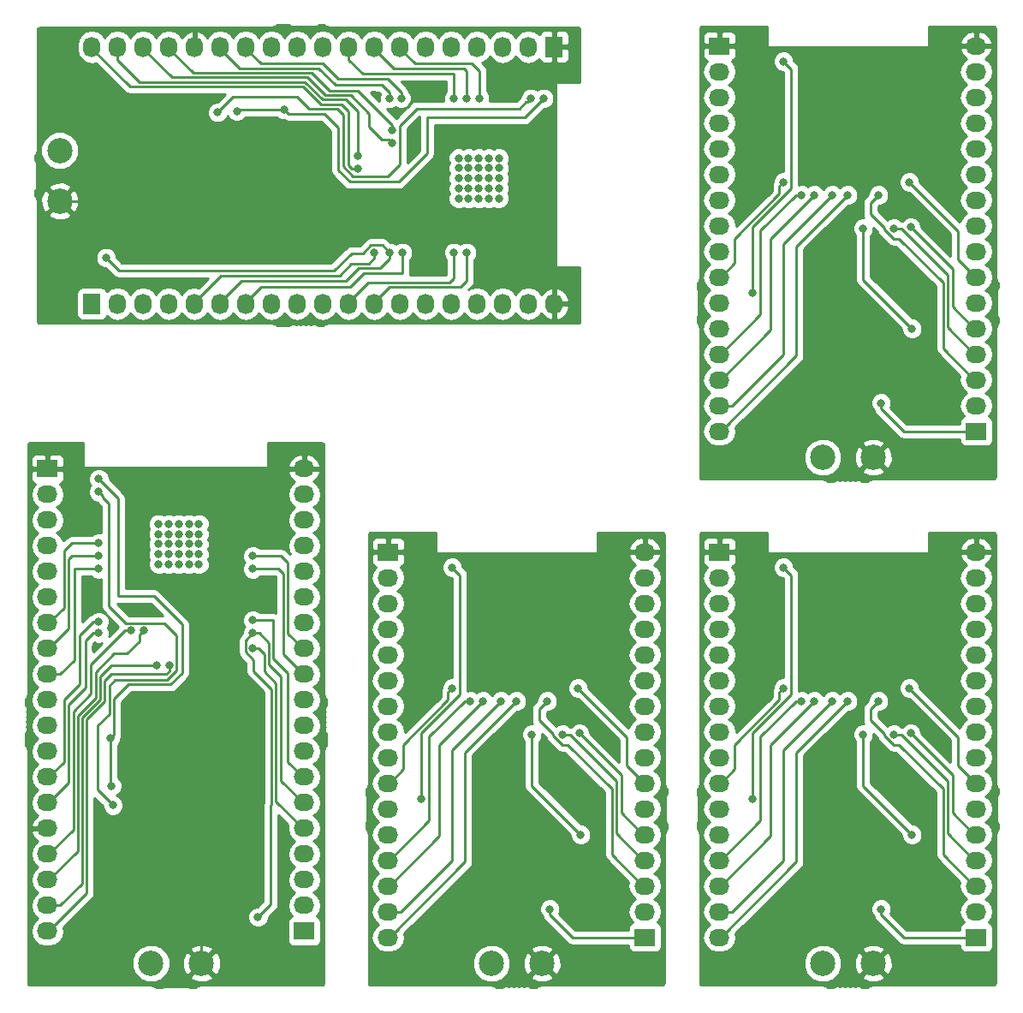
<source format=gbl>
G04 #@! TF.FileFunction,Copper,L2,Bot,Signal*
%FSLAX46Y46*%
G04 Gerber Fmt 4.6, Leading zero omitted, Abs format (unit mm)*
G04 Created by KiCad (PCBNEW no-vcs-found-undefined) date Sat Nov  5 20:33:03 2016*
%MOMM*%
%LPD*%
G01*
G04 APERTURE LIST*
%ADD10C,0.100000*%
%ADD11C,2.500000*%
%ADD12C,0.800000*%
%ADD13C,0.600000*%
%ADD14R,2.032000X1.727200*%
%ADD15O,2.032000X1.727200*%
%ADD16R,1.727200X2.032000*%
%ADD17O,1.727200X2.032000*%
%ADD18C,0.250000*%
%ADD19C,0.254000*%
G04 APERTURE END LIST*
D10*
D11*
X105812000Y-135517000D03*
X100812000Y-135517000D03*
X105812000Y-185555000D03*
X100812000Y-185555000D03*
X25342000Y-110183000D03*
X25342000Y-105183000D03*
X39370000Y-185547000D03*
X34370000Y-185547000D03*
X73046000Y-185555000D03*
X68046000Y-185555000D03*
D12*
X39117000Y-142108000D03*
X39117000Y-143108000D03*
X39117000Y-144108000D03*
X39117000Y-145108000D03*
X39117000Y-146108000D03*
X37117000Y-142108000D03*
X37117000Y-143108000D03*
X37117000Y-144108000D03*
X37117000Y-145108000D03*
X37117000Y-146108000D03*
X38117000Y-146108000D03*
X38117000Y-145108000D03*
X38117000Y-144108000D03*
X38117000Y-143108000D03*
X38117000Y-142108000D03*
X36117000Y-142108000D03*
X36117000Y-143108000D03*
X36117000Y-144108000D03*
X36117000Y-145108000D03*
X36117000Y-146108000D03*
X35117000Y-146108000D03*
X35117000Y-145108000D03*
X35117000Y-144108000D03*
X35117000Y-143108000D03*
X35117000Y-142108000D03*
X68781000Y-109930000D03*
X67781000Y-109930000D03*
X66781000Y-109930000D03*
X65781000Y-109930000D03*
X64781000Y-109930000D03*
X68781000Y-107930000D03*
X67781000Y-107930000D03*
X66781000Y-107930000D03*
X65781000Y-107930000D03*
X64781000Y-107930000D03*
X64781000Y-108930000D03*
X65781000Y-108930000D03*
X66781000Y-108930000D03*
X67781000Y-108930000D03*
X68781000Y-108930000D03*
X68781000Y-106930000D03*
X67781000Y-106930000D03*
X66781000Y-106930000D03*
X65781000Y-106930000D03*
X64781000Y-106930000D03*
X64781000Y-105930000D03*
X65781000Y-105930000D03*
X66781000Y-105930000D03*
X67781000Y-105930000D03*
X68781000Y-105930000D03*
D13*
X111912400Y-93573600D03*
X94843600Y-93726000D03*
X109118400Y-95504000D03*
X108356400Y-95504000D03*
X107645200Y-95504000D03*
X106832400Y-95504000D03*
X106121200Y-95504000D03*
X105359200Y-95504000D03*
X104597200Y-95504000D03*
X103886000Y-95504000D03*
X103124000Y-95504000D03*
X102362000Y-95504000D03*
X101549200Y-95504000D03*
X100736400Y-95504000D03*
X99923600Y-95504000D03*
X99161600Y-95504000D03*
X98399600Y-95504000D03*
D14*
X90576400Y-94843600D03*
D15*
X90576400Y-97383600D03*
X90576400Y-99923600D03*
X90576400Y-102463600D03*
X90576400Y-105003600D03*
X90576400Y-107543600D03*
X90576400Y-110083600D03*
X90576400Y-112623600D03*
X90576400Y-115163600D03*
X90576400Y-117703600D03*
X90576400Y-120243600D03*
X90576400Y-122783600D03*
X90576400Y-125323600D03*
X90576400Y-127863600D03*
X90576400Y-130403600D03*
X90576400Y-132943600D03*
X115976400Y-94843600D03*
X115976400Y-97383600D03*
X115976400Y-99923600D03*
X115976400Y-102463600D03*
X115976400Y-105003600D03*
X115976400Y-107543600D03*
X115976400Y-110083600D03*
X115976400Y-112623600D03*
X115976400Y-115163600D03*
X115976400Y-117703600D03*
X115976400Y-120243600D03*
X115976400Y-122783600D03*
X115976400Y-125323600D03*
X115976400Y-127863600D03*
X115976400Y-130403600D03*
D14*
X115976400Y-132943600D03*
X115976400Y-182981600D03*
D15*
X115976400Y-180441600D03*
X115976400Y-177901600D03*
X115976400Y-175361600D03*
X115976400Y-172821600D03*
X115976400Y-170281600D03*
X115976400Y-167741600D03*
X115976400Y-165201600D03*
X115976400Y-162661600D03*
X115976400Y-160121600D03*
X115976400Y-157581600D03*
X115976400Y-155041600D03*
X115976400Y-152501600D03*
X115976400Y-149961600D03*
X115976400Y-147421600D03*
X115976400Y-144881600D03*
X90576400Y-182981600D03*
X90576400Y-180441600D03*
X90576400Y-177901600D03*
X90576400Y-175361600D03*
X90576400Y-172821600D03*
X90576400Y-170281600D03*
X90576400Y-167741600D03*
X90576400Y-165201600D03*
X90576400Y-162661600D03*
X90576400Y-160121600D03*
X90576400Y-157581600D03*
X90576400Y-155041600D03*
X90576400Y-152501600D03*
X90576400Y-149961600D03*
X90576400Y-147421600D03*
D14*
X90576400Y-144881600D03*
D13*
X98399600Y-145542000D03*
X99161600Y-145542000D03*
X99923600Y-145542000D03*
X100736400Y-145542000D03*
X101549200Y-145542000D03*
X102362000Y-145542000D03*
X103124000Y-145542000D03*
X103886000Y-145542000D03*
X104597200Y-145542000D03*
X105359200Y-145542000D03*
X106121200Y-145542000D03*
X106832400Y-145542000D03*
X107645200Y-145542000D03*
X108356400Y-145542000D03*
X109118400Y-145542000D03*
X94843600Y-143764000D03*
X111912400Y-143611600D03*
D16*
X28517000Y-120343000D03*
D17*
X31057000Y-120343000D03*
X33597000Y-120343000D03*
X36137000Y-120343000D03*
X38677000Y-120343000D03*
X41217000Y-120343000D03*
X43757000Y-120343000D03*
X46297000Y-120343000D03*
X48837000Y-120343000D03*
X51377000Y-120343000D03*
X53917000Y-120343000D03*
X56457000Y-120343000D03*
X58997000Y-120343000D03*
X61537000Y-120343000D03*
X64077000Y-120343000D03*
X66617000Y-120343000D03*
X69157000Y-120343000D03*
X71697000Y-120343000D03*
X74237000Y-120343000D03*
X28517000Y-94943000D03*
X31057000Y-94943000D03*
X33597000Y-94943000D03*
X36137000Y-94943000D03*
X38677000Y-94943000D03*
X41217000Y-94943000D03*
X43757000Y-94943000D03*
X46297000Y-94943000D03*
X48837000Y-94943000D03*
X51377000Y-94943000D03*
X53917000Y-94943000D03*
X56457000Y-94943000D03*
X58997000Y-94943000D03*
X61537000Y-94943000D03*
X64077000Y-94943000D03*
X66617000Y-94943000D03*
X69157000Y-94943000D03*
X71697000Y-94943000D03*
D16*
X74237000Y-94943000D03*
D13*
X60419400Y-104239400D03*
X58641400Y-101496200D03*
X56457000Y-99565800D03*
X74033800Y-101597800D03*
X74033800Y-102359800D03*
X74033800Y-103172600D03*
X74033800Y-103985400D03*
X74033800Y-104798200D03*
X74033800Y-105560200D03*
X74033800Y-106373000D03*
X74033800Y-107135000D03*
X74033800Y-107897000D03*
X74033800Y-108659000D03*
X74033800Y-109421000D03*
X74033800Y-110183000D03*
X74033800Y-110945000D03*
X74033800Y-111707000D03*
X74033800Y-112418200D03*
X74033800Y-113180200D03*
X74033800Y-113942200D03*
X74033800Y-114653400D03*
X75659400Y-97889400D03*
X76472200Y-97889400D03*
X76370600Y-117295000D03*
X75608600Y-117295000D03*
X79146400Y-143611600D03*
X62077600Y-143764000D03*
X76352400Y-145542000D03*
X75590400Y-145542000D03*
X74879200Y-145542000D03*
X74066400Y-145542000D03*
X73355200Y-145542000D03*
X72593200Y-145542000D03*
X71831200Y-145542000D03*
X71120000Y-145542000D03*
X70358000Y-145542000D03*
X69596000Y-145542000D03*
X68783200Y-145542000D03*
X67970400Y-145542000D03*
X67157600Y-145542000D03*
X66395600Y-145542000D03*
X65633600Y-145542000D03*
X46482000Y-135280400D03*
X46482000Y-134518400D03*
X27076400Y-134416800D03*
X27076400Y-135229600D03*
X43840400Y-136855200D03*
X43129200Y-136855200D03*
X42367200Y-136855200D03*
X41605200Y-136855200D03*
X40894000Y-136855200D03*
X40132000Y-136855200D03*
X39370000Y-136855200D03*
X38608000Y-136855200D03*
X37846000Y-136855200D03*
X37084000Y-136855200D03*
X36322000Y-136855200D03*
X35560000Y-136855200D03*
X34747200Y-136855200D03*
X33985200Y-136855200D03*
X33172400Y-136855200D03*
X32359600Y-136855200D03*
X31546800Y-136855200D03*
X30784800Y-136855200D03*
X28752800Y-154432000D03*
X30683200Y-152247600D03*
X33426400Y-150469600D03*
D14*
X24130000Y-136652000D03*
D15*
X24130000Y-139192000D03*
X24130000Y-141732000D03*
X24130000Y-144272000D03*
X24130000Y-146812000D03*
X24130000Y-149352000D03*
X24130000Y-151892000D03*
X24130000Y-154432000D03*
X24130000Y-156972000D03*
X24130000Y-159512000D03*
X24130000Y-162052000D03*
X24130000Y-164592000D03*
X24130000Y-167132000D03*
X24130000Y-169672000D03*
X24130000Y-172212000D03*
X24130000Y-174752000D03*
X24130000Y-177292000D03*
X24130000Y-179832000D03*
X24130000Y-182372000D03*
X49530000Y-136652000D03*
X49530000Y-139192000D03*
X49530000Y-141732000D03*
X49530000Y-144272000D03*
X49530000Y-146812000D03*
X49530000Y-149352000D03*
X49530000Y-151892000D03*
X49530000Y-154432000D03*
X49530000Y-156972000D03*
X49530000Y-159512000D03*
X49530000Y-162052000D03*
X49530000Y-164592000D03*
X49530000Y-167132000D03*
X49530000Y-169672000D03*
X49530000Y-172212000D03*
X49530000Y-174752000D03*
X49530000Y-177292000D03*
X49530000Y-179832000D03*
D14*
X49530000Y-182372000D03*
X57810400Y-144881600D03*
D15*
X57810400Y-147421600D03*
X57810400Y-149961600D03*
X57810400Y-152501600D03*
X57810400Y-155041600D03*
X57810400Y-157581600D03*
X57810400Y-160121600D03*
X57810400Y-162661600D03*
X57810400Y-165201600D03*
X57810400Y-167741600D03*
X57810400Y-170281600D03*
X57810400Y-172821600D03*
X57810400Y-175361600D03*
X57810400Y-177901600D03*
X57810400Y-180441600D03*
X57810400Y-182981600D03*
X83210400Y-144881600D03*
X83210400Y-147421600D03*
X83210400Y-149961600D03*
X83210400Y-152501600D03*
X83210400Y-155041600D03*
X83210400Y-157581600D03*
X83210400Y-160121600D03*
X83210400Y-162661600D03*
X83210400Y-165201600D03*
X83210400Y-167741600D03*
X83210400Y-170281600D03*
X83210400Y-172821600D03*
X83210400Y-175361600D03*
X83210400Y-177901600D03*
X83210400Y-180441600D03*
D14*
X83210400Y-182981600D03*
D12*
X101752400Y-115417600D03*
X95656400Y-131927600D03*
X95656400Y-181965600D03*
X101752400Y-165455600D03*
X29787000Y-100073800D03*
X29260800Y-181102000D03*
X68986400Y-165455600D03*
X62890400Y-181965600D03*
X73221000Y-100023000D03*
X47567000Y-101166000D03*
X42868000Y-101293000D03*
X30480000Y-168021000D03*
X30353000Y-163322000D03*
X29210000Y-137668000D03*
X71951000Y-100023000D03*
X40963000Y-101420000D03*
X30607000Y-169926000D03*
X29210000Y-138938000D03*
X66871000Y-100023000D03*
X29210000Y-144018000D03*
X65601000Y-100022998D03*
X29209998Y-145288000D03*
X64331000Y-100023000D03*
X29210000Y-146558000D03*
X59124000Y-100023000D03*
X29210000Y-151765000D03*
X57981000Y-100023000D03*
X29210000Y-152908000D03*
X58235000Y-103198000D03*
X32385000Y-152654000D03*
X58235000Y-104468000D03*
X33655000Y-152654000D03*
X54806000Y-105738000D03*
X34925000Y-156083000D03*
X54806000Y-107008000D03*
X36195000Y-156083000D03*
X65601000Y-115263000D03*
X44450000Y-145288000D03*
X64331000Y-115263000D03*
X44450000Y-146558000D03*
X59251000Y-115263000D03*
X44450000Y-151638000D03*
X57981000Y-115263000D03*
X29914000Y-115771000D03*
X44958000Y-180975000D03*
X44450000Y-152908000D03*
X56457000Y-115263000D03*
X44450000Y-154432000D03*
X93878400Y-119227600D03*
X96926400Y-96367600D03*
X96926400Y-146405600D03*
X93878400Y-169265600D03*
X61112400Y-169265600D03*
X64160400Y-146405600D03*
X96926400Y-108305600D03*
X96926400Y-158343600D03*
X64160400Y-158343600D03*
X98704400Y-109575600D03*
X98704400Y-159613600D03*
X65938400Y-159613600D03*
X99974400Y-109575600D03*
X99974400Y-159613600D03*
X67208400Y-159613600D03*
X101752400Y-109575600D03*
X101752400Y-159613600D03*
X68986400Y-159613600D03*
X103276400Y-109575600D03*
X103276400Y-159613600D03*
X70510400Y-159613600D03*
X106578400Y-130149600D03*
X106578400Y-180187600D03*
X73812400Y-180187600D03*
X109372400Y-108305600D03*
X109372400Y-158343600D03*
X76606400Y-158343600D03*
X109504060Y-112745940D03*
X109504060Y-162783940D03*
X76738060Y-162783940D03*
X107848400Y-112877600D03*
X107848400Y-162915600D03*
X75082400Y-162915600D03*
X106324400Y-109575600D03*
X106324400Y-159613600D03*
X73558400Y-159613600D03*
X109631060Y-122788260D03*
X104800400Y-112877600D03*
X104800400Y-162915600D03*
X109631060Y-172826260D03*
X76865060Y-172826260D03*
X72034400Y-162915600D03*
D18*
X100736400Y-130443600D02*
X99466400Y-130443600D01*
X99466400Y-130443600D02*
X97648400Y-130443600D01*
X99466400Y-116687600D02*
X99466400Y-130443600D01*
X100736400Y-115417600D02*
X99466400Y-116687600D01*
X101752400Y-115417600D02*
X100736400Y-115417600D01*
X97648400Y-130443600D02*
X96164400Y-131927600D01*
X96164400Y-131927600D02*
X95656400Y-131927600D01*
X100736400Y-130443600D02*
X105776400Y-135483600D01*
X100736400Y-180481600D02*
X105776400Y-185521600D01*
X96164400Y-181965600D02*
X95656400Y-181965600D01*
X97648400Y-180481600D02*
X96164400Y-181965600D01*
X101752400Y-165455600D02*
X100736400Y-165455600D01*
X100736400Y-165455600D02*
X99466400Y-166725600D01*
X99466400Y-166725600D02*
X99466400Y-180481600D01*
X99466400Y-180481600D02*
X97648400Y-180481600D01*
X100736400Y-180481600D02*
X99466400Y-180481600D01*
X27109766Y-110183000D02*
X29736200Y-107556566D01*
X25342000Y-110183000D02*
X27109766Y-110183000D01*
X29736200Y-100124600D02*
X29787000Y-100073800D01*
X29736200Y-107556566D02*
X29736200Y-100124600D01*
X36743566Y-181152800D02*
X29311600Y-181152800D01*
X29311600Y-181152800D02*
X29260800Y-181102000D01*
X39370000Y-185547000D02*
X39370000Y-183779234D01*
X39370000Y-183779234D02*
X36743566Y-181152800D01*
X67970400Y-180481600D02*
X66700400Y-180481600D01*
X66700400Y-180481600D02*
X64882400Y-180481600D01*
X66700400Y-166725600D02*
X66700400Y-180481600D01*
X67970400Y-165455600D02*
X66700400Y-166725600D01*
X68986400Y-165455600D02*
X67970400Y-165455600D01*
X64882400Y-180481600D02*
X63398400Y-181965600D01*
X63398400Y-181965600D02*
X62890400Y-181965600D01*
X67970400Y-180481600D02*
X73010400Y-185521600D01*
X47567000Y-101166000D02*
X47001315Y-101166000D01*
X42995000Y-101166000D02*
X42868000Y-101293000D01*
X47001315Y-101166000D02*
X42995000Y-101166000D01*
X47948000Y-101547000D02*
X47567000Y-101166000D01*
X51504000Y-101547000D02*
X47948000Y-101547000D01*
X52901000Y-102944000D02*
X51504000Y-101547000D01*
X52901000Y-107135000D02*
X52901000Y-102944000D01*
X54044000Y-108278000D02*
X52901000Y-107135000D01*
X71316000Y-101928000D02*
X61664000Y-101928000D01*
X58870000Y-108278000D02*
X54044000Y-108278000D01*
X61664000Y-105484000D02*
X58870000Y-108278000D01*
X61664000Y-101928000D02*
X61664000Y-105484000D01*
X73221000Y-100023000D02*
X71316000Y-101928000D01*
X29210000Y-137668000D02*
X31115000Y-139573000D01*
X31115000Y-149225000D02*
X34671000Y-149225000D01*
X34671000Y-149225000D02*
X37465000Y-152019000D01*
X37465000Y-152019000D02*
X37465000Y-156845000D01*
X31115000Y-139573000D02*
X31115000Y-149225000D01*
X37465000Y-156845000D02*
X36322000Y-157988000D01*
X36322000Y-157988000D02*
X32131000Y-157988000D01*
X32131000Y-157988000D02*
X30734000Y-159385000D01*
X30734000Y-159385000D02*
X30734000Y-162941000D01*
X30734000Y-162941000D02*
X30353000Y-163322000D01*
X30353000Y-163887685D02*
X30353000Y-167894000D01*
X30353000Y-167894000D02*
X30480000Y-168021000D01*
X30353000Y-163322000D02*
X30353000Y-163887685D01*
X71951000Y-100023000D02*
X71551001Y-100422999D01*
X71424001Y-100422999D02*
X70808000Y-101039000D01*
X71551001Y-100422999D02*
X71424001Y-100422999D01*
X70808000Y-101039000D02*
X60648000Y-101039000D01*
X58960001Y-102726999D02*
X58960001Y-104885999D01*
X60648000Y-101039000D02*
X58960001Y-102726999D01*
X58960001Y-104885999D02*
X58960001Y-106536999D01*
X50002038Y-101061038D02*
X48837000Y-99896000D01*
X52796038Y-101061038D02*
X50002038Y-101061038D01*
X53351010Y-101616010D02*
X52796038Y-101061038D01*
X53351010Y-106755105D02*
X53351010Y-101616010D01*
X54328906Y-107733001D02*
X53351010Y-106755105D01*
X57763999Y-107733001D02*
X54328906Y-107733001D01*
X58960001Y-106536999D02*
X57763999Y-107733001D01*
X42487000Y-99896000D02*
X40963000Y-101420000D01*
X48837000Y-99896000D02*
X42487000Y-99896000D01*
X29083000Y-162052000D02*
X29083000Y-168402000D01*
X29083000Y-168402000D02*
X30607000Y-169926000D01*
X35723999Y-151928999D02*
X36920001Y-153125001D01*
X36920001Y-153125001D02*
X36920001Y-156560094D01*
X36920001Y-156560094D02*
X35942105Y-157537990D01*
X35942105Y-157537990D02*
X30803010Y-157537990D01*
X30803010Y-157537990D02*
X30248038Y-158092962D01*
X30248038Y-158092962D02*
X30248038Y-160886962D01*
X30248038Y-160886962D02*
X29083000Y-162052000D01*
X34072999Y-151928999D02*
X35723999Y-151928999D01*
X30226000Y-150241000D02*
X31913999Y-151928999D01*
X31913999Y-151928999D02*
X34072999Y-151928999D01*
X30226000Y-140081000D02*
X30226000Y-150241000D01*
X29609999Y-139337999D02*
X29609999Y-139464999D01*
X29609999Y-139464999D02*
X30226000Y-140081000D01*
X29210000Y-138938000D02*
X29609999Y-139337999D01*
X58997000Y-95095400D02*
X58997000Y-94943000D01*
X60495600Y-96594000D02*
X58997000Y-95095400D01*
X66109000Y-96594000D02*
X60495600Y-96594000D01*
X66871000Y-97356000D02*
X66109000Y-96594000D01*
X66871000Y-100023000D02*
X66871000Y-97356000D01*
X29210000Y-144018000D02*
X26543000Y-144018000D01*
X26543000Y-144018000D02*
X25781000Y-144780000D01*
X25781000Y-144780000D02*
X25781000Y-150393400D01*
X25781000Y-150393400D02*
X24282400Y-151892000D01*
X24282400Y-151892000D02*
X24130000Y-151892000D01*
X56457000Y-94943000D02*
X56457000Y-95095400D01*
X56457000Y-95095400D02*
X58405610Y-97044010D01*
X58405610Y-97044010D02*
X65289010Y-97044010D01*
X65289010Y-97044010D02*
X65601000Y-97356000D01*
X65601000Y-97356000D02*
X65601000Y-99457313D01*
X65601000Y-99457313D02*
X65601000Y-100022998D01*
X28644313Y-145288000D02*
X29209998Y-145288000D01*
X26543000Y-145288000D02*
X28644313Y-145288000D01*
X26231010Y-145599990D02*
X26543000Y-145288000D01*
X26231010Y-152483390D02*
X26231010Y-145599990D01*
X24282400Y-154432000D02*
X26231010Y-152483390D01*
X24130000Y-154432000D02*
X24282400Y-154432000D01*
X53917000Y-96209000D02*
X53917000Y-94943000D01*
X55329020Y-97621020D02*
X53917000Y-96209000D01*
X64331000Y-97621020D02*
X55329020Y-97621020D01*
X64331000Y-100023000D02*
X64331000Y-97621020D01*
X29210000Y-146558000D02*
X26808020Y-146558000D01*
X26808020Y-146558000D02*
X26808020Y-155559980D01*
X26808020Y-155559980D02*
X25396000Y-156972000D01*
X25396000Y-156972000D02*
X24130000Y-156972000D01*
X51377000Y-95095400D02*
X51377000Y-94943000D01*
X24282400Y-159512000D02*
X24130000Y-159512000D01*
X48837000Y-95095400D02*
X48837000Y-94943000D01*
X24282400Y-162052000D02*
X24130000Y-162052000D01*
X43757000Y-95095400D02*
X43757000Y-94943000D01*
X51377000Y-96594000D02*
X45255600Y-96594000D01*
X57784685Y-98118000D02*
X52901000Y-98118000D01*
X45255600Y-96594000D02*
X43757000Y-95095400D01*
X59124000Y-99457315D02*
X57784685Y-98118000D01*
X52901000Y-98118000D02*
X51377000Y-96594000D01*
X59124000Y-100023000D02*
X59124000Y-99457315D01*
X29210000Y-151765000D02*
X28644315Y-151765000D01*
X27305000Y-157988000D02*
X25781000Y-159512000D01*
X28644315Y-151765000D02*
X27305000Y-153104315D01*
X25781000Y-165633400D02*
X24282400Y-167132000D01*
X27305000Y-153104315D02*
X27305000Y-157988000D01*
X25781000Y-159512000D02*
X25781000Y-165633400D01*
X24282400Y-167132000D02*
X24130000Y-167132000D01*
X41217000Y-95095400D02*
X41217000Y-94943000D01*
X43165610Y-97044010D02*
X41217000Y-95095400D01*
X50938010Y-97044010D02*
X43165610Y-97044010D01*
X52589315Y-98695315D02*
X50938010Y-97044010D01*
X57219000Y-98695315D02*
X52589315Y-98695315D01*
X57981000Y-99457315D02*
X57219000Y-98695315D01*
X57981000Y-100023000D02*
X57981000Y-99457315D01*
X29210000Y-152908000D02*
X28644315Y-152908000D01*
X28644315Y-152908000D02*
X27882315Y-153670000D01*
X27882315Y-153670000D02*
X27882315Y-158299685D01*
X27882315Y-158299685D02*
X26231010Y-159950990D01*
X26231010Y-159950990D02*
X26231010Y-167723390D01*
X26231010Y-167723390D02*
X24282400Y-169672000D01*
X24282400Y-169672000D02*
X24130000Y-169672000D01*
X36137000Y-95095400D02*
X36137000Y-94943000D01*
X38535620Y-97494020D02*
X36137000Y-95095400D01*
X50245020Y-97494020D02*
X38535620Y-97494020D01*
X52012000Y-99261000D02*
X50245020Y-97494020D01*
X54863685Y-99261000D02*
X52012000Y-99261000D01*
X58235000Y-102632315D02*
X54863685Y-99261000D01*
X58235000Y-103198000D02*
X58235000Y-102632315D01*
X32385000Y-152654000D02*
X31819315Y-152654000D01*
X31819315Y-152654000D02*
X28448000Y-156025315D01*
X28448000Y-156025315D02*
X28448000Y-158877000D01*
X28448000Y-158877000D02*
X26681020Y-160643980D01*
X26681020Y-160643980D02*
X26681020Y-172353380D01*
X26681020Y-172353380D02*
X24282400Y-174752000D01*
X24282400Y-174752000D02*
X24130000Y-174752000D01*
X57835001Y-104068001D02*
X57200001Y-104068001D01*
X58235000Y-104468000D02*
X57835001Y-104068001D01*
X55949000Y-102817000D02*
X55949000Y-101547000D01*
X57200001Y-104068001D02*
X55949000Y-102817000D01*
X54113010Y-99711010D02*
X51573010Y-99711010D01*
X55949000Y-101547000D02*
X54113010Y-99711010D01*
X51573010Y-99711010D02*
X49806030Y-97944030D01*
X33597000Y-95095400D02*
X33597000Y-94943000D01*
X36445630Y-97944030D02*
X33597000Y-95095400D01*
X49806030Y-97944030D02*
X36445630Y-97944030D01*
X27131030Y-161082970D02*
X27131030Y-174443370D01*
X27131030Y-174443370D02*
X24282400Y-177292000D01*
X24282400Y-177292000D02*
X24130000Y-177292000D01*
X28898010Y-159315990D02*
X27131030Y-161082970D01*
X30734000Y-154940000D02*
X28898010Y-156775990D01*
X28898010Y-156775990D02*
X28898010Y-159315990D01*
X33255001Y-153688999D02*
X32004000Y-154940000D01*
X32004000Y-154940000D02*
X30734000Y-154940000D01*
X33655000Y-152654000D02*
X33255001Y-153053999D01*
X33255001Y-153053999D02*
X33255001Y-153688999D01*
X31057000Y-96209000D02*
X31057000Y-94943000D01*
X33242040Y-98394040D02*
X31057000Y-96209000D01*
X49619630Y-98394040D02*
X33242040Y-98394040D01*
X51386609Y-100161019D02*
X49619630Y-98394040D01*
X53674020Y-100161020D02*
X51386609Y-100161019D01*
X54806000Y-101293000D02*
X53674020Y-100161020D01*
X54806000Y-105738000D02*
X54806000Y-101293000D01*
X34925000Y-156083000D02*
X30480000Y-156083000D01*
X30480000Y-156083000D02*
X29348020Y-157214980D01*
X29348020Y-157214980D02*
X29348019Y-159502391D01*
X29348019Y-159502391D02*
X27581040Y-161269370D01*
X27581040Y-161269370D02*
X27581040Y-177646960D01*
X27581040Y-177646960D02*
X25396000Y-179832000D01*
X25396000Y-179832000D02*
X24130000Y-179832000D01*
X54240315Y-107008000D02*
X53917000Y-106684685D01*
X54806000Y-107008000D02*
X54240315Y-107008000D01*
X53917000Y-106684685D02*
X53917000Y-101293000D01*
X53235029Y-100611029D02*
X51200208Y-100611028D01*
X53917000Y-101293000D02*
X53235029Y-100611029D01*
X51200208Y-100611028D02*
X49433230Y-98844050D01*
X28517000Y-95095400D02*
X28517000Y-94943000D01*
X32265650Y-98844050D02*
X28517000Y-95095400D01*
X49433230Y-98844050D02*
X32265650Y-98844050D01*
X28031050Y-161455770D02*
X28031050Y-178623350D01*
X28031050Y-178623350D02*
X24282400Y-182372000D01*
X24282400Y-182372000D02*
X24130000Y-182372000D01*
X29798028Y-159688792D02*
X28031050Y-161455770D01*
X30480000Y-156972000D02*
X29798029Y-157653971D01*
X29798029Y-157653971D02*
X29798028Y-159688792D01*
X35871685Y-156972000D02*
X30480000Y-156972000D01*
X36195000Y-156083000D02*
X36195000Y-156648685D01*
X36195000Y-156648685D02*
X35871685Y-156972000D01*
X56457000Y-120190600D02*
X56457000Y-120343000D01*
X57955600Y-118692000D02*
X56457000Y-120190600D01*
X64966000Y-118692000D02*
X57955600Y-118692000D01*
X65601000Y-118057000D02*
X64966000Y-118692000D01*
X65601000Y-115263000D02*
X65601000Y-118057000D01*
X44450000Y-145288000D02*
X47244000Y-145288000D01*
X47244000Y-145288000D02*
X47879000Y-145923000D01*
X47879000Y-145923000D02*
X47879000Y-152933400D01*
X47879000Y-152933400D02*
X49377600Y-154432000D01*
X49377600Y-154432000D02*
X49530000Y-154432000D01*
X64331000Y-115263000D02*
X64331000Y-117803000D01*
X64331000Y-117803000D02*
X63892010Y-118241990D01*
X55865610Y-118241990D02*
X53917000Y-120190600D01*
X53917000Y-120190600D02*
X53917000Y-120343000D01*
X63892010Y-118241990D02*
X55865610Y-118241990D01*
X47428990Y-146996990D02*
X47428990Y-155023390D01*
X49377600Y-156972000D02*
X49530000Y-156972000D01*
X47428990Y-155023390D02*
X49377600Y-156972000D01*
X46990000Y-146558000D02*
X47428990Y-146996990D01*
X44450000Y-146558000D02*
X46990000Y-146558000D01*
X59251000Y-115263000D02*
X59251000Y-117295000D01*
X59251000Y-117295000D02*
X55441000Y-117295000D01*
X55441000Y-117295000D02*
X54044000Y-118692000D01*
X43757000Y-120190600D02*
X43757000Y-120343000D01*
X45255600Y-118692000D02*
X43757000Y-120190600D01*
X54044000Y-118692000D02*
X45255600Y-118692000D01*
X47879000Y-156845000D02*
X47879000Y-165633400D01*
X47879000Y-165633400D02*
X49377600Y-167132000D01*
X49377600Y-167132000D02*
X49530000Y-167132000D01*
X46482000Y-155448000D02*
X47879000Y-156845000D01*
X46482000Y-151638000D02*
X46482000Y-155448000D01*
X44450000Y-151638000D02*
X46482000Y-151638000D01*
X41217000Y-120190600D02*
X41217000Y-120343000D01*
X43350600Y-118057000D02*
X41217000Y-120190600D01*
X53663000Y-118057000D02*
X43350600Y-118057000D01*
X54875010Y-116844990D02*
X53663000Y-118057000D01*
X57034010Y-116844990D02*
X54875010Y-116844990D01*
X57981000Y-115898000D02*
X57034010Y-116844990D01*
X57981000Y-115263000D02*
X57981000Y-115898000D01*
X56108999Y-114537999D02*
X55314000Y-115332998D01*
X57255999Y-114537999D02*
X56108999Y-114537999D01*
X57981000Y-115263000D02*
X57255999Y-114537999D01*
X55314000Y-115332998D02*
X54228002Y-115332998D01*
X52462010Y-117098990D02*
X41032010Y-117098990D01*
X54228002Y-115332998D02*
X52462010Y-117098990D01*
X41032010Y-117098990D02*
X40974020Y-117041000D01*
X31184000Y-117041000D02*
X29914000Y-115771000D01*
X40974020Y-117041000D02*
X31184000Y-117041000D01*
X46228000Y-169914980D02*
X46228000Y-179705000D01*
X46228000Y-179705000D02*
X44958000Y-180975000D01*
X46285990Y-169856990D02*
X46228000Y-169914980D01*
X44519998Y-156660998D02*
X46285990Y-158426990D01*
X46285990Y-158426990D02*
X46285990Y-169856990D01*
X44519998Y-155575000D02*
X44519998Y-156660998D01*
X44450000Y-152908000D02*
X43724999Y-153633001D01*
X43724999Y-153633001D02*
X43724999Y-154780001D01*
X43724999Y-154780001D02*
X44519998Y-155575000D01*
X44450000Y-152908000D02*
X45085000Y-152908000D01*
X45085000Y-152908000D02*
X46031990Y-153854990D01*
X46031990Y-153854990D02*
X46031990Y-156013990D01*
X46031990Y-156013990D02*
X47244000Y-157226000D01*
X47244000Y-157226000D02*
X47244000Y-167538400D01*
X47244000Y-167538400D02*
X49377600Y-169672000D01*
X49377600Y-169672000D02*
X49530000Y-169672000D01*
X56457000Y-115828685D02*
X55890705Y-116394980D01*
X56457000Y-115263000D02*
X56457000Y-115828685D01*
X55890705Y-116394980D02*
X54182020Y-116394980D01*
X54182020Y-116394980D02*
X53028000Y-117549000D01*
X38677000Y-120190600D02*
X38677000Y-120343000D01*
X41318600Y-117549000D02*
X38677000Y-120190600D01*
X53028000Y-117549000D02*
X41318600Y-117549000D01*
X46736000Y-157861000D02*
X46736000Y-169570400D01*
X46736000Y-169570400D02*
X49377600Y-172212000D01*
X49377600Y-172212000D02*
X49530000Y-172212000D01*
X45581980Y-156706980D02*
X46736000Y-157861000D01*
X45581980Y-154998295D02*
X45581980Y-156706980D01*
X44450000Y-154432000D02*
X45015685Y-154432000D01*
X45015685Y-154432000D02*
X45581980Y-154998295D01*
X93878400Y-112752010D02*
X93878400Y-119227600D01*
X97688400Y-97129600D02*
X97688400Y-108942010D01*
X97688400Y-108942010D02*
X93878400Y-112752010D01*
X96926400Y-96367600D02*
X97688400Y-97129600D01*
X96926400Y-146405600D02*
X97688400Y-147167600D01*
X97688400Y-158980010D02*
X93878400Y-162790010D01*
X97688400Y-147167600D02*
X97688400Y-158980010D01*
X93878400Y-162790010D02*
X93878400Y-169265600D01*
X61112400Y-162790010D02*
X61112400Y-169265600D01*
X64922400Y-147167600D02*
X64922400Y-158980010D01*
X64922400Y-158980010D02*
X61112400Y-162790010D01*
X64160400Y-146405600D02*
X64922400Y-147167600D01*
X96926400Y-108305600D02*
X96526401Y-108705599D01*
X96526401Y-108705599D02*
X96526401Y-109467599D01*
X92100400Y-113893600D02*
X92100400Y-116332000D01*
X96526401Y-109467599D02*
X92100400Y-113893600D01*
X92100400Y-116332000D02*
X90728800Y-117703600D01*
X90728800Y-117703600D02*
X90576400Y-117703600D01*
X90728800Y-167741600D02*
X90576400Y-167741600D01*
X92100400Y-166370000D02*
X90728800Y-167741600D01*
X96526401Y-159505599D02*
X92100400Y-163931600D01*
X92100400Y-163931600D02*
X92100400Y-166370000D01*
X96526401Y-158743599D02*
X96526401Y-159505599D01*
X96926400Y-158343600D02*
X96526401Y-158743599D01*
X64160400Y-158343600D02*
X63760401Y-158743599D01*
X63760401Y-158743599D02*
X63760401Y-159505599D01*
X59334400Y-163931600D02*
X59334400Y-166370000D01*
X63760401Y-159505599D02*
X59334400Y-163931600D01*
X59334400Y-166370000D02*
X57962800Y-167741600D01*
X57962800Y-167741600D02*
X57810400Y-167741600D01*
X94640400Y-113073915D02*
X94640400Y-121412000D01*
X98704400Y-109575600D02*
X98138715Y-109575600D01*
X98138715Y-109575600D02*
X94640400Y-113073915D01*
X94640400Y-121412000D02*
X90728800Y-125323600D01*
X90728800Y-125323600D02*
X90576400Y-125323600D01*
X98138715Y-159613600D02*
X94640400Y-163111915D01*
X98704400Y-159613600D02*
X98138715Y-159613600D01*
X90728800Y-175361600D02*
X90576400Y-175361600D01*
X94640400Y-171450000D02*
X90728800Y-175361600D01*
X94640400Y-163111915D02*
X94640400Y-171450000D01*
X61874400Y-163111915D02*
X61874400Y-171450000D01*
X61874400Y-171450000D02*
X57962800Y-175361600D01*
X57962800Y-175361600D02*
X57810400Y-175361600D01*
X65938400Y-159613600D02*
X65372715Y-159613600D01*
X65372715Y-159613600D02*
X61874400Y-163111915D01*
X95656400Y-113893600D02*
X95656400Y-122936000D01*
X99974400Y-109575600D02*
X95656400Y-113893600D01*
X95656400Y-122936000D02*
X90728800Y-127863600D01*
X90728800Y-127863600D02*
X90576400Y-127863600D01*
X99974400Y-159613600D02*
X95656400Y-163931600D01*
X90728800Y-177901600D02*
X90576400Y-177901600D01*
X95656400Y-172974000D02*
X90728800Y-177901600D01*
X95656400Y-163931600D02*
X95656400Y-172974000D01*
X62890400Y-163931600D02*
X62890400Y-172974000D01*
X62890400Y-172974000D02*
X57962800Y-177901600D01*
X57962800Y-177901600D02*
X57810400Y-177901600D01*
X67208400Y-159613600D02*
X62890400Y-163931600D01*
X96926400Y-114401600D02*
X96926400Y-125319600D01*
X96926400Y-125319600D02*
X91842400Y-130403600D01*
X91842400Y-130403600D02*
X90576400Y-130403600D01*
X101752400Y-109575600D02*
X96926400Y-114401600D01*
X101752400Y-159613600D02*
X96926400Y-164439600D01*
X91842400Y-180441600D02*
X90576400Y-180441600D01*
X96926400Y-175357600D02*
X91842400Y-180441600D01*
X96926400Y-164439600D02*
X96926400Y-175357600D01*
X64160400Y-164439600D02*
X64160400Y-175357600D01*
X64160400Y-175357600D02*
X59076400Y-180441600D01*
X59076400Y-180441600D02*
X57810400Y-180441600D01*
X68986400Y-159613600D02*
X64160400Y-164439600D01*
X98196400Y-114655600D02*
X98196400Y-125476000D01*
X98196400Y-125476000D02*
X90728800Y-132943600D01*
X90728800Y-132943600D02*
X90576400Y-132943600D01*
X103276400Y-109575600D02*
X98196400Y-114655600D01*
X103276400Y-159613600D02*
X98196400Y-164693600D01*
X90728800Y-182981600D02*
X90576400Y-182981600D01*
X98196400Y-175514000D02*
X90728800Y-182981600D01*
X98196400Y-164693600D02*
X98196400Y-175514000D01*
X65430400Y-164693600D02*
X65430400Y-175514000D01*
X65430400Y-175514000D02*
X57962800Y-182981600D01*
X57962800Y-182981600D02*
X57810400Y-182981600D01*
X70510400Y-159613600D02*
X65430400Y-164693600D01*
X106578400Y-130149600D02*
X106578400Y-130715285D01*
X106578400Y-130715285D02*
X108806715Y-132943600D01*
X108806715Y-132943600D02*
X114710400Y-132943600D01*
X114710400Y-132943600D02*
X115976400Y-132943600D01*
X114710400Y-182981600D02*
X115976400Y-182981600D01*
X108806715Y-182981600D02*
X114710400Y-182981600D01*
X106578400Y-180753285D02*
X108806715Y-182981600D01*
X106578400Y-180187600D02*
X106578400Y-180753285D01*
X73812400Y-180187600D02*
X73812400Y-180753285D01*
X73812400Y-180753285D02*
X76040715Y-182981600D01*
X76040715Y-182981600D02*
X81944400Y-182981600D01*
X81944400Y-182981600D02*
X83210400Y-182981600D01*
X109372400Y-108305600D02*
X114198400Y-113131600D01*
X114198400Y-115925600D02*
X115976400Y-117703600D01*
X114198400Y-113131600D02*
X114198400Y-115925600D01*
X114198400Y-163169600D02*
X114198400Y-165963600D01*
X114198400Y-165963600D02*
X115976400Y-167741600D01*
X109372400Y-158343600D02*
X114198400Y-163169600D01*
X76606400Y-158343600D02*
X81432400Y-163169600D01*
X81432400Y-165963600D02*
X83210400Y-167741600D01*
X81432400Y-163169600D02*
X81432400Y-165963600D01*
X113690400Y-120650000D02*
X113690400Y-116932280D01*
X113690400Y-116932280D02*
X109504060Y-112745940D01*
X115976400Y-122783600D02*
X115824000Y-122783600D01*
X115824000Y-122783600D02*
X113690400Y-120650000D01*
X115824000Y-172821600D02*
X113690400Y-170688000D01*
X115976400Y-172821600D02*
X115824000Y-172821600D01*
X113690400Y-166970280D02*
X109504060Y-162783940D01*
X113690400Y-170688000D02*
X113690400Y-166970280D01*
X80924400Y-170688000D02*
X80924400Y-166970280D01*
X80924400Y-166970280D02*
X76738060Y-162783940D01*
X83210400Y-172821600D02*
X83058000Y-172821600D01*
X83058000Y-172821600D02*
X80924400Y-170688000D01*
X107848400Y-112877600D02*
X108610400Y-112877600D01*
X108610400Y-112877600D02*
X113182400Y-117449600D01*
X113182400Y-117449600D02*
X113182400Y-122682000D01*
X113182400Y-122682000D02*
X115824000Y-125323600D01*
X115824000Y-125323600D02*
X115976400Y-125323600D01*
X115824000Y-175361600D02*
X115976400Y-175361600D01*
X113182400Y-172720000D02*
X115824000Y-175361600D01*
X113182400Y-167487600D02*
X113182400Y-172720000D01*
X108610400Y-162915600D02*
X113182400Y-167487600D01*
X107848400Y-162915600D02*
X108610400Y-162915600D01*
X75082400Y-162915600D02*
X75844400Y-162915600D01*
X75844400Y-162915600D02*
X80416400Y-167487600D01*
X80416400Y-167487600D02*
X80416400Y-172720000D01*
X80416400Y-172720000D02*
X83058000Y-175361600D01*
X83058000Y-175361600D02*
X83210400Y-175361600D01*
X106324400Y-109575600D02*
X105525401Y-110374599D01*
X105525401Y-110374599D02*
X105525401Y-111442191D01*
X105525401Y-111442191D02*
X106910800Y-112827590D01*
X115824000Y-127863600D02*
X115976400Y-127863600D01*
X106910800Y-112827590D02*
X106910800Y-113013002D01*
X106910800Y-113013002D02*
X107791398Y-113893600D01*
X107791398Y-113893600D02*
X108356400Y-113893600D01*
X108356400Y-113893600D02*
X112732390Y-118269590D01*
X112732390Y-118269590D02*
X112732390Y-124771990D01*
X112732390Y-124771990D02*
X115824000Y-127863600D01*
X112732390Y-174809990D02*
X115824000Y-177901600D01*
X112732390Y-168307590D02*
X112732390Y-174809990D01*
X108356400Y-163931600D02*
X112732390Y-168307590D01*
X107791398Y-163931600D02*
X108356400Y-163931600D01*
X106910800Y-163051002D02*
X107791398Y-163931600D01*
X106910800Y-162865590D02*
X106910800Y-163051002D01*
X115824000Y-177901600D02*
X115976400Y-177901600D01*
X105525401Y-161480191D02*
X106910800Y-162865590D01*
X105525401Y-160412599D02*
X105525401Y-161480191D01*
X106324400Y-159613600D02*
X105525401Y-160412599D01*
X73558400Y-159613600D02*
X72759401Y-160412599D01*
X72759401Y-160412599D02*
X72759401Y-161480191D01*
X72759401Y-161480191D02*
X74144800Y-162865590D01*
X83058000Y-177901600D02*
X83210400Y-177901600D01*
X74144800Y-162865590D02*
X74144800Y-163051002D01*
X74144800Y-163051002D02*
X75025398Y-163931600D01*
X75025398Y-163931600D02*
X75590400Y-163931600D01*
X75590400Y-163931600D02*
X79966390Y-168307590D01*
X79966390Y-168307590D02*
X79966390Y-174809990D01*
X79966390Y-174809990D02*
X83058000Y-177901600D01*
X109626400Y-122529600D02*
X109626400Y-122783600D01*
X104800400Y-117957600D02*
X109626400Y-122783600D01*
X104800400Y-112877600D02*
X104800400Y-117957600D01*
X109626400Y-122783600D02*
X109631060Y-122788260D01*
X109626400Y-172821600D02*
X109631060Y-172826260D01*
X104800400Y-162915600D02*
X104800400Y-167995600D01*
X104800400Y-167995600D02*
X109626400Y-172821600D01*
X109626400Y-172567600D02*
X109626400Y-172821600D01*
X76860400Y-172567600D02*
X76860400Y-172821600D01*
X72034400Y-167995600D02*
X76860400Y-172821600D01*
X72034400Y-162915600D02*
X72034400Y-167995600D01*
X76860400Y-172821600D02*
X76865060Y-172826260D01*
D19*
G36*
X62509400Y-144881600D02*
X62519067Y-144930201D01*
X62546597Y-144971403D01*
X62587799Y-144998933D01*
X62636400Y-145008600D01*
X78384400Y-145008600D01*
X78433001Y-144998933D01*
X78474203Y-144971403D01*
X78501733Y-144930201D01*
X78511400Y-144881600D01*
X78511400Y-144522574D01*
X81603042Y-144522574D01*
X81724183Y-144754600D01*
X83083400Y-144754600D01*
X83083400Y-143540676D01*
X83337400Y-143540676D01*
X83337400Y-144754600D01*
X84696617Y-144754600D01*
X84817758Y-144522574D01*
X84815109Y-144506809D01*
X84561132Y-143979564D01*
X84124720Y-143589646D01*
X83572313Y-143396416D01*
X83337400Y-143540676D01*
X83083400Y-143540676D01*
X82848487Y-143396416D01*
X82296080Y-143589646D01*
X81859668Y-143979564D01*
X81605691Y-144506809D01*
X81603042Y-144522574D01*
X78511400Y-144522574D01*
X78511400Y-142972600D01*
X84901236Y-142972600D01*
X85031895Y-142998589D01*
X85068771Y-143023229D01*
X85093411Y-143060105D01*
X85119400Y-143190764D01*
X85119400Y-167741600D01*
X85186767Y-168080275D01*
X85364400Y-168346123D01*
X85364400Y-168811294D01*
X85339297Y-168836353D01*
X85219537Y-169124769D01*
X85219264Y-169437061D01*
X85258275Y-169531476D01*
X85219537Y-169624769D01*
X85219264Y-169937061D01*
X85258275Y-170031476D01*
X85219537Y-170124769D01*
X85219264Y-170437061D01*
X85258275Y-170531476D01*
X85219537Y-170624769D01*
X85219264Y-170937061D01*
X85258275Y-171031476D01*
X85219537Y-171124769D01*
X85219264Y-171437061D01*
X85338521Y-171725686D01*
X85364400Y-171751610D01*
X85364400Y-172217077D01*
X85186767Y-172482925D01*
X85119400Y-172821600D01*
X85119400Y-187466436D01*
X85093411Y-187597095D01*
X85068771Y-187633971D01*
X85031895Y-187658611D01*
X84901236Y-187684600D01*
X73050400Y-187684600D01*
X72711725Y-187751967D01*
X72445877Y-187929600D01*
X71988706Y-187929600D01*
X71963647Y-187904497D01*
X71675231Y-187784737D01*
X71362939Y-187784464D01*
X71268524Y-187823475D01*
X71175231Y-187784737D01*
X70862939Y-187784464D01*
X70768524Y-187823475D01*
X70675231Y-187784737D01*
X70362939Y-187784464D01*
X70268524Y-187823475D01*
X70175231Y-187784737D01*
X69862939Y-187784464D01*
X69768524Y-187823475D01*
X69675231Y-187784737D01*
X69362939Y-187784464D01*
X69074314Y-187903721D01*
X69048390Y-187929600D01*
X68574923Y-187929600D01*
X68309075Y-187751967D01*
X67970400Y-187684600D01*
X56119564Y-187684600D01*
X55988905Y-187658611D01*
X55952029Y-187633971D01*
X55927389Y-187597095D01*
X55901400Y-187466436D01*
X55901400Y-185928305D01*
X66160674Y-185928305D01*
X66447043Y-186621372D01*
X66976839Y-187152093D01*
X67669405Y-187439672D01*
X68419305Y-187440326D01*
X69112372Y-187153957D01*
X69378472Y-186888320D01*
X71892285Y-186888320D01*
X72021533Y-187181123D01*
X72721806Y-187449388D01*
X73471435Y-187429250D01*
X74070467Y-187181123D01*
X74199715Y-186888320D01*
X73046000Y-185734605D01*
X71892285Y-186888320D01*
X69378472Y-186888320D01*
X69643093Y-186624161D01*
X69930672Y-185931595D01*
X69931283Y-185230806D01*
X71151612Y-185230806D01*
X71171750Y-185980435D01*
X71419877Y-186579467D01*
X71712680Y-186708715D01*
X72866395Y-185555000D01*
X73225605Y-185555000D01*
X74379320Y-186708715D01*
X74672123Y-186579467D01*
X74940388Y-185879194D01*
X74920250Y-185129565D01*
X74672123Y-184530533D01*
X74379320Y-184401285D01*
X73225605Y-185555000D01*
X72866395Y-185555000D01*
X71712680Y-184401285D01*
X71419877Y-184530533D01*
X71151612Y-185230806D01*
X69931283Y-185230806D01*
X69931326Y-185181695D01*
X69644957Y-184488628D01*
X69378475Y-184221680D01*
X71892285Y-184221680D01*
X73046000Y-185375395D01*
X74199715Y-184221680D01*
X74070467Y-183928877D01*
X73370194Y-183660612D01*
X72620565Y-183680750D01*
X72021533Y-183928877D01*
X71892285Y-184221680D01*
X69378475Y-184221680D01*
X69115161Y-183957907D01*
X68422595Y-183670328D01*
X67672695Y-183669674D01*
X66979628Y-183956043D01*
X66448907Y-184485839D01*
X66161328Y-185178405D01*
X66160674Y-185928305D01*
X55901400Y-185928305D01*
X55901400Y-172821600D01*
X55834033Y-172482925D01*
X55656400Y-172217077D01*
X55656400Y-171751906D01*
X55681503Y-171726847D01*
X55801263Y-171438431D01*
X55801536Y-171126139D01*
X55762525Y-171031724D01*
X55801263Y-170938431D01*
X55801536Y-170626139D01*
X55762525Y-170531724D01*
X55801263Y-170438431D01*
X55801536Y-170126139D01*
X55762525Y-170031724D01*
X55801263Y-169938431D01*
X55801536Y-169626139D01*
X55762525Y-169531724D01*
X55801263Y-169438431D01*
X55801536Y-169126139D01*
X55682279Y-168837514D01*
X55656400Y-168811590D01*
X55656400Y-168346123D01*
X55834033Y-168080275D01*
X55901400Y-167741600D01*
X55901400Y-147421600D01*
X56127055Y-147421600D01*
X56241129Y-147995089D01*
X56565985Y-148481270D01*
X56880766Y-148691600D01*
X56565985Y-148901930D01*
X56241129Y-149388111D01*
X56127055Y-149961600D01*
X56241129Y-150535089D01*
X56565985Y-151021270D01*
X56880766Y-151231600D01*
X56565985Y-151441930D01*
X56241129Y-151928111D01*
X56127055Y-152501600D01*
X56241129Y-153075089D01*
X56565985Y-153561270D01*
X56880766Y-153771600D01*
X56565985Y-153981930D01*
X56241129Y-154468111D01*
X56127055Y-155041600D01*
X56241129Y-155615089D01*
X56565985Y-156101270D01*
X56880766Y-156311600D01*
X56565985Y-156521930D01*
X56241129Y-157008111D01*
X56127055Y-157581600D01*
X56241129Y-158155089D01*
X56565985Y-158641270D01*
X56880766Y-158851600D01*
X56565985Y-159061930D01*
X56241129Y-159548111D01*
X56127055Y-160121600D01*
X56241129Y-160695089D01*
X56565985Y-161181270D01*
X56880766Y-161391600D01*
X56565985Y-161601930D01*
X56241129Y-162088111D01*
X56127055Y-162661600D01*
X56241129Y-163235089D01*
X56565985Y-163721270D01*
X56880766Y-163931600D01*
X56565985Y-164141930D01*
X56241129Y-164628111D01*
X56127055Y-165201600D01*
X56241129Y-165775089D01*
X56565985Y-166261270D01*
X56880766Y-166471600D01*
X56565985Y-166681930D01*
X56241129Y-167168111D01*
X56127055Y-167741600D01*
X56241129Y-168315089D01*
X56565985Y-168801270D01*
X56880766Y-169011600D01*
X56565985Y-169221930D01*
X56241129Y-169708111D01*
X56127055Y-170281600D01*
X56241129Y-170855089D01*
X56565985Y-171341270D01*
X56880766Y-171551600D01*
X56565985Y-171761930D01*
X56241129Y-172248111D01*
X56127055Y-172821600D01*
X56241129Y-173395089D01*
X56565985Y-173881270D01*
X56880766Y-174091600D01*
X56565985Y-174301930D01*
X56241129Y-174788111D01*
X56127055Y-175361600D01*
X56241129Y-175935089D01*
X56565985Y-176421270D01*
X56880766Y-176631600D01*
X56565985Y-176841930D01*
X56241129Y-177328111D01*
X56127055Y-177901600D01*
X56241129Y-178475089D01*
X56565985Y-178961270D01*
X56880766Y-179171600D01*
X56565985Y-179381930D01*
X56241129Y-179868111D01*
X56127055Y-180441600D01*
X56241129Y-181015089D01*
X56565985Y-181501270D01*
X56880766Y-181711600D01*
X56565985Y-181921930D01*
X56241129Y-182408111D01*
X56127055Y-182981600D01*
X56241129Y-183555089D01*
X56565985Y-184041270D01*
X57052166Y-184366126D01*
X57625655Y-184480200D01*
X57995145Y-184480200D01*
X58568634Y-184366126D01*
X59054815Y-184041270D01*
X59379671Y-183555089D01*
X59493745Y-182981600D01*
X59418066Y-182601136D01*
X65967801Y-176051401D01*
X66132548Y-175804840D01*
X66190400Y-175514000D01*
X66190400Y-165008402D01*
X68078231Y-163120571D01*
X70999221Y-163120571D01*
X71156458Y-163501115D01*
X71274400Y-163619263D01*
X71274400Y-167995600D01*
X71332252Y-168286439D01*
X71496999Y-168533001D01*
X75830025Y-172866027D01*
X75829881Y-173031231D01*
X75987118Y-173411775D01*
X76278014Y-173703179D01*
X76658283Y-173861080D01*
X77070031Y-173861439D01*
X77450575Y-173704202D01*
X77741979Y-173413306D01*
X77899880Y-173033037D01*
X77900239Y-172621289D01*
X77743002Y-172240745D01*
X77452106Y-171949341D01*
X77071837Y-171791440D01*
X76904896Y-171791294D01*
X72794400Y-167680798D01*
X72794400Y-163619361D01*
X72911319Y-163502646D01*
X73069220Y-163122377D01*
X73069444Y-162865036D01*
X73416928Y-163212520D01*
X73442652Y-163341841D01*
X73607399Y-163588403D01*
X74487997Y-164469001D01*
X74734559Y-164633748D01*
X75025398Y-164691600D01*
X75275598Y-164691600D01*
X79206390Y-168622392D01*
X79206390Y-174809990D01*
X79264242Y-175100829D01*
X79428989Y-175347391D01*
X81602734Y-177521136D01*
X81527055Y-177901600D01*
X81641129Y-178475089D01*
X81965985Y-178961270D01*
X82280766Y-179171600D01*
X81965985Y-179381930D01*
X81641129Y-179868111D01*
X81527055Y-180441600D01*
X81641129Y-181015089D01*
X81965985Y-181501270D01*
X81982966Y-181512616D01*
X81946635Y-181519843D01*
X81736591Y-181660191D01*
X81596243Y-181870235D01*
X81546960Y-182118000D01*
X81546960Y-182221600D01*
X76355517Y-182221600D01*
X74753646Y-180619729D01*
X74847220Y-180394377D01*
X74847579Y-179982629D01*
X74690342Y-179602085D01*
X74399446Y-179310681D01*
X74019177Y-179152780D01*
X73607429Y-179152421D01*
X73226885Y-179309658D01*
X72935481Y-179600554D01*
X72777580Y-179980823D01*
X72777221Y-180392571D01*
X72934458Y-180773115D01*
X73086676Y-180925598D01*
X73110252Y-181044124D01*
X73274999Y-181290686D01*
X75503314Y-183519001D01*
X75749875Y-183683748D01*
X76040715Y-183741600D01*
X81546960Y-183741600D01*
X81546960Y-183845200D01*
X81596243Y-184092965D01*
X81736591Y-184303009D01*
X81946635Y-184443357D01*
X82194400Y-184492640D01*
X84226400Y-184492640D01*
X84474165Y-184443357D01*
X84684209Y-184303009D01*
X84824557Y-184092965D01*
X84873840Y-183845200D01*
X84873840Y-182118000D01*
X84824557Y-181870235D01*
X84684209Y-181660191D01*
X84474165Y-181519843D01*
X84437834Y-181512616D01*
X84454815Y-181501270D01*
X84779671Y-181015089D01*
X84893745Y-180441600D01*
X84779671Y-179868111D01*
X84454815Y-179381930D01*
X84140034Y-179171600D01*
X84454815Y-178961270D01*
X84779671Y-178475089D01*
X84893745Y-177901600D01*
X84779671Y-177328111D01*
X84454815Y-176841930D01*
X84140034Y-176631600D01*
X84454815Y-176421270D01*
X84779671Y-175935089D01*
X84893745Y-175361600D01*
X84779671Y-174788111D01*
X84454815Y-174301930D01*
X84140034Y-174091600D01*
X84454815Y-173881270D01*
X84779671Y-173395089D01*
X84893745Y-172821600D01*
X84779671Y-172248111D01*
X84454815Y-171761930D01*
X84140034Y-171551600D01*
X84454815Y-171341270D01*
X84779671Y-170855089D01*
X84893745Y-170281600D01*
X84779671Y-169708111D01*
X84454815Y-169221930D01*
X84140034Y-169011600D01*
X84454815Y-168801270D01*
X84779671Y-168315089D01*
X84893745Y-167741600D01*
X84779671Y-167168111D01*
X84454815Y-166681930D01*
X84140034Y-166471600D01*
X84454815Y-166261270D01*
X84779671Y-165775089D01*
X84893745Y-165201600D01*
X84779671Y-164628111D01*
X84454815Y-164141930D01*
X84140034Y-163931600D01*
X84454815Y-163721270D01*
X84779671Y-163235089D01*
X84893745Y-162661600D01*
X84779671Y-162088111D01*
X84454815Y-161601930D01*
X84140034Y-161391600D01*
X84454815Y-161181270D01*
X84779671Y-160695089D01*
X84893745Y-160121600D01*
X84779671Y-159548111D01*
X84454815Y-159061930D01*
X84140034Y-158851600D01*
X84454815Y-158641270D01*
X84779671Y-158155089D01*
X84893745Y-157581600D01*
X84779671Y-157008111D01*
X84454815Y-156521930D01*
X84140034Y-156311600D01*
X84454815Y-156101270D01*
X84779671Y-155615089D01*
X84893745Y-155041600D01*
X84779671Y-154468111D01*
X84454815Y-153981930D01*
X84140034Y-153771600D01*
X84454815Y-153561270D01*
X84779671Y-153075089D01*
X84893745Y-152501600D01*
X84779671Y-151928111D01*
X84454815Y-151441930D01*
X84140034Y-151231600D01*
X84454815Y-151021270D01*
X84779671Y-150535089D01*
X84893745Y-149961600D01*
X84779671Y-149388111D01*
X84454815Y-148901930D01*
X84140034Y-148691600D01*
X84454815Y-148481270D01*
X84779671Y-147995089D01*
X84893745Y-147421600D01*
X84779671Y-146848111D01*
X84454815Y-146361930D01*
X84145331Y-146155139D01*
X84561132Y-145783636D01*
X84815109Y-145256391D01*
X84817758Y-145240626D01*
X84696617Y-145008600D01*
X83337400Y-145008600D01*
X83337400Y-145028600D01*
X83083400Y-145028600D01*
X83083400Y-145008600D01*
X81724183Y-145008600D01*
X81603042Y-145240626D01*
X81605691Y-145256391D01*
X81859668Y-145783636D01*
X82275469Y-146155139D01*
X81965985Y-146361930D01*
X81641129Y-146848111D01*
X81527055Y-147421600D01*
X81641129Y-147995089D01*
X81965985Y-148481270D01*
X82280766Y-148691600D01*
X81965985Y-148901930D01*
X81641129Y-149388111D01*
X81527055Y-149961600D01*
X81641129Y-150535089D01*
X81965985Y-151021270D01*
X82280766Y-151231600D01*
X81965985Y-151441930D01*
X81641129Y-151928111D01*
X81527055Y-152501600D01*
X81641129Y-153075089D01*
X81965985Y-153561270D01*
X82280766Y-153771600D01*
X81965985Y-153981930D01*
X81641129Y-154468111D01*
X81527055Y-155041600D01*
X81641129Y-155615089D01*
X81965985Y-156101270D01*
X82280766Y-156311600D01*
X81965985Y-156521930D01*
X81641129Y-157008111D01*
X81527055Y-157581600D01*
X81641129Y-158155089D01*
X81965985Y-158641270D01*
X82280766Y-158851600D01*
X81965985Y-159061930D01*
X81641129Y-159548111D01*
X81527055Y-160121600D01*
X81641129Y-160695089D01*
X81965985Y-161181270D01*
X82280766Y-161391600D01*
X81965985Y-161601930D01*
X81641129Y-162088111D01*
X81605389Y-162267787D01*
X77641435Y-158303833D01*
X77641579Y-158138629D01*
X77484342Y-157758085D01*
X77193446Y-157466681D01*
X76813177Y-157308780D01*
X76401429Y-157308421D01*
X76020885Y-157465658D01*
X75729481Y-157756554D01*
X75571580Y-158136823D01*
X75571221Y-158548571D01*
X75728458Y-158929115D01*
X76019354Y-159220519D01*
X76399623Y-159378420D01*
X76566564Y-159378566D01*
X80672400Y-163484402D01*
X80672400Y-165643478D01*
X77773095Y-162744173D01*
X77773239Y-162578969D01*
X77616002Y-162198425D01*
X77325106Y-161907021D01*
X76944837Y-161749120D01*
X76533089Y-161748761D01*
X76152545Y-161905998D01*
X75892852Y-162165238D01*
X75844400Y-162155600D01*
X75786161Y-162155600D01*
X75669446Y-162038681D01*
X75289177Y-161880780D01*
X74877429Y-161880421D01*
X74496885Y-162037658D01*
X74444232Y-162090220D01*
X73519401Y-161165389D01*
X73519401Y-160727401D01*
X73598167Y-160648635D01*
X73763371Y-160648779D01*
X74143915Y-160491542D01*
X74435319Y-160200646D01*
X74593220Y-159820377D01*
X74593579Y-159408629D01*
X74436342Y-159028085D01*
X74145446Y-158736681D01*
X73765177Y-158578780D01*
X73353429Y-158578421D01*
X72972885Y-158735658D01*
X72681481Y-159026554D01*
X72523580Y-159406823D01*
X72523434Y-159573764D01*
X72222000Y-159875198D01*
X72057253Y-160121760D01*
X71999401Y-160412599D01*
X71999401Y-161480191D01*
X72057253Y-161771030D01*
X72130521Y-161880684D01*
X71829429Y-161880421D01*
X71448885Y-162037658D01*
X71157481Y-162328554D01*
X70999580Y-162708823D01*
X70999221Y-163120571D01*
X68078231Y-163120571D01*
X70550167Y-160648635D01*
X70715371Y-160648779D01*
X71095915Y-160491542D01*
X71387319Y-160200646D01*
X71545220Y-159820377D01*
X71545579Y-159408629D01*
X71388342Y-159028085D01*
X71097446Y-158736681D01*
X70717177Y-158578780D01*
X70305429Y-158578421D01*
X69924885Y-158735658D01*
X69748347Y-158911888D01*
X69573446Y-158736681D01*
X69193177Y-158578780D01*
X68781429Y-158578421D01*
X68400885Y-158735658D01*
X68109481Y-159026554D01*
X68097566Y-159055249D01*
X68086342Y-159028085D01*
X67795446Y-158736681D01*
X67415177Y-158578780D01*
X67003429Y-158578421D01*
X66622885Y-158735658D01*
X66573569Y-158784888D01*
X66525446Y-158736681D01*
X66145177Y-158578780D01*
X65733429Y-158578421D01*
X65682400Y-158599506D01*
X65682400Y-147167600D01*
X65624548Y-146876761D01*
X65459801Y-146630199D01*
X65195435Y-146365833D01*
X65195579Y-146200629D01*
X65038342Y-145820085D01*
X64747446Y-145528681D01*
X64367177Y-145370780D01*
X63955429Y-145370421D01*
X63574885Y-145527658D01*
X63283481Y-145818554D01*
X63125580Y-146198823D01*
X63125221Y-146610571D01*
X63282458Y-146991115D01*
X63573354Y-147282519D01*
X63953623Y-147440420D01*
X64120564Y-147440566D01*
X64162400Y-147482402D01*
X64162400Y-157308601D01*
X63955429Y-157308421D01*
X63574885Y-157465658D01*
X63283481Y-157756554D01*
X63125580Y-158136823D01*
X63125392Y-158352279D01*
X63058253Y-158452760D01*
X63000401Y-158743599D01*
X63000401Y-159190797D01*
X59484843Y-162706355D01*
X59493745Y-162661600D01*
X59379671Y-162088111D01*
X59054815Y-161601930D01*
X58740034Y-161391600D01*
X59054815Y-161181270D01*
X59379671Y-160695089D01*
X59493745Y-160121600D01*
X59379671Y-159548111D01*
X59054815Y-159061930D01*
X58740034Y-158851600D01*
X59054815Y-158641270D01*
X59379671Y-158155089D01*
X59493745Y-157581600D01*
X59379671Y-157008111D01*
X59054815Y-156521930D01*
X58740034Y-156311600D01*
X59054815Y-156101270D01*
X59379671Y-155615089D01*
X59493745Y-155041600D01*
X59379671Y-154468111D01*
X59054815Y-153981930D01*
X58740034Y-153771600D01*
X59054815Y-153561270D01*
X59379671Y-153075089D01*
X59493745Y-152501600D01*
X59379671Y-151928111D01*
X59054815Y-151441930D01*
X58740034Y-151231600D01*
X59054815Y-151021270D01*
X59379671Y-150535089D01*
X59493745Y-149961600D01*
X59379671Y-149388111D01*
X59054815Y-148901930D01*
X58740034Y-148691600D01*
X59054815Y-148481270D01*
X59379671Y-147995089D01*
X59493745Y-147421600D01*
X59379671Y-146848111D01*
X59054815Y-146361930D01*
X59032620Y-146347100D01*
X59186098Y-146283527D01*
X59364727Y-146104899D01*
X59461400Y-145871510D01*
X59461400Y-145167350D01*
X59302650Y-145008600D01*
X57937400Y-145008600D01*
X57937400Y-145028600D01*
X57683400Y-145028600D01*
X57683400Y-145008600D01*
X56318150Y-145008600D01*
X56159400Y-145167350D01*
X56159400Y-145871510D01*
X56256073Y-146104899D01*
X56434702Y-146283527D01*
X56588180Y-146347100D01*
X56565985Y-146361930D01*
X56241129Y-146848111D01*
X56127055Y-147421600D01*
X55901400Y-147421600D01*
X55901400Y-143891690D01*
X56159400Y-143891690D01*
X56159400Y-144595850D01*
X56318150Y-144754600D01*
X57683400Y-144754600D01*
X57683400Y-143541750D01*
X57937400Y-143541750D01*
X57937400Y-144754600D01*
X59302650Y-144754600D01*
X59461400Y-144595850D01*
X59461400Y-143891690D01*
X59364727Y-143658301D01*
X59186098Y-143479673D01*
X58952709Y-143383000D01*
X58096150Y-143383000D01*
X57937400Y-143541750D01*
X57683400Y-143541750D01*
X57524650Y-143383000D01*
X56668091Y-143383000D01*
X56434702Y-143479673D01*
X56256073Y-143658301D01*
X56159400Y-143891690D01*
X55901400Y-143891690D01*
X55901400Y-143190764D01*
X55927389Y-143060105D01*
X55952029Y-143023229D01*
X55988905Y-142998589D01*
X56119564Y-142972600D01*
X62509400Y-142972600D01*
X62509400Y-144881600D01*
X62509400Y-144881600D01*
G37*
X62509400Y-144881600D02*
X62519067Y-144930201D01*
X62546597Y-144971403D01*
X62587799Y-144998933D01*
X62636400Y-145008600D01*
X78384400Y-145008600D01*
X78433001Y-144998933D01*
X78474203Y-144971403D01*
X78501733Y-144930201D01*
X78511400Y-144881600D01*
X78511400Y-144522574D01*
X81603042Y-144522574D01*
X81724183Y-144754600D01*
X83083400Y-144754600D01*
X83083400Y-143540676D01*
X83337400Y-143540676D01*
X83337400Y-144754600D01*
X84696617Y-144754600D01*
X84817758Y-144522574D01*
X84815109Y-144506809D01*
X84561132Y-143979564D01*
X84124720Y-143589646D01*
X83572313Y-143396416D01*
X83337400Y-143540676D01*
X83083400Y-143540676D01*
X82848487Y-143396416D01*
X82296080Y-143589646D01*
X81859668Y-143979564D01*
X81605691Y-144506809D01*
X81603042Y-144522574D01*
X78511400Y-144522574D01*
X78511400Y-142972600D01*
X84901236Y-142972600D01*
X85031895Y-142998589D01*
X85068771Y-143023229D01*
X85093411Y-143060105D01*
X85119400Y-143190764D01*
X85119400Y-167741600D01*
X85186767Y-168080275D01*
X85364400Y-168346123D01*
X85364400Y-168811294D01*
X85339297Y-168836353D01*
X85219537Y-169124769D01*
X85219264Y-169437061D01*
X85258275Y-169531476D01*
X85219537Y-169624769D01*
X85219264Y-169937061D01*
X85258275Y-170031476D01*
X85219537Y-170124769D01*
X85219264Y-170437061D01*
X85258275Y-170531476D01*
X85219537Y-170624769D01*
X85219264Y-170937061D01*
X85258275Y-171031476D01*
X85219537Y-171124769D01*
X85219264Y-171437061D01*
X85338521Y-171725686D01*
X85364400Y-171751610D01*
X85364400Y-172217077D01*
X85186767Y-172482925D01*
X85119400Y-172821600D01*
X85119400Y-187466436D01*
X85093411Y-187597095D01*
X85068771Y-187633971D01*
X85031895Y-187658611D01*
X84901236Y-187684600D01*
X73050400Y-187684600D01*
X72711725Y-187751967D01*
X72445877Y-187929600D01*
X71988706Y-187929600D01*
X71963647Y-187904497D01*
X71675231Y-187784737D01*
X71362939Y-187784464D01*
X71268524Y-187823475D01*
X71175231Y-187784737D01*
X70862939Y-187784464D01*
X70768524Y-187823475D01*
X70675231Y-187784737D01*
X70362939Y-187784464D01*
X70268524Y-187823475D01*
X70175231Y-187784737D01*
X69862939Y-187784464D01*
X69768524Y-187823475D01*
X69675231Y-187784737D01*
X69362939Y-187784464D01*
X69074314Y-187903721D01*
X69048390Y-187929600D01*
X68574923Y-187929600D01*
X68309075Y-187751967D01*
X67970400Y-187684600D01*
X56119564Y-187684600D01*
X55988905Y-187658611D01*
X55952029Y-187633971D01*
X55927389Y-187597095D01*
X55901400Y-187466436D01*
X55901400Y-185928305D01*
X66160674Y-185928305D01*
X66447043Y-186621372D01*
X66976839Y-187152093D01*
X67669405Y-187439672D01*
X68419305Y-187440326D01*
X69112372Y-187153957D01*
X69378472Y-186888320D01*
X71892285Y-186888320D01*
X72021533Y-187181123D01*
X72721806Y-187449388D01*
X73471435Y-187429250D01*
X74070467Y-187181123D01*
X74199715Y-186888320D01*
X73046000Y-185734605D01*
X71892285Y-186888320D01*
X69378472Y-186888320D01*
X69643093Y-186624161D01*
X69930672Y-185931595D01*
X69931283Y-185230806D01*
X71151612Y-185230806D01*
X71171750Y-185980435D01*
X71419877Y-186579467D01*
X71712680Y-186708715D01*
X72866395Y-185555000D01*
X73225605Y-185555000D01*
X74379320Y-186708715D01*
X74672123Y-186579467D01*
X74940388Y-185879194D01*
X74920250Y-185129565D01*
X74672123Y-184530533D01*
X74379320Y-184401285D01*
X73225605Y-185555000D01*
X72866395Y-185555000D01*
X71712680Y-184401285D01*
X71419877Y-184530533D01*
X71151612Y-185230806D01*
X69931283Y-185230806D01*
X69931326Y-185181695D01*
X69644957Y-184488628D01*
X69378475Y-184221680D01*
X71892285Y-184221680D01*
X73046000Y-185375395D01*
X74199715Y-184221680D01*
X74070467Y-183928877D01*
X73370194Y-183660612D01*
X72620565Y-183680750D01*
X72021533Y-183928877D01*
X71892285Y-184221680D01*
X69378475Y-184221680D01*
X69115161Y-183957907D01*
X68422595Y-183670328D01*
X67672695Y-183669674D01*
X66979628Y-183956043D01*
X66448907Y-184485839D01*
X66161328Y-185178405D01*
X66160674Y-185928305D01*
X55901400Y-185928305D01*
X55901400Y-172821600D01*
X55834033Y-172482925D01*
X55656400Y-172217077D01*
X55656400Y-171751906D01*
X55681503Y-171726847D01*
X55801263Y-171438431D01*
X55801536Y-171126139D01*
X55762525Y-171031724D01*
X55801263Y-170938431D01*
X55801536Y-170626139D01*
X55762525Y-170531724D01*
X55801263Y-170438431D01*
X55801536Y-170126139D01*
X55762525Y-170031724D01*
X55801263Y-169938431D01*
X55801536Y-169626139D01*
X55762525Y-169531724D01*
X55801263Y-169438431D01*
X55801536Y-169126139D01*
X55682279Y-168837514D01*
X55656400Y-168811590D01*
X55656400Y-168346123D01*
X55834033Y-168080275D01*
X55901400Y-167741600D01*
X55901400Y-147421600D01*
X56127055Y-147421600D01*
X56241129Y-147995089D01*
X56565985Y-148481270D01*
X56880766Y-148691600D01*
X56565985Y-148901930D01*
X56241129Y-149388111D01*
X56127055Y-149961600D01*
X56241129Y-150535089D01*
X56565985Y-151021270D01*
X56880766Y-151231600D01*
X56565985Y-151441930D01*
X56241129Y-151928111D01*
X56127055Y-152501600D01*
X56241129Y-153075089D01*
X56565985Y-153561270D01*
X56880766Y-153771600D01*
X56565985Y-153981930D01*
X56241129Y-154468111D01*
X56127055Y-155041600D01*
X56241129Y-155615089D01*
X56565985Y-156101270D01*
X56880766Y-156311600D01*
X56565985Y-156521930D01*
X56241129Y-157008111D01*
X56127055Y-157581600D01*
X56241129Y-158155089D01*
X56565985Y-158641270D01*
X56880766Y-158851600D01*
X56565985Y-159061930D01*
X56241129Y-159548111D01*
X56127055Y-160121600D01*
X56241129Y-160695089D01*
X56565985Y-161181270D01*
X56880766Y-161391600D01*
X56565985Y-161601930D01*
X56241129Y-162088111D01*
X56127055Y-162661600D01*
X56241129Y-163235089D01*
X56565985Y-163721270D01*
X56880766Y-163931600D01*
X56565985Y-164141930D01*
X56241129Y-164628111D01*
X56127055Y-165201600D01*
X56241129Y-165775089D01*
X56565985Y-166261270D01*
X56880766Y-166471600D01*
X56565985Y-166681930D01*
X56241129Y-167168111D01*
X56127055Y-167741600D01*
X56241129Y-168315089D01*
X56565985Y-168801270D01*
X56880766Y-169011600D01*
X56565985Y-169221930D01*
X56241129Y-169708111D01*
X56127055Y-170281600D01*
X56241129Y-170855089D01*
X56565985Y-171341270D01*
X56880766Y-171551600D01*
X56565985Y-171761930D01*
X56241129Y-172248111D01*
X56127055Y-172821600D01*
X56241129Y-173395089D01*
X56565985Y-173881270D01*
X56880766Y-174091600D01*
X56565985Y-174301930D01*
X56241129Y-174788111D01*
X56127055Y-175361600D01*
X56241129Y-175935089D01*
X56565985Y-176421270D01*
X56880766Y-176631600D01*
X56565985Y-176841930D01*
X56241129Y-177328111D01*
X56127055Y-177901600D01*
X56241129Y-178475089D01*
X56565985Y-178961270D01*
X56880766Y-179171600D01*
X56565985Y-179381930D01*
X56241129Y-179868111D01*
X56127055Y-180441600D01*
X56241129Y-181015089D01*
X56565985Y-181501270D01*
X56880766Y-181711600D01*
X56565985Y-181921930D01*
X56241129Y-182408111D01*
X56127055Y-182981600D01*
X56241129Y-183555089D01*
X56565985Y-184041270D01*
X57052166Y-184366126D01*
X57625655Y-184480200D01*
X57995145Y-184480200D01*
X58568634Y-184366126D01*
X59054815Y-184041270D01*
X59379671Y-183555089D01*
X59493745Y-182981600D01*
X59418066Y-182601136D01*
X65967801Y-176051401D01*
X66132548Y-175804840D01*
X66190400Y-175514000D01*
X66190400Y-165008402D01*
X68078231Y-163120571D01*
X70999221Y-163120571D01*
X71156458Y-163501115D01*
X71274400Y-163619263D01*
X71274400Y-167995600D01*
X71332252Y-168286439D01*
X71496999Y-168533001D01*
X75830025Y-172866027D01*
X75829881Y-173031231D01*
X75987118Y-173411775D01*
X76278014Y-173703179D01*
X76658283Y-173861080D01*
X77070031Y-173861439D01*
X77450575Y-173704202D01*
X77741979Y-173413306D01*
X77899880Y-173033037D01*
X77900239Y-172621289D01*
X77743002Y-172240745D01*
X77452106Y-171949341D01*
X77071837Y-171791440D01*
X76904896Y-171791294D01*
X72794400Y-167680798D01*
X72794400Y-163619361D01*
X72911319Y-163502646D01*
X73069220Y-163122377D01*
X73069444Y-162865036D01*
X73416928Y-163212520D01*
X73442652Y-163341841D01*
X73607399Y-163588403D01*
X74487997Y-164469001D01*
X74734559Y-164633748D01*
X75025398Y-164691600D01*
X75275598Y-164691600D01*
X79206390Y-168622392D01*
X79206390Y-174809990D01*
X79264242Y-175100829D01*
X79428989Y-175347391D01*
X81602734Y-177521136D01*
X81527055Y-177901600D01*
X81641129Y-178475089D01*
X81965985Y-178961270D01*
X82280766Y-179171600D01*
X81965985Y-179381930D01*
X81641129Y-179868111D01*
X81527055Y-180441600D01*
X81641129Y-181015089D01*
X81965985Y-181501270D01*
X81982966Y-181512616D01*
X81946635Y-181519843D01*
X81736591Y-181660191D01*
X81596243Y-181870235D01*
X81546960Y-182118000D01*
X81546960Y-182221600D01*
X76355517Y-182221600D01*
X74753646Y-180619729D01*
X74847220Y-180394377D01*
X74847579Y-179982629D01*
X74690342Y-179602085D01*
X74399446Y-179310681D01*
X74019177Y-179152780D01*
X73607429Y-179152421D01*
X73226885Y-179309658D01*
X72935481Y-179600554D01*
X72777580Y-179980823D01*
X72777221Y-180392571D01*
X72934458Y-180773115D01*
X73086676Y-180925598D01*
X73110252Y-181044124D01*
X73274999Y-181290686D01*
X75503314Y-183519001D01*
X75749875Y-183683748D01*
X76040715Y-183741600D01*
X81546960Y-183741600D01*
X81546960Y-183845200D01*
X81596243Y-184092965D01*
X81736591Y-184303009D01*
X81946635Y-184443357D01*
X82194400Y-184492640D01*
X84226400Y-184492640D01*
X84474165Y-184443357D01*
X84684209Y-184303009D01*
X84824557Y-184092965D01*
X84873840Y-183845200D01*
X84873840Y-182118000D01*
X84824557Y-181870235D01*
X84684209Y-181660191D01*
X84474165Y-181519843D01*
X84437834Y-181512616D01*
X84454815Y-181501270D01*
X84779671Y-181015089D01*
X84893745Y-180441600D01*
X84779671Y-179868111D01*
X84454815Y-179381930D01*
X84140034Y-179171600D01*
X84454815Y-178961270D01*
X84779671Y-178475089D01*
X84893745Y-177901600D01*
X84779671Y-177328111D01*
X84454815Y-176841930D01*
X84140034Y-176631600D01*
X84454815Y-176421270D01*
X84779671Y-175935089D01*
X84893745Y-175361600D01*
X84779671Y-174788111D01*
X84454815Y-174301930D01*
X84140034Y-174091600D01*
X84454815Y-173881270D01*
X84779671Y-173395089D01*
X84893745Y-172821600D01*
X84779671Y-172248111D01*
X84454815Y-171761930D01*
X84140034Y-171551600D01*
X84454815Y-171341270D01*
X84779671Y-170855089D01*
X84893745Y-170281600D01*
X84779671Y-169708111D01*
X84454815Y-169221930D01*
X84140034Y-169011600D01*
X84454815Y-168801270D01*
X84779671Y-168315089D01*
X84893745Y-167741600D01*
X84779671Y-167168111D01*
X84454815Y-166681930D01*
X84140034Y-166471600D01*
X84454815Y-166261270D01*
X84779671Y-165775089D01*
X84893745Y-165201600D01*
X84779671Y-164628111D01*
X84454815Y-164141930D01*
X84140034Y-163931600D01*
X84454815Y-163721270D01*
X84779671Y-163235089D01*
X84893745Y-162661600D01*
X84779671Y-162088111D01*
X84454815Y-161601930D01*
X84140034Y-161391600D01*
X84454815Y-161181270D01*
X84779671Y-160695089D01*
X84893745Y-160121600D01*
X84779671Y-159548111D01*
X84454815Y-159061930D01*
X84140034Y-158851600D01*
X84454815Y-158641270D01*
X84779671Y-158155089D01*
X84893745Y-157581600D01*
X84779671Y-157008111D01*
X84454815Y-156521930D01*
X84140034Y-156311600D01*
X84454815Y-156101270D01*
X84779671Y-155615089D01*
X84893745Y-155041600D01*
X84779671Y-154468111D01*
X84454815Y-153981930D01*
X84140034Y-153771600D01*
X84454815Y-153561270D01*
X84779671Y-153075089D01*
X84893745Y-152501600D01*
X84779671Y-151928111D01*
X84454815Y-151441930D01*
X84140034Y-151231600D01*
X84454815Y-151021270D01*
X84779671Y-150535089D01*
X84893745Y-149961600D01*
X84779671Y-149388111D01*
X84454815Y-148901930D01*
X84140034Y-148691600D01*
X84454815Y-148481270D01*
X84779671Y-147995089D01*
X84893745Y-147421600D01*
X84779671Y-146848111D01*
X84454815Y-146361930D01*
X84145331Y-146155139D01*
X84561132Y-145783636D01*
X84815109Y-145256391D01*
X84817758Y-145240626D01*
X84696617Y-145008600D01*
X83337400Y-145008600D01*
X83337400Y-145028600D01*
X83083400Y-145028600D01*
X83083400Y-145008600D01*
X81724183Y-145008600D01*
X81603042Y-145240626D01*
X81605691Y-145256391D01*
X81859668Y-145783636D01*
X82275469Y-146155139D01*
X81965985Y-146361930D01*
X81641129Y-146848111D01*
X81527055Y-147421600D01*
X81641129Y-147995089D01*
X81965985Y-148481270D01*
X82280766Y-148691600D01*
X81965985Y-148901930D01*
X81641129Y-149388111D01*
X81527055Y-149961600D01*
X81641129Y-150535089D01*
X81965985Y-151021270D01*
X82280766Y-151231600D01*
X81965985Y-151441930D01*
X81641129Y-151928111D01*
X81527055Y-152501600D01*
X81641129Y-153075089D01*
X81965985Y-153561270D01*
X82280766Y-153771600D01*
X81965985Y-153981930D01*
X81641129Y-154468111D01*
X81527055Y-155041600D01*
X81641129Y-155615089D01*
X81965985Y-156101270D01*
X82280766Y-156311600D01*
X81965985Y-156521930D01*
X81641129Y-157008111D01*
X81527055Y-157581600D01*
X81641129Y-158155089D01*
X81965985Y-158641270D01*
X82280766Y-158851600D01*
X81965985Y-159061930D01*
X81641129Y-159548111D01*
X81527055Y-160121600D01*
X81641129Y-160695089D01*
X81965985Y-161181270D01*
X82280766Y-161391600D01*
X81965985Y-161601930D01*
X81641129Y-162088111D01*
X81605389Y-162267787D01*
X77641435Y-158303833D01*
X77641579Y-158138629D01*
X77484342Y-157758085D01*
X77193446Y-157466681D01*
X76813177Y-157308780D01*
X76401429Y-157308421D01*
X76020885Y-157465658D01*
X75729481Y-157756554D01*
X75571580Y-158136823D01*
X75571221Y-158548571D01*
X75728458Y-158929115D01*
X76019354Y-159220519D01*
X76399623Y-159378420D01*
X76566564Y-159378566D01*
X80672400Y-163484402D01*
X80672400Y-165643478D01*
X77773095Y-162744173D01*
X77773239Y-162578969D01*
X77616002Y-162198425D01*
X77325106Y-161907021D01*
X76944837Y-161749120D01*
X76533089Y-161748761D01*
X76152545Y-161905998D01*
X75892852Y-162165238D01*
X75844400Y-162155600D01*
X75786161Y-162155600D01*
X75669446Y-162038681D01*
X75289177Y-161880780D01*
X74877429Y-161880421D01*
X74496885Y-162037658D01*
X74444232Y-162090220D01*
X73519401Y-161165389D01*
X73519401Y-160727401D01*
X73598167Y-160648635D01*
X73763371Y-160648779D01*
X74143915Y-160491542D01*
X74435319Y-160200646D01*
X74593220Y-159820377D01*
X74593579Y-159408629D01*
X74436342Y-159028085D01*
X74145446Y-158736681D01*
X73765177Y-158578780D01*
X73353429Y-158578421D01*
X72972885Y-158735658D01*
X72681481Y-159026554D01*
X72523580Y-159406823D01*
X72523434Y-159573764D01*
X72222000Y-159875198D01*
X72057253Y-160121760D01*
X71999401Y-160412599D01*
X71999401Y-161480191D01*
X72057253Y-161771030D01*
X72130521Y-161880684D01*
X71829429Y-161880421D01*
X71448885Y-162037658D01*
X71157481Y-162328554D01*
X70999580Y-162708823D01*
X70999221Y-163120571D01*
X68078231Y-163120571D01*
X70550167Y-160648635D01*
X70715371Y-160648779D01*
X71095915Y-160491542D01*
X71387319Y-160200646D01*
X71545220Y-159820377D01*
X71545579Y-159408629D01*
X71388342Y-159028085D01*
X71097446Y-158736681D01*
X70717177Y-158578780D01*
X70305429Y-158578421D01*
X69924885Y-158735658D01*
X69748347Y-158911888D01*
X69573446Y-158736681D01*
X69193177Y-158578780D01*
X68781429Y-158578421D01*
X68400885Y-158735658D01*
X68109481Y-159026554D01*
X68097566Y-159055249D01*
X68086342Y-159028085D01*
X67795446Y-158736681D01*
X67415177Y-158578780D01*
X67003429Y-158578421D01*
X66622885Y-158735658D01*
X66573569Y-158784888D01*
X66525446Y-158736681D01*
X66145177Y-158578780D01*
X65733429Y-158578421D01*
X65682400Y-158599506D01*
X65682400Y-147167600D01*
X65624548Y-146876761D01*
X65459801Y-146630199D01*
X65195435Y-146365833D01*
X65195579Y-146200629D01*
X65038342Y-145820085D01*
X64747446Y-145528681D01*
X64367177Y-145370780D01*
X63955429Y-145370421D01*
X63574885Y-145527658D01*
X63283481Y-145818554D01*
X63125580Y-146198823D01*
X63125221Y-146610571D01*
X63282458Y-146991115D01*
X63573354Y-147282519D01*
X63953623Y-147440420D01*
X64120564Y-147440566D01*
X64162400Y-147482402D01*
X64162400Y-157308601D01*
X63955429Y-157308421D01*
X63574885Y-157465658D01*
X63283481Y-157756554D01*
X63125580Y-158136823D01*
X63125392Y-158352279D01*
X63058253Y-158452760D01*
X63000401Y-158743599D01*
X63000401Y-159190797D01*
X59484843Y-162706355D01*
X59493745Y-162661600D01*
X59379671Y-162088111D01*
X59054815Y-161601930D01*
X58740034Y-161391600D01*
X59054815Y-161181270D01*
X59379671Y-160695089D01*
X59493745Y-160121600D01*
X59379671Y-159548111D01*
X59054815Y-159061930D01*
X58740034Y-158851600D01*
X59054815Y-158641270D01*
X59379671Y-158155089D01*
X59493745Y-157581600D01*
X59379671Y-157008111D01*
X59054815Y-156521930D01*
X58740034Y-156311600D01*
X59054815Y-156101270D01*
X59379671Y-155615089D01*
X59493745Y-155041600D01*
X59379671Y-154468111D01*
X59054815Y-153981930D01*
X58740034Y-153771600D01*
X59054815Y-153561270D01*
X59379671Y-153075089D01*
X59493745Y-152501600D01*
X59379671Y-151928111D01*
X59054815Y-151441930D01*
X58740034Y-151231600D01*
X59054815Y-151021270D01*
X59379671Y-150535089D01*
X59493745Y-149961600D01*
X59379671Y-149388111D01*
X59054815Y-148901930D01*
X58740034Y-148691600D01*
X59054815Y-148481270D01*
X59379671Y-147995089D01*
X59493745Y-147421600D01*
X59379671Y-146848111D01*
X59054815Y-146361930D01*
X59032620Y-146347100D01*
X59186098Y-146283527D01*
X59364727Y-146104899D01*
X59461400Y-145871510D01*
X59461400Y-145167350D01*
X59302650Y-145008600D01*
X57937400Y-145008600D01*
X57937400Y-145028600D01*
X57683400Y-145028600D01*
X57683400Y-145008600D01*
X56318150Y-145008600D01*
X56159400Y-145167350D01*
X56159400Y-145871510D01*
X56256073Y-146104899D01*
X56434702Y-146283527D01*
X56588180Y-146347100D01*
X56565985Y-146361930D01*
X56241129Y-146848111D01*
X56127055Y-147421600D01*
X55901400Y-147421600D01*
X55901400Y-143891690D01*
X56159400Y-143891690D01*
X56159400Y-144595850D01*
X56318150Y-144754600D01*
X57683400Y-144754600D01*
X57683400Y-143541750D01*
X57937400Y-143541750D01*
X57937400Y-144754600D01*
X59302650Y-144754600D01*
X59461400Y-144595850D01*
X59461400Y-143891690D01*
X59364727Y-143658301D01*
X59186098Y-143479673D01*
X58952709Y-143383000D01*
X58096150Y-143383000D01*
X57937400Y-143541750D01*
X57683400Y-143541750D01*
X57524650Y-143383000D01*
X56668091Y-143383000D01*
X56434702Y-143479673D01*
X56256073Y-143658301D01*
X56159400Y-143891690D01*
X55901400Y-143891690D01*
X55901400Y-143190764D01*
X55927389Y-143060105D01*
X55952029Y-143023229D01*
X55988905Y-142998589D01*
X56119564Y-142972600D01*
X62509400Y-142972600D01*
X62509400Y-144881600D01*
G36*
X27660600Y-136398000D02*
X27670267Y-136446601D01*
X27697797Y-136487803D01*
X27738999Y-136515333D01*
X27787600Y-136525000D01*
X45821600Y-136525000D01*
X45870201Y-136515333D01*
X45911403Y-136487803D01*
X45938933Y-136446601D01*
X45948600Y-136398000D01*
X45948600Y-136292974D01*
X47922642Y-136292974D01*
X48043783Y-136525000D01*
X49403000Y-136525000D01*
X49403000Y-135311076D01*
X49657000Y-135311076D01*
X49657000Y-136525000D01*
X51016217Y-136525000D01*
X51137358Y-136292974D01*
X51134709Y-136277209D01*
X50880732Y-135749964D01*
X50444320Y-135360046D01*
X49891913Y-135166816D01*
X49657000Y-135311076D01*
X49403000Y-135311076D01*
X49168087Y-135166816D01*
X48615680Y-135360046D01*
X48179268Y-135749964D01*
X47925291Y-136277209D01*
X47922642Y-136292974D01*
X45948600Y-136292974D01*
X45948600Y-134108000D01*
X51220836Y-134108000D01*
X51351495Y-134133989D01*
X51388371Y-134158629D01*
X51413011Y-134195505D01*
X51439000Y-134326164D01*
X51439000Y-158902400D01*
X51506367Y-159241075D01*
X51684000Y-159506923D01*
X51684000Y-159972094D01*
X51658897Y-159997153D01*
X51539137Y-160285569D01*
X51538864Y-160597861D01*
X51577875Y-160692276D01*
X51539137Y-160785569D01*
X51538864Y-161097861D01*
X51577875Y-161192276D01*
X51539137Y-161285569D01*
X51538864Y-161597861D01*
X51577875Y-161692276D01*
X51539137Y-161785569D01*
X51538864Y-162097861D01*
X51577875Y-162192276D01*
X51539137Y-162285569D01*
X51538864Y-162597861D01*
X51658121Y-162886486D01*
X51684000Y-162912410D01*
X51684000Y-163987477D01*
X51506367Y-164253325D01*
X51439000Y-164592000D01*
X51439000Y-187491836D01*
X51413011Y-187622495D01*
X51388371Y-187659371D01*
X51351495Y-187684011D01*
X51220836Y-187710000D01*
X39370000Y-187710000D01*
X39031325Y-187777367D01*
X38765477Y-187955000D01*
X38308306Y-187955000D01*
X38283247Y-187929897D01*
X37994831Y-187810137D01*
X37682539Y-187809864D01*
X37588124Y-187848875D01*
X37494831Y-187810137D01*
X37182539Y-187809864D01*
X37088124Y-187848875D01*
X36994831Y-187810137D01*
X36682539Y-187809864D01*
X36588124Y-187848875D01*
X36494831Y-187810137D01*
X36182539Y-187809864D01*
X36088124Y-187848875D01*
X35994831Y-187810137D01*
X35682539Y-187809864D01*
X35393914Y-187929121D01*
X35367990Y-187955000D01*
X34894523Y-187955000D01*
X34628675Y-187777367D01*
X34290000Y-187710000D01*
X22439164Y-187710000D01*
X22308505Y-187684011D01*
X22271629Y-187659371D01*
X22246989Y-187622495D01*
X22221000Y-187491836D01*
X22221000Y-185920305D01*
X32484674Y-185920305D01*
X32771043Y-186613372D01*
X33300839Y-187144093D01*
X33993405Y-187431672D01*
X34743305Y-187432326D01*
X35436372Y-187145957D01*
X35702472Y-186880320D01*
X38216285Y-186880320D01*
X38345533Y-187173123D01*
X39045806Y-187441388D01*
X39795435Y-187421250D01*
X40394467Y-187173123D01*
X40523715Y-186880320D01*
X39370000Y-185726605D01*
X38216285Y-186880320D01*
X35702472Y-186880320D01*
X35967093Y-186616161D01*
X36254672Y-185923595D01*
X36255283Y-185222806D01*
X37475612Y-185222806D01*
X37495750Y-185972435D01*
X37743877Y-186571467D01*
X38036680Y-186700715D01*
X39190395Y-185547000D01*
X39549605Y-185547000D01*
X40703320Y-186700715D01*
X40996123Y-186571467D01*
X41264388Y-185871194D01*
X41244250Y-185121565D01*
X40996123Y-184522533D01*
X40703320Y-184393285D01*
X39549605Y-185547000D01*
X39190395Y-185547000D01*
X38036680Y-184393285D01*
X37743877Y-184522533D01*
X37475612Y-185222806D01*
X36255283Y-185222806D01*
X36255326Y-185173695D01*
X35968957Y-184480628D01*
X35702475Y-184213680D01*
X38216285Y-184213680D01*
X39370000Y-185367395D01*
X40523715Y-184213680D01*
X40394467Y-183920877D01*
X39694194Y-183652612D01*
X38944565Y-183672750D01*
X38345533Y-183920877D01*
X38216285Y-184213680D01*
X35702475Y-184213680D01*
X35439161Y-183949907D01*
X34746595Y-183662328D01*
X33996695Y-183661674D01*
X33303628Y-183948043D01*
X32772907Y-184477839D01*
X32485328Y-185170405D01*
X32484674Y-185920305D01*
X22221000Y-185920305D01*
X22221000Y-164592000D01*
X22153633Y-164253325D01*
X21976000Y-163987477D01*
X21976000Y-162861906D01*
X22001103Y-162836847D01*
X22120863Y-162548431D01*
X22121136Y-162236139D01*
X22082125Y-162141724D01*
X22120863Y-162048431D01*
X22121136Y-161736139D01*
X22082125Y-161641724D01*
X22120863Y-161548431D01*
X22121136Y-161236139D01*
X22082125Y-161141724D01*
X22120863Y-161048431D01*
X22121136Y-160736139D01*
X22082125Y-160641724D01*
X22120863Y-160548431D01*
X22121136Y-160236139D01*
X22001879Y-159947514D01*
X21976000Y-159921590D01*
X21976000Y-159456123D01*
X22153633Y-159190275D01*
X22221000Y-158851600D01*
X22221000Y-139192000D01*
X22446655Y-139192000D01*
X22560729Y-139765489D01*
X22885585Y-140251670D01*
X23200366Y-140462000D01*
X22885585Y-140672330D01*
X22560729Y-141158511D01*
X22446655Y-141732000D01*
X22560729Y-142305489D01*
X22885585Y-142791670D01*
X23200366Y-143002000D01*
X22885585Y-143212330D01*
X22560729Y-143698511D01*
X22446655Y-144272000D01*
X22560729Y-144845489D01*
X22885585Y-145331670D01*
X23200366Y-145542000D01*
X22885585Y-145752330D01*
X22560729Y-146238511D01*
X22446655Y-146812000D01*
X22560729Y-147385489D01*
X22885585Y-147871670D01*
X23200366Y-148082000D01*
X22885585Y-148292330D01*
X22560729Y-148778511D01*
X22446655Y-149352000D01*
X22560729Y-149925489D01*
X22885585Y-150411670D01*
X23200366Y-150622000D01*
X22885585Y-150832330D01*
X22560729Y-151318511D01*
X22446655Y-151892000D01*
X22560729Y-152465489D01*
X22885585Y-152951670D01*
X23200366Y-153162000D01*
X22885585Y-153372330D01*
X22560729Y-153858511D01*
X22446655Y-154432000D01*
X22560729Y-155005489D01*
X22885585Y-155491670D01*
X23200366Y-155702000D01*
X22885585Y-155912330D01*
X22560729Y-156398511D01*
X22446655Y-156972000D01*
X22560729Y-157545489D01*
X22885585Y-158031670D01*
X23200366Y-158242000D01*
X22885585Y-158452330D01*
X22560729Y-158938511D01*
X22446655Y-159512000D01*
X22560729Y-160085489D01*
X22885585Y-160571670D01*
X23200366Y-160782000D01*
X22885585Y-160992330D01*
X22560729Y-161478511D01*
X22446655Y-162052000D01*
X22560729Y-162625489D01*
X22885585Y-163111670D01*
X23200366Y-163322000D01*
X22885585Y-163532330D01*
X22560729Y-164018511D01*
X22446655Y-164592000D01*
X22560729Y-165165489D01*
X22885585Y-165651670D01*
X23200366Y-165862000D01*
X22885585Y-166072330D01*
X22560729Y-166558511D01*
X22446655Y-167132000D01*
X22560729Y-167705489D01*
X22885585Y-168191670D01*
X23200366Y-168402000D01*
X22885585Y-168612330D01*
X22560729Y-169098511D01*
X22446655Y-169672000D01*
X22560729Y-170245489D01*
X22885585Y-170731670D01*
X23195069Y-170938461D01*
X22779268Y-171309964D01*
X22525291Y-171837209D01*
X22522642Y-171852974D01*
X22643783Y-172085000D01*
X24003000Y-172085000D01*
X24003000Y-172065000D01*
X24257000Y-172065000D01*
X24257000Y-172085000D01*
X24277000Y-172085000D01*
X24277000Y-172339000D01*
X24257000Y-172339000D01*
X24257000Y-172359000D01*
X24003000Y-172359000D01*
X24003000Y-172339000D01*
X22643783Y-172339000D01*
X22522642Y-172571026D01*
X22525291Y-172586791D01*
X22779268Y-173114036D01*
X23195069Y-173485539D01*
X22885585Y-173692330D01*
X22560729Y-174178511D01*
X22446655Y-174752000D01*
X22560729Y-175325489D01*
X22885585Y-175811670D01*
X23200366Y-176022000D01*
X22885585Y-176232330D01*
X22560729Y-176718511D01*
X22446655Y-177292000D01*
X22560729Y-177865489D01*
X22885585Y-178351670D01*
X23200366Y-178562000D01*
X22885585Y-178772330D01*
X22560729Y-179258511D01*
X22446655Y-179832000D01*
X22560729Y-180405489D01*
X22885585Y-180891670D01*
X23200366Y-181102000D01*
X22885585Y-181312330D01*
X22560729Y-181798511D01*
X22446655Y-182372000D01*
X22560729Y-182945489D01*
X22885585Y-183431670D01*
X23371766Y-183756526D01*
X23945255Y-183870600D01*
X24314745Y-183870600D01*
X24888234Y-183756526D01*
X25374415Y-183431670D01*
X25699271Y-182945489D01*
X25813345Y-182372000D01*
X25737666Y-181991536D01*
X28568451Y-179160751D01*
X28733198Y-178914189D01*
X28791050Y-178623350D01*
X28791050Y-169184852D01*
X29571965Y-169965767D01*
X29571821Y-170130971D01*
X29729058Y-170511515D01*
X30019954Y-170802919D01*
X30400223Y-170960820D01*
X30811971Y-170961179D01*
X31192515Y-170803942D01*
X31483919Y-170513046D01*
X31641820Y-170132777D01*
X31642179Y-169721029D01*
X31484942Y-169340485D01*
X31194046Y-169049081D01*
X30948705Y-168947207D01*
X31065515Y-168898942D01*
X31356919Y-168608046D01*
X31514820Y-168227777D01*
X31515179Y-167816029D01*
X31357942Y-167435485D01*
X31113000Y-167190115D01*
X31113000Y-164025761D01*
X31229919Y-163909046D01*
X31387820Y-163528777D01*
X31388016Y-163303874D01*
X31436148Y-163231840D01*
X31494000Y-162941000D01*
X31494000Y-159699802D01*
X32445802Y-158748000D01*
X36322000Y-158748000D01*
X36612839Y-158690148D01*
X36859401Y-158525401D01*
X38002401Y-157382401D01*
X38167148Y-157135839D01*
X38225000Y-156845000D01*
X38225000Y-153633001D01*
X42964999Y-153633001D01*
X42964999Y-154780001D01*
X43022851Y-155070840D01*
X43187598Y-155317402D01*
X43759998Y-155889802D01*
X43759998Y-156660998D01*
X43817850Y-156951837D01*
X43982597Y-157198399D01*
X45525990Y-158741792D01*
X45525990Y-169623934D01*
X45525852Y-169624141D01*
X45468000Y-169914980D01*
X45468000Y-179390198D01*
X44918233Y-179939965D01*
X44753029Y-179939821D01*
X44372485Y-180097058D01*
X44081081Y-180387954D01*
X43923180Y-180768223D01*
X43922821Y-181179971D01*
X44080058Y-181560515D01*
X44370954Y-181851919D01*
X44751223Y-182009820D01*
X45162971Y-182010179D01*
X45543515Y-181852942D01*
X45834919Y-181562046D01*
X45992820Y-181181777D01*
X45992966Y-181014836D01*
X46765401Y-180242401D01*
X46930148Y-179995840D01*
X46988000Y-179705000D01*
X46988000Y-170897202D01*
X47922334Y-171831536D01*
X47846655Y-172212000D01*
X47960729Y-172785489D01*
X48285585Y-173271670D01*
X48600366Y-173482000D01*
X48285585Y-173692330D01*
X47960729Y-174178511D01*
X47846655Y-174752000D01*
X47960729Y-175325489D01*
X48285585Y-175811670D01*
X48600366Y-176022000D01*
X48285585Y-176232330D01*
X47960729Y-176718511D01*
X47846655Y-177292000D01*
X47960729Y-177865489D01*
X48285585Y-178351670D01*
X48600366Y-178562000D01*
X48285585Y-178772330D01*
X47960729Y-179258511D01*
X47846655Y-179832000D01*
X47960729Y-180405489D01*
X48285585Y-180891670D01*
X48302566Y-180903016D01*
X48266235Y-180910243D01*
X48056191Y-181050591D01*
X47915843Y-181260635D01*
X47866560Y-181508400D01*
X47866560Y-183235600D01*
X47915843Y-183483365D01*
X48056191Y-183693409D01*
X48266235Y-183833757D01*
X48514000Y-183883040D01*
X50546000Y-183883040D01*
X50793765Y-183833757D01*
X51003809Y-183693409D01*
X51144157Y-183483365D01*
X51193440Y-183235600D01*
X51193440Y-181508400D01*
X51144157Y-181260635D01*
X51003809Y-181050591D01*
X50793765Y-180910243D01*
X50757434Y-180903016D01*
X50774415Y-180891670D01*
X51099271Y-180405489D01*
X51213345Y-179832000D01*
X51099271Y-179258511D01*
X50774415Y-178772330D01*
X50459634Y-178562000D01*
X50774415Y-178351670D01*
X51099271Y-177865489D01*
X51213345Y-177292000D01*
X51099271Y-176718511D01*
X50774415Y-176232330D01*
X50459634Y-176022000D01*
X50774415Y-175811670D01*
X51099271Y-175325489D01*
X51213345Y-174752000D01*
X51099271Y-174178511D01*
X50774415Y-173692330D01*
X50459634Y-173482000D01*
X50774415Y-173271670D01*
X51099271Y-172785489D01*
X51213345Y-172212000D01*
X51099271Y-171638511D01*
X50774415Y-171152330D01*
X50459634Y-170942000D01*
X50774415Y-170731670D01*
X51099271Y-170245489D01*
X51213345Y-169672000D01*
X51099271Y-169098511D01*
X50774415Y-168612330D01*
X50459634Y-168402000D01*
X50774415Y-168191670D01*
X51099271Y-167705489D01*
X51213345Y-167132000D01*
X51099271Y-166558511D01*
X50774415Y-166072330D01*
X50459634Y-165862000D01*
X50774415Y-165651670D01*
X51099271Y-165165489D01*
X51213345Y-164592000D01*
X51099271Y-164018511D01*
X50774415Y-163532330D01*
X50459634Y-163322000D01*
X50774415Y-163111670D01*
X51099271Y-162625489D01*
X51213345Y-162052000D01*
X51099271Y-161478511D01*
X50774415Y-160992330D01*
X50459634Y-160782000D01*
X50774415Y-160571670D01*
X51099271Y-160085489D01*
X51213345Y-159512000D01*
X51099271Y-158938511D01*
X50774415Y-158452330D01*
X50459634Y-158242000D01*
X50774415Y-158031670D01*
X51099271Y-157545489D01*
X51213345Y-156972000D01*
X51099271Y-156398511D01*
X50774415Y-155912330D01*
X50459634Y-155702000D01*
X50774415Y-155491670D01*
X51099271Y-155005489D01*
X51213345Y-154432000D01*
X51099271Y-153858511D01*
X50774415Y-153372330D01*
X50459634Y-153162000D01*
X50774415Y-152951670D01*
X51099271Y-152465489D01*
X51213345Y-151892000D01*
X51099271Y-151318511D01*
X50774415Y-150832330D01*
X50459634Y-150622000D01*
X50774415Y-150411670D01*
X51099271Y-149925489D01*
X51213345Y-149352000D01*
X51099271Y-148778511D01*
X50774415Y-148292330D01*
X50459634Y-148082000D01*
X50774415Y-147871670D01*
X51099271Y-147385489D01*
X51213345Y-146812000D01*
X51099271Y-146238511D01*
X50774415Y-145752330D01*
X50459634Y-145542000D01*
X50774415Y-145331670D01*
X51099271Y-144845489D01*
X51213345Y-144272000D01*
X51099271Y-143698511D01*
X50774415Y-143212330D01*
X50459634Y-143002000D01*
X50774415Y-142791670D01*
X51099271Y-142305489D01*
X51213345Y-141732000D01*
X51099271Y-141158511D01*
X50774415Y-140672330D01*
X50459634Y-140462000D01*
X50774415Y-140251670D01*
X51099271Y-139765489D01*
X51213345Y-139192000D01*
X51099271Y-138618511D01*
X50774415Y-138132330D01*
X50464931Y-137925539D01*
X50880732Y-137554036D01*
X51134709Y-137026791D01*
X51137358Y-137011026D01*
X51016217Y-136779000D01*
X49657000Y-136779000D01*
X49657000Y-136799000D01*
X49403000Y-136799000D01*
X49403000Y-136779000D01*
X48043783Y-136779000D01*
X47922642Y-137011026D01*
X47925291Y-137026791D01*
X48179268Y-137554036D01*
X48595069Y-137925539D01*
X48285585Y-138132330D01*
X47960729Y-138618511D01*
X47846655Y-139192000D01*
X47960729Y-139765489D01*
X48285585Y-140251670D01*
X48600366Y-140462000D01*
X48285585Y-140672330D01*
X47960729Y-141158511D01*
X47846655Y-141732000D01*
X47960729Y-142305489D01*
X48285585Y-142791670D01*
X48600366Y-143002000D01*
X48285585Y-143212330D01*
X47960729Y-143698511D01*
X47846655Y-144272000D01*
X47960729Y-144845489D01*
X48130760Y-145099958D01*
X47781401Y-144750599D01*
X47534839Y-144585852D01*
X47244000Y-144528000D01*
X45153761Y-144528000D01*
X45037046Y-144411081D01*
X44656777Y-144253180D01*
X44245029Y-144252821D01*
X43864485Y-144410058D01*
X43573081Y-144700954D01*
X43415180Y-145081223D01*
X43414821Y-145492971D01*
X43572058Y-145873515D01*
X43621288Y-145922831D01*
X43573081Y-145970954D01*
X43415180Y-146351223D01*
X43414821Y-146762971D01*
X43572058Y-147143515D01*
X43862954Y-147434919D01*
X44243223Y-147592820D01*
X44654971Y-147593179D01*
X45035515Y-147435942D01*
X45153663Y-147318000D01*
X46668990Y-147318000D01*
X46668990Y-150915195D01*
X46482000Y-150878000D01*
X45153761Y-150878000D01*
X45037046Y-150761081D01*
X44656777Y-150603180D01*
X44245029Y-150602821D01*
X43864485Y-150760058D01*
X43573081Y-151050954D01*
X43415180Y-151431223D01*
X43414821Y-151842971D01*
X43572058Y-152223515D01*
X43621288Y-152272831D01*
X43573081Y-152320954D01*
X43415180Y-152701223D01*
X43415034Y-152868164D01*
X43187598Y-153095600D01*
X43022851Y-153342162D01*
X42964999Y-153633001D01*
X38225000Y-153633001D01*
X38225000Y-152019000D01*
X38167148Y-151728161D01*
X38002401Y-151481599D01*
X35208401Y-148687599D01*
X34961839Y-148522852D01*
X34671000Y-148465000D01*
X31875000Y-148465000D01*
X31875000Y-142312971D01*
X34081821Y-142312971D01*
X34203830Y-142608256D01*
X34082180Y-142901223D01*
X34081821Y-143312971D01*
X34203830Y-143608256D01*
X34082180Y-143901223D01*
X34081821Y-144312971D01*
X34203830Y-144608256D01*
X34082180Y-144901223D01*
X34081821Y-145312971D01*
X34203830Y-145608256D01*
X34082180Y-145901223D01*
X34081821Y-146312971D01*
X34239058Y-146693515D01*
X34529954Y-146984919D01*
X34910223Y-147142820D01*
X35321971Y-147143179D01*
X35617256Y-147021170D01*
X35910223Y-147142820D01*
X36321971Y-147143179D01*
X36617256Y-147021170D01*
X36910223Y-147142820D01*
X37321971Y-147143179D01*
X37617256Y-147021170D01*
X37910223Y-147142820D01*
X38321971Y-147143179D01*
X38617256Y-147021170D01*
X38910223Y-147142820D01*
X39321971Y-147143179D01*
X39702515Y-146985942D01*
X39993919Y-146695046D01*
X40151820Y-146314777D01*
X40152179Y-145903029D01*
X40030170Y-145607744D01*
X40151820Y-145314777D01*
X40152179Y-144903029D01*
X40030170Y-144607744D01*
X40151820Y-144314777D01*
X40152179Y-143903029D01*
X40030170Y-143607744D01*
X40151820Y-143314777D01*
X40152179Y-142903029D01*
X40030170Y-142607744D01*
X40151820Y-142314777D01*
X40152179Y-141903029D01*
X39994942Y-141522485D01*
X39704046Y-141231081D01*
X39323777Y-141073180D01*
X38912029Y-141072821D01*
X38616744Y-141194830D01*
X38323777Y-141073180D01*
X37912029Y-141072821D01*
X37616744Y-141194830D01*
X37323777Y-141073180D01*
X36912029Y-141072821D01*
X36616744Y-141194830D01*
X36323777Y-141073180D01*
X35912029Y-141072821D01*
X35616744Y-141194830D01*
X35323777Y-141073180D01*
X34912029Y-141072821D01*
X34531485Y-141230058D01*
X34240081Y-141520954D01*
X34082180Y-141901223D01*
X34081821Y-142312971D01*
X31875000Y-142312971D01*
X31875000Y-139573000D01*
X31817148Y-139282161D01*
X31652401Y-139035599D01*
X30245035Y-137628233D01*
X30245179Y-137463029D01*
X30087942Y-137082485D01*
X29797046Y-136791081D01*
X29416777Y-136633180D01*
X29005029Y-136632821D01*
X28624485Y-136790058D01*
X28333081Y-137080954D01*
X28175180Y-137461223D01*
X28174821Y-137872971D01*
X28332058Y-138253515D01*
X28381288Y-138302831D01*
X28333081Y-138350954D01*
X28175180Y-138731223D01*
X28174821Y-139142971D01*
X28332058Y-139523515D01*
X28622954Y-139814919D01*
X29003223Y-139972820D01*
X29052862Y-139972863D01*
X29072598Y-140002400D01*
X29466000Y-140395802D01*
X29466000Y-143003619D01*
X29416777Y-142983180D01*
X29005029Y-142982821D01*
X28624485Y-143140058D01*
X28506337Y-143258000D01*
X26543000Y-143258000D01*
X26252161Y-143315852D01*
X26005599Y-143480599D01*
X25713940Y-143772258D01*
X25699271Y-143698511D01*
X25374415Y-143212330D01*
X25059634Y-143002000D01*
X25374415Y-142791670D01*
X25699271Y-142305489D01*
X25813345Y-141732000D01*
X25699271Y-141158511D01*
X25374415Y-140672330D01*
X25059634Y-140462000D01*
X25374415Y-140251670D01*
X25699271Y-139765489D01*
X25813345Y-139192000D01*
X25699271Y-138618511D01*
X25374415Y-138132330D01*
X25352220Y-138117500D01*
X25505698Y-138053927D01*
X25684327Y-137875299D01*
X25781000Y-137641910D01*
X25781000Y-136937750D01*
X25622250Y-136779000D01*
X24257000Y-136779000D01*
X24257000Y-136799000D01*
X24003000Y-136799000D01*
X24003000Y-136779000D01*
X22637750Y-136779000D01*
X22479000Y-136937750D01*
X22479000Y-137641910D01*
X22575673Y-137875299D01*
X22754302Y-138053927D01*
X22907780Y-138117500D01*
X22885585Y-138132330D01*
X22560729Y-138618511D01*
X22446655Y-139192000D01*
X22221000Y-139192000D01*
X22221000Y-135662090D01*
X22479000Y-135662090D01*
X22479000Y-136366250D01*
X22637750Y-136525000D01*
X24003000Y-136525000D01*
X24003000Y-135312150D01*
X24257000Y-135312150D01*
X24257000Y-136525000D01*
X25622250Y-136525000D01*
X25781000Y-136366250D01*
X25781000Y-135662090D01*
X25684327Y-135428701D01*
X25505698Y-135250073D01*
X25272309Y-135153400D01*
X24415750Y-135153400D01*
X24257000Y-135312150D01*
X24003000Y-135312150D01*
X23844250Y-135153400D01*
X22987691Y-135153400D01*
X22754302Y-135250073D01*
X22575673Y-135428701D01*
X22479000Y-135662090D01*
X22221000Y-135662090D01*
X22221000Y-134326164D01*
X22246989Y-134195505D01*
X22271629Y-134158629D01*
X22308505Y-134133989D01*
X22439164Y-134108000D01*
X27660600Y-134108000D01*
X27660600Y-136398000D01*
X27660600Y-136398000D01*
G37*
X27660600Y-136398000D02*
X27670267Y-136446601D01*
X27697797Y-136487803D01*
X27738999Y-136515333D01*
X27787600Y-136525000D01*
X45821600Y-136525000D01*
X45870201Y-136515333D01*
X45911403Y-136487803D01*
X45938933Y-136446601D01*
X45948600Y-136398000D01*
X45948600Y-136292974D01*
X47922642Y-136292974D01*
X48043783Y-136525000D01*
X49403000Y-136525000D01*
X49403000Y-135311076D01*
X49657000Y-135311076D01*
X49657000Y-136525000D01*
X51016217Y-136525000D01*
X51137358Y-136292974D01*
X51134709Y-136277209D01*
X50880732Y-135749964D01*
X50444320Y-135360046D01*
X49891913Y-135166816D01*
X49657000Y-135311076D01*
X49403000Y-135311076D01*
X49168087Y-135166816D01*
X48615680Y-135360046D01*
X48179268Y-135749964D01*
X47925291Y-136277209D01*
X47922642Y-136292974D01*
X45948600Y-136292974D01*
X45948600Y-134108000D01*
X51220836Y-134108000D01*
X51351495Y-134133989D01*
X51388371Y-134158629D01*
X51413011Y-134195505D01*
X51439000Y-134326164D01*
X51439000Y-158902400D01*
X51506367Y-159241075D01*
X51684000Y-159506923D01*
X51684000Y-159972094D01*
X51658897Y-159997153D01*
X51539137Y-160285569D01*
X51538864Y-160597861D01*
X51577875Y-160692276D01*
X51539137Y-160785569D01*
X51538864Y-161097861D01*
X51577875Y-161192276D01*
X51539137Y-161285569D01*
X51538864Y-161597861D01*
X51577875Y-161692276D01*
X51539137Y-161785569D01*
X51538864Y-162097861D01*
X51577875Y-162192276D01*
X51539137Y-162285569D01*
X51538864Y-162597861D01*
X51658121Y-162886486D01*
X51684000Y-162912410D01*
X51684000Y-163987477D01*
X51506367Y-164253325D01*
X51439000Y-164592000D01*
X51439000Y-187491836D01*
X51413011Y-187622495D01*
X51388371Y-187659371D01*
X51351495Y-187684011D01*
X51220836Y-187710000D01*
X39370000Y-187710000D01*
X39031325Y-187777367D01*
X38765477Y-187955000D01*
X38308306Y-187955000D01*
X38283247Y-187929897D01*
X37994831Y-187810137D01*
X37682539Y-187809864D01*
X37588124Y-187848875D01*
X37494831Y-187810137D01*
X37182539Y-187809864D01*
X37088124Y-187848875D01*
X36994831Y-187810137D01*
X36682539Y-187809864D01*
X36588124Y-187848875D01*
X36494831Y-187810137D01*
X36182539Y-187809864D01*
X36088124Y-187848875D01*
X35994831Y-187810137D01*
X35682539Y-187809864D01*
X35393914Y-187929121D01*
X35367990Y-187955000D01*
X34894523Y-187955000D01*
X34628675Y-187777367D01*
X34290000Y-187710000D01*
X22439164Y-187710000D01*
X22308505Y-187684011D01*
X22271629Y-187659371D01*
X22246989Y-187622495D01*
X22221000Y-187491836D01*
X22221000Y-185920305D01*
X32484674Y-185920305D01*
X32771043Y-186613372D01*
X33300839Y-187144093D01*
X33993405Y-187431672D01*
X34743305Y-187432326D01*
X35436372Y-187145957D01*
X35702472Y-186880320D01*
X38216285Y-186880320D01*
X38345533Y-187173123D01*
X39045806Y-187441388D01*
X39795435Y-187421250D01*
X40394467Y-187173123D01*
X40523715Y-186880320D01*
X39370000Y-185726605D01*
X38216285Y-186880320D01*
X35702472Y-186880320D01*
X35967093Y-186616161D01*
X36254672Y-185923595D01*
X36255283Y-185222806D01*
X37475612Y-185222806D01*
X37495750Y-185972435D01*
X37743877Y-186571467D01*
X38036680Y-186700715D01*
X39190395Y-185547000D01*
X39549605Y-185547000D01*
X40703320Y-186700715D01*
X40996123Y-186571467D01*
X41264388Y-185871194D01*
X41244250Y-185121565D01*
X40996123Y-184522533D01*
X40703320Y-184393285D01*
X39549605Y-185547000D01*
X39190395Y-185547000D01*
X38036680Y-184393285D01*
X37743877Y-184522533D01*
X37475612Y-185222806D01*
X36255283Y-185222806D01*
X36255326Y-185173695D01*
X35968957Y-184480628D01*
X35702475Y-184213680D01*
X38216285Y-184213680D01*
X39370000Y-185367395D01*
X40523715Y-184213680D01*
X40394467Y-183920877D01*
X39694194Y-183652612D01*
X38944565Y-183672750D01*
X38345533Y-183920877D01*
X38216285Y-184213680D01*
X35702475Y-184213680D01*
X35439161Y-183949907D01*
X34746595Y-183662328D01*
X33996695Y-183661674D01*
X33303628Y-183948043D01*
X32772907Y-184477839D01*
X32485328Y-185170405D01*
X32484674Y-185920305D01*
X22221000Y-185920305D01*
X22221000Y-164592000D01*
X22153633Y-164253325D01*
X21976000Y-163987477D01*
X21976000Y-162861906D01*
X22001103Y-162836847D01*
X22120863Y-162548431D01*
X22121136Y-162236139D01*
X22082125Y-162141724D01*
X22120863Y-162048431D01*
X22121136Y-161736139D01*
X22082125Y-161641724D01*
X22120863Y-161548431D01*
X22121136Y-161236139D01*
X22082125Y-161141724D01*
X22120863Y-161048431D01*
X22121136Y-160736139D01*
X22082125Y-160641724D01*
X22120863Y-160548431D01*
X22121136Y-160236139D01*
X22001879Y-159947514D01*
X21976000Y-159921590D01*
X21976000Y-159456123D01*
X22153633Y-159190275D01*
X22221000Y-158851600D01*
X22221000Y-139192000D01*
X22446655Y-139192000D01*
X22560729Y-139765489D01*
X22885585Y-140251670D01*
X23200366Y-140462000D01*
X22885585Y-140672330D01*
X22560729Y-141158511D01*
X22446655Y-141732000D01*
X22560729Y-142305489D01*
X22885585Y-142791670D01*
X23200366Y-143002000D01*
X22885585Y-143212330D01*
X22560729Y-143698511D01*
X22446655Y-144272000D01*
X22560729Y-144845489D01*
X22885585Y-145331670D01*
X23200366Y-145542000D01*
X22885585Y-145752330D01*
X22560729Y-146238511D01*
X22446655Y-146812000D01*
X22560729Y-147385489D01*
X22885585Y-147871670D01*
X23200366Y-148082000D01*
X22885585Y-148292330D01*
X22560729Y-148778511D01*
X22446655Y-149352000D01*
X22560729Y-149925489D01*
X22885585Y-150411670D01*
X23200366Y-150622000D01*
X22885585Y-150832330D01*
X22560729Y-151318511D01*
X22446655Y-151892000D01*
X22560729Y-152465489D01*
X22885585Y-152951670D01*
X23200366Y-153162000D01*
X22885585Y-153372330D01*
X22560729Y-153858511D01*
X22446655Y-154432000D01*
X22560729Y-155005489D01*
X22885585Y-155491670D01*
X23200366Y-155702000D01*
X22885585Y-155912330D01*
X22560729Y-156398511D01*
X22446655Y-156972000D01*
X22560729Y-157545489D01*
X22885585Y-158031670D01*
X23200366Y-158242000D01*
X22885585Y-158452330D01*
X22560729Y-158938511D01*
X22446655Y-159512000D01*
X22560729Y-160085489D01*
X22885585Y-160571670D01*
X23200366Y-160782000D01*
X22885585Y-160992330D01*
X22560729Y-161478511D01*
X22446655Y-162052000D01*
X22560729Y-162625489D01*
X22885585Y-163111670D01*
X23200366Y-163322000D01*
X22885585Y-163532330D01*
X22560729Y-164018511D01*
X22446655Y-164592000D01*
X22560729Y-165165489D01*
X22885585Y-165651670D01*
X23200366Y-165862000D01*
X22885585Y-166072330D01*
X22560729Y-166558511D01*
X22446655Y-167132000D01*
X22560729Y-167705489D01*
X22885585Y-168191670D01*
X23200366Y-168402000D01*
X22885585Y-168612330D01*
X22560729Y-169098511D01*
X22446655Y-169672000D01*
X22560729Y-170245489D01*
X22885585Y-170731670D01*
X23195069Y-170938461D01*
X22779268Y-171309964D01*
X22525291Y-171837209D01*
X22522642Y-171852974D01*
X22643783Y-172085000D01*
X24003000Y-172085000D01*
X24003000Y-172065000D01*
X24257000Y-172065000D01*
X24257000Y-172085000D01*
X24277000Y-172085000D01*
X24277000Y-172339000D01*
X24257000Y-172339000D01*
X24257000Y-172359000D01*
X24003000Y-172359000D01*
X24003000Y-172339000D01*
X22643783Y-172339000D01*
X22522642Y-172571026D01*
X22525291Y-172586791D01*
X22779268Y-173114036D01*
X23195069Y-173485539D01*
X22885585Y-173692330D01*
X22560729Y-174178511D01*
X22446655Y-174752000D01*
X22560729Y-175325489D01*
X22885585Y-175811670D01*
X23200366Y-176022000D01*
X22885585Y-176232330D01*
X22560729Y-176718511D01*
X22446655Y-177292000D01*
X22560729Y-177865489D01*
X22885585Y-178351670D01*
X23200366Y-178562000D01*
X22885585Y-178772330D01*
X22560729Y-179258511D01*
X22446655Y-179832000D01*
X22560729Y-180405489D01*
X22885585Y-180891670D01*
X23200366Y-181102000D01*
X22885585Y-181312330D01*
X22560729Y-181798511D01*
X22446655Y-182372000D01*
X22560729Y-182945489D01*
X22885585Y-183431670D01*
X23371766Y-183756526D01*
X23945255Y-183870600D01*
X24314745Y-183870600D01*
X24888234Y-183756526D01*
X25374415Y-183431670D01*
X25699271Y-182945489D01*
X25813345Y-182372000D01*
X25737666Y-181991536D01*
X28568451Y-179160751D01*
X28733198Y-178914189D01*
X28791050Y-178623350D01*
X28791050Y-169184852D01*
X29571965Y-169965767D01*
X29571821Y-170130971D01*
X29729058Y-170511515D01*
X30019954Y-170802919D01*
X30400223Y-170960820D01*
X30811971Y-170961179D01*
X31192515Y-170803942D01*
X31483919Y-170513046D01*
X31641820Y-170132777D01*
X31642179Y-169721029D01*
X31484942Y-169340485D01*
X31194046Y-169049081D01*
X30948705Y-168947207D01*
X31065515Y-168898942D01*
X31356919Y-168608046D01*
X31514820Y-168227777D01*
X31515179Y-167816029D01*
X31357942Y-167435485D01*
X31113000Y-167190115D01*
X31113000Y-164025761D01*
X31229919Y-163909046D01*
X31387820Y-163528777D01*
X31388016Y-163303874D01*
X31436148Y-163231840D01*
X31494000Y-162941000D01*
X31494000Y-159699802D01*
X32445802Y-158748000D01*
X36322000Y-158748000D01*
X36612839Y-158690148D01*
X36859401Y-158525401D01*
X38002401Y-157382401D01*
X38167148Y-157135839D01*
X38225000Y-156845000D01*
X38225000Y-153633001D01*
X42964999Y-153633001D01*
X42964999Y-154780001D01*
X43022851Y-155070840D01*
X43187598Y-155317402D01*
X43759998Y-155889802D01*
X43759998Y-156660998D01*
X43817850Y-156951837D01*
X43982597Y-157198399D01*
X45525990Y-158741792D01*
X45525990Y-169623934D01*
X45525852Y-169624141D01*
X45468000Y-169914980D01*
X45468000Y-179390198D01*
X44918233Y-179939965D01*
X44753029Y-179939821D01*
X44372485Y-180097058D01*
X44081081Y-180387954D01*
X43923180Y-180768223D01*
X43922821Y-181179971D01*
X44080058Y-181560515D01*
X44370954Y-181851919D01*
X44751223Y-182009820D01*
X45162971Y-182010179D01*
X45543515Y-181852942D01*
X45834919Y-181562046D01*
X45992820Y-181181777D01*
X45992966Y-181014836D01*
X46765401Y-180242401D01*
X46930148Y-179995840D01*
X46988000Y-179705000D01*
X46988000Y-170897202D01*
X47922334Y-171831536D01*
X47846655Y-172212000D01*
X47960729Y-172785489D01*
X48285585Y-173271670D01*
X48600366Y-173482000D01*
X48285585Y-173692330D01*
X47960729Y-174178511D01*
X47846655Y-174752000D01*
X47960729Y-175325489D01*
X48285585Y-175811670D01*
X48600366Y-176022000D01*
X48285585Y-176232330D01*
X47960729Y-176718511D01*
X47846655Y-177292000D01*
X47960729Y-177865489D01*
X48285585Y-178351670D01*
X48600366Y-178562000D01*
X48285585Y-178772330D01*
X47960729Y-179258511D01*
X47846655Y-179832000D01*
X47960729Y-180405489D01*
X48285585Y-180891670D01*
X48302566Y-180903016D01*
X48266235Y-180910243D01*
X48056191Y-181050591D01*
X47915843Y-181260635D01*
X47866560Y-181508400D01*
X47866560Y-183235600D01*
X47915843Y-183483365D01*
X48056191Y-183693409D01*
X48266235Y-183833757D01*
X48514000Y-183883040D01*
X50546000Y-183883040D01*
X50793765Y-183833757D01*
X51003809Y-183693409D01*
X51144157Y-183483365D01*
X51193440Y-183235600D01*
X51193440Y-181508400D01*
X51144157Y-181260635D01*
X51003809Y-181050591D01*
X50793765Y-180910243D01*
X50757434Y-180903016D01*
X50774415Y-180891670D01*
X51099271Y-180405489D01*
X51213345Y-179832000D01*
X51099271Y-179258511D01*
X50774415Y-178772330D01*
X50459634Y-178562000D01*
X50774415Y-178351670D01*
X51099271Y-177865489D01*
X51213345Y-177292000D01*
X51099271Y-176718511D01*
X50774415Y-176232330D01*
X50459634Y-176022000D01*
X50774415Y-175811670D01*
X51099271Y-175325489D01*
X51213345Y-174752000D01*
X51099271Y-174178511D01*
X50774415Y-173692330D01*
X50459634Y-173482000D01*
X50774415Y-173271670D01*
X51099271Y-172785489D01*
X51213345Y-172212000D01*
X51099271Y-171638511D01*
X50774415Y-171152330D01*
X50459634Y-170942000D01*
X50774415Y-170731670D01*
X51099271Y-170245489D01*
X51213345Y-169672000D01*
X51099271Y-169098511D01*
X50774415Y-168612330D01*
X50459634Y-168402000D01*
X50774415Y-168191670D01*
X51099271Y-167705489D01*
X51213345Y-167132000D01*
X51099271Y-166558511D01*
X50774415Y-166072330D01*
X50459634Y-165862000D01*
X50774415Y-165651670D01*
X51099271Y-165165489D01*
X51213345Y-164592000D01*
X51099271Y-164018511D01*
X50774415Y-163532330D01*
X50459634Y-163322000D01*
X50774415Y-163111670D01*
X51099271Y-162625489D01*
X51213345Y-162052000D01*
X51099271Y-161478511D01*
X50774415Y-160992330D01*
X50459634Y-160782000D01*
X50774415Y-160571670D01*
X51099271Y-160085489D01*
X51213345Y-159512000D01*
X51099271Y-158938511D01*
X50774415Y-158452330D01*
X50459634Y-158242000D01*
X50774415Y-158031670D01*
X51099271Y-157545489D01*
X51213345Y-156972000D01*
X51099271Y-156398511D01*
X50774415Y-155912330D01*
X50459634Y-155702000D01*
X50774415Y-155491670D01*
X51099271Y-155005489D01*
X51213345Y-154432000D01*
X51099271Y-153858511D01*
X50774415Y-153372330D01*
X50459634Y-153162000D01*
X50774415Y-152951670D01*
X51099271Y-152465489D01*
X51213345Y-151892000D01*
X51099271Y-151318511D01*
X50774415Y-150832330D01*
X50459634Y-150622000D01*
X50774415Y-150411670D01*
X51099271Y-149925489D01*
X51213345Y-149352000D01*
X51099271Y-148778511D01*
X50774415Y-148292330D01*
X50459634Y-148082000D01*
X50774415Y-147871670D01*
X51099271Y-147385489D01*
X51213345Y-146812000D01*
X51099271Y-146238511D01*
X50774415Y-145752330D01*
X50459634Y-145542000D01*
X50774415Y-145331670D01*
X51099271Y-144845489D01*
X51213345Y-144272000D01*
X51099271Y-143698511D01*
X50774415Y-143212330D01*
X50459634Y-143002000D01*
X50774415Y-142791670D01*
X51099271Y-142305489D01*
X51213345Y-141732000D01*
X51099271Y-141158511D01*
X50774415Y-140672330D01*
X50459634Y-140462000D01*
X50774415Y-140251670D01*
X51099271Y-139765489D01*
X51213345Y-139192000D01*
X51099271Y-138618511D01*
X50774415Y-138132330D01*
X50464931Y-137925539D01*
X50880732Y-137554036D01*
X51134709Y-137026791D01*
X51137358Y-137011026D01*
X51016217Y-136779000D01*
X49657000Y-136779000D01*
X49657000Y-136799000D01*
X49403000Y-136799000D01*
X49403000Y-136779000D01*
X48043783Y-136779000D01*
X47922642Y-137011026D01*
X47925291Y-137026791D01*
X48179268Y-137554036D01*
X48595069Y-137925539D01*
X48285585Y-138132330D01*
X47960729Y-138618511D01*
X47846655Y-139192000D01*
X47960729Y-139765489D01*
X48285585Y-140251670D01*
X48600366Y-140462000D01*
X48285585Y-140672330D01*
X47960729Y-141158511D01*
X47846655Y-141732000D01*
X47960729Y-142305489D01*
X48285585Y-142791670D01*
X48600366Y-143002000D01*
X48285585Y-143212330D01*
X47960729Y-143698511D01*
X47846655Y-144272000D01*
X47960729Y-144845489D01*
X48130760Y-145099958D01*
X47781401Y-144750599D01*
X47534839Y-144585852D01*
X47244000Y-144528000D01*
X45153761Y-144528000D01*
X45037046Y-144411081D01*
X44656777Y-144253180D01*
X44245029Y-144252821D01*
X43864485Y-144410058D01*
X43573081Y-144700954D01*
X43415180Y-145081223D01*
X43414821Y-145492971D01*
X43572058Y-145873515D01*
X43621288Y-145922831D01*
X43573081Y-145970954D01*
X43415180Y-146351223D01*
X43414821Y-146762971D01*
X43572058Y-147143515D01*
X43862954Y-147434919D01*
X44243223Y-147592820D01*
X44654971Y-147593179D01*
X45035515Y-147435942D01*
X45153663Y-147318000D01*
X46668990Y-147318000D01*
X46668990Y-150915195D01*
X46482000Y-150878000D01*
X45153761Y-150878000D01*
X45037046Y-150761081D01*
X44656777Y-150603180D01*
X44245029Y-150602821D01*
X43864485Y-150760058D01*
X43573081Y-151050954D01*
X43415180Y-151431223D01*
X43414821Y-151842971D01*
X43572058Y-152223515D01*
X43621288Y-152272831D01*
X43573081Y-152320954D01*
X43415180Y-152701223D01*
X43415034Y-152868164D01*
X43187598Y-153095600D01*
X43022851Y-153342162D01*
X42964999Y-153633001D01*
X38225000Y-153633001D01*
X38225000Y-152019000D01*
X38167148Y-151728161D01*
X38002401Y-151481599D01*
X35208401Y-148687599D01*
X34961839Y-148522852D01*
X34671000Y-148465000D01*
X31875000Y-148465000D01*
X31875000Y-142312971D01*
X34081821Y-142312971D01*
X34203830Y-142608256D01*
X34082180Y-142901223D01*
X34081821Y-143312971D01*
X34203830Y-143608256D01*
X34082180Y-143901223D01*
X34081821Y-144312971D01*
X34203830Y-144608256D01*
X34082180Y-144901223D01*
X34081821Y-145312971D01*
X34203830Y-145608256D01*
X34082180Y-145901223D01*
X34081821Y-146312971D01*
X34239058Y-146693515D01*
X34529954Y-146984919D01*
X34910223Y-147142820D01*
X35321971Y-147143179D01*
X35617256Y-147021170D01*
X35910223Y-147142820D01*
X36321971Y-147143179D01*
X36617256Y-147021170D01*
X36910223Y-147142820D01*
X37321971Y-147143179D01*
X37617256Y-147021170D01*
X37910223Y-147142820D01*
X38321971Y-147143179D01*
X38617256Y-147021170D01*
X38910223Y-147142820D01*
X39321971Y-147143179D01*
X39702515Y-146985942D01*
X39993919Y-146695046D01*
X40151820Y-146314777D01*
X40152179Y-145903029D01*
X40030170Y-145607744D01*
X40151820Y-145314777D01*
X40152179Y-144903029D01*
X40030170Y-144607744D01*
X40151820Y-144314777D01*
X40152179Y-143903029D01*
X40030170Y-143607744D01*
X40151820Y-143314777D01*
X40152179Y-142903029D01*
X40030170Y-142607744D01*
X40151820Y-142314777D01*
X40152179Y-141903029D01*
X39994942Y-141522485D01*
X39704046Y-141231081D01*
X39323777Y-141073180D01*
X38912029Y-141072821D01*
X38616744Y-141194830D01*
X38323777Y-141073180D01*
X37912029Y-141072821D01*
X37616744Y-141194830D01*
X37323777Y-141073180D01*
X36912029Y-141072821D01*
X36616744Y-141194830D01*
X36323777Y-141073180D01*
X35912029Y-141072821D01*
X35616744Y-141194830D01*
X35323777Y-141073180D01*
X34912029Y-141072821D01*
X34531485Y-141230058D01*
X34240081Y-141520954D01*
X34082180Y-141901223D01*
X34081821Y-142312971D01*
X31875000Y-142312971D01*
X31875000Y-139573000D01*
X31817148Y-139282161D01*
X31652401Y-139035599D01*
X30245035Y-137628233D01*
X30245179Y-137463029D01*
X30087942Y-137082485D01*
X29797046Y-136791081D01*
X29416777Y-136633180D01*
X29005029Y-136632821D01*
X28624485Y-136790058D01*
X28333081Y-137080954D01*
X28175180Y-137461223D01*
X28174821Y-137872971D01*
X28332058Y-138253515D01*
X28381288Y-138302831D01*
X28333081Y-138350954D01*
X28175180Y-138731223D01*
X28174821Y-139142971D01*
X28332058Y-139523515D01*
X28622954Y-139814919D01*
X29003223Y-139972820D01*
X29052862Y-139972863D01*
X29072598Y-140002400D01*
X29466000Y-140395802D01*
X29466000Y-143003619D01*
X29416777Y-142983180D01*
X29005029Y-142982821D01*
X28624485Y-143140058D01*
X28506337Y-143258000D01*
X26543000Y-143258000D01*
X26252161Y-143315852D01*
X26005599Y-143480599D01*
X25713940Y-143772258D01*
X25699271Y-143698511D01*
X25374415Y-143212330D01*
X25059634Y-143002000D01*
X25374415Y-142791670D01*
X25699271Y-142305489D01*
X25813345Y-141732000D01*
X25699271Y-141158511D01*
X25374415Y-140672330D01*
X25059634Y-140462000D01*
X25374415Y-140251670D01*
X25699271Y-139765489D01*
X25813345Y-139192000D01*
X25699271Y-138618511D01*
X25374415Y-138132330D01*
X25352220Y-138117500D01*
X25505698Y-138053927D01*
X25684327Y-137875299D01*
X25781000Y-137641910D01*
X25781000Y-136937750D01*
X25622250Y-136779000D01*
X24257000Y-136779000D01*
X24257000Y-136799000D01*
X24003000Y-136799000D01*
X24003000Y-136779000D01*
X22637750Y-136779000D01*
X22479000Y-136937750D01*
X22479000Y-137641910D01*
X22575673Y-137875299D01*
X22754302Y-138053927D01*
X22907780Y-138117500D01*
X22885585Y-138132330D01*
X22560729Y-138618511D01*
X22446655Y-139192000D01*
X22221000Y-139192000D01*
X22221000Y-135662090D01*
X22479000Y-135662090D01*
X22479000Y-136366250D01*
X22637750Y-136525000D01*
X24003000Y-136525000D01*
X24003000Y-135312150D01*
X24257000Y-135312150D01*
X24257000Y-136525000D01*
X25622250Y-136525000D01*
X25781000Y-136366250D01*
X25781000Y-135662090D01*
X25684327Y-135428701D01*
X25505698Y-135250073D01*
X25272309Y-135153400D01*
X24415750Y-135153400D01*
X24257000Y-135312150D01*
X24003000Y-135312150D01*
X23844250Y-135153400D01*
X22987691Y-135153400D01*
X22754302Y-135250073D01*
X22575673Y-135428701D01*
X22479000Y-135662090D01*
X22221000Y-135662090D01*
X22221000Y-134326164D01*
X22246989Y-134195505D01*
X22271629Y-134158629D01*
X22308505Y-134133989D01*
X22439164Y-134108000D01*
X27660600Y-134108000D01*
X27660600Y-136398000D01*
G36*
X29003223Y-153942820D02*
X29414971Y-153943179D01*
X29483755Y-153914758D01*
X28642315Y-154756198D01*
X28642315Y-153984802D01*
X28777871Y-153849246D01*
X29003223Y-153942820D01*
X29003223Y-153942820D01*
G37*
X29003223Y-153942820D02*
X29414971Y-153943179D01*
X29483755Y-153914758D01*
X28642315Y-154756198D01*
X28642315Y-153984802D01*
X28777871Y-153849246D01*
X29003223Y-153942820D01*
G36*
X28622954Y-147434919D02*
X29003223Y-147592820D01*
X29414971Y-147593179D01*
X29466000Y-147572094D01*
X29466000Y-150241000D01*
X29523852Y-150531839D01*
X29688599Y-150778401D01*
X31154356Y-152244158D01*
X30217186Y-153181327D01*
X30244820Y-153114777D01*
X30245179Y-152703029D01*
X30093554Y-152336067D01*
X30244820Y-151971777D01*
X30245179Y-151560029D01*
X30087942Y-151179485D01*
X29797046Y-150888081D01*
X29416777Y-150730180D01*
X29005029Y-150729821D01*
X28624485Y-150887058D01*
X28472002Y-151039276D01*
X28413291Y-151050954D01*
X28353475Y-151062852D01*
X28106914Y-151227599D01*
X27568020Y-151766493D01*
X27568020Y-147318000D01*
X28506239Y-147318000D01*
X28622954Y-147434919D01*
X28622954Y-147434919D01*
G37*
X28622954Y-147434919D02*
X29003223Y-147592820D01*
X29414971Y-147593179D01*
X29466000Y-147572094D01*
X29466000Y-150241000D01*
X29523852Y-150531839D01*
X29688599Y-150778401D01*
X31154356Y-152244158D01*
X30217186Y-153181327D01*
X30244820Y-153114777D01*
X30245179Y-152703029D01*
X30093554Y-152336067D01*
X30244820Y-151971777D01*
X30245179Y-151560029D01*
X30087942Y-151179485D01*
X29797046Y-150888081D01*
X29416777Y-150730180D01*
X29005029Y-150729821D01*
X28624485Y-150887058D01*
X28472002Y-151039276D01*
X28413291Y-151050954D01*
X28353475Y-151062852D01*
X28106914Y-151227599D01*
X27568020Y-151766493D01*
X27568020Y-147318000D01*
X28506239Y-147318000D01*
X28622954Y-147434919D01*
G36*
X31115000Y-149985000D02*
X34356198Y-149985000D01*
X35540197Y-151168999D01*
X32228801Y-151168999D01*
X31027371Y-149967569D01*
X31115000Y-149985000D01*
X31115000Y-149985000D01*
G37*
X31115000Y-149985000D02*
X34356198Y-149985000D01*
X35540197Y-151168999D01*
X32228801Y-151168999D01*
X31027371Y-149967569D01*
X31115000Y-149985000D01*
G36*
X48052153Y-92814103D02*
X48340569Y-92933863D01*
X48652861Y-92934136D01*
X48747276Y-92895125D01*
X48840569Y-92933863D01*
X49152861Y-92934136D01*
X49247276Y-92895125D01*
X49340569Y-92933863D01*
X49652861Y-92934136D01*
X49747276Y-92895125D01*
X49840569Y-92933863D01*
X50152861Y-92934136D01*
X50247276Y-92895125D01*
X50340569Y-92933863D01*
X50652861Y-92934136D01*
X50941486Y-92814879D01*
X50967410Y-92789000D01*
X51432877Y-92789000D01*
X51698725Y-92966633D01*
X52037400Y-93034000D01*
X76562836Y-93034000D01*
X76693495Y-93059989D01*
X76730371Y-93084629D01*
X76755011Y-93121505D01*
X76781000Y-93252164D01*
X76781000Y-98473600D01*
X74491000Y-98473600D01*
X74442399Y-98483267D01*
X74401197Y-98510797D01*
X74373667Y-98551999D01*
X74364000Y-98600600D01*
X74364000Y-116634600D01*
X74373667Y-116683201D01*
X74401197Y-116724403D01*
X74442399Y-116751933D01*
X74491000Y-116761600D01*
X76781000Y-116761600D01*
X76781000Y-122033836D01*
X76755011Y-122164495D01*
X76730371Y-122201371D01*
X76693495Y-122226011D01*
X76562836Y-122252000D01*
X51986600Y-122252000D01*
X51647925Y-122319367D01*
X51382077Y-122497000D01*
X50916906Y-122497000D01*
X50891847Y-122471897D01*
X50603431Y-122352137D01*
X50291139Y-122351864D01*
X50196724Y-122390875D01*
X50103431Y-122352137D01*
X49791139Y-122351864D01*
X49696724Y-122390875D01*
X49603431Y-122352137D01*
X49291139Y-122351864D01*
X49196724Y-122390875D01*
X49103431Y-122352137D01*
X48791139Y-122351864D01*
X48696724Y-122390875D01*
X48603431Y-122352137D01*
X48291139Y-122351864D01*
X48002514Y-122471121D01*
X47976590Y-122497000D01*
X46901523Y-122497000D01*
X46635675Y-122319367D01*
X46297000Y-122252000D01*
X23397164Y-122252000D01*
X23266505Y-122226011D01*
X23229629Y-122201371D01*
X23204989Y-122164495D01*
X23179000Y-122033836D01*
X23179000Y-119327000D01*
X27005960Y-119327000D01*
X27005960Y-121359000D01*
X27055243Y-121606765D01*
X27195591Y-121816809D01*
X27405635Y-121957157D01*
X27653400Y-122006440D01*
X29380600Y-122006440D01*
X29628365Y-121957157D01*
X29838409Y-121816809D01*
X29978757Y-121606765D01*
X29985984Y-121570434D01*
X29997330Y-121587415D01*
X30483511Y-121912271D01*
X31057000Y-122026345D01*
X31630489Y-121912271D01*
X32116670Y-121587415D01*
X32327000Y-121272634D01*
X32537330Y-121587415D01*
X33023511Y-121912271D01*
X33597000Y-122026345D01*
X34170489Y-121912271D01*
X34656670Y-121587415D01*
X34867000Y-121272634D01*
X35077330Y-121587415D01*
X35563511Y-121912271D01*
X36137000Y-122026345D01*
X36710489Y-121912271D01*
X37196670Y-121587415D01*
X37407000Y-121272634D01*
X37617330Y-121587415D01*
X38103511Y-121912271D01*
X38677000Y-122026345D01*
X39250489Y-121912271D01*
X39736670Y-121587415D01*
X39947000Y-121272634D01*
X40157330Y-121587415D01*
X40643511Y-121912271D01*
X41217000Y-122026345D01*
X41790489Y-121912271D01*
X42276670Y-121587415D01*
X42487000Y-121272634D01*
X42697330Y-121587415D01*
X43183511Y-121912271D01*
X43757000Y-122026345D01*
X44330489Y-121912271D01*
X44816670Y-121587415D01*
X45027000Y-121272634D01*
X45237330Y-121587415D01*
X45723511Y-121912271D01*
X46297000Y-122026345D01*
X46870489Y-121912271D01*
X47356670Y-121587415D01*
X47567000Y-121272634D01*
X47777330Y-121587415D01*
X48263511Y-121912271D01*
X48837000Y-122026345D01*
X49410489Y-121912271D01*
X49896670Y-121587415D01*
X50107000Y-121272634D01*
X50317330Y-121587415D01*
X50803511Y-121912271D01*
X51377000Y-122026345D01*
X51950489Y-121912271D01*
X52436670Y-121587415D01*
X52647000Y-121272634D01*
X52857330Y-121587415D01*
X53343511Y-121912271D01*
X53917000Y-122026345D01*
X54490489Y-121912271D01*
X54976670Y-121587415D01*
X55187000Y-121272634D01*
X55397330Y-121587415D01*
X55883511Y-121912271D01*
X56457000Y-122026345D01*
X57030489Y-121912271D01*
X57516670Y-121587415D01*
X57727000Y-121272634D01*
X57937330Y-121587415D01*
X58423511Y-121912271D01*
X58997000Y-122026345D01*
X59570489Y-121912271D01*
X60056670Y-121587415D01*
X60267000Y-121272634D01*
X60477330Y-121587415D01*
X60963511Y-121912271D01*
X61537000Y-122026345D01*
X62110489Y-121912271D01*
X62596670Y-121587415D01*
X62807000Y-121272634D01*
X63017330Y-121587415D01*
X63503511Y-121912271D01*
X64077000Y-122026345D01*
X64650489Y-121912271D01*
X65136670Y-121587415D01*
X65347000Y-121272634D01*
X65557330Y-121587415D01*
X66043511Y-121912271D01*
X66617000Y-122026345D01*
X67190489Y-121912271D01*
X67676670Y-121587415D01*
X67887000Y-121272634D01*
X68097330Y-121587415D01*
X68583511Y-121912271D01*
X69157000Y-122026345D01*
X69730489Y-121912271D01*
X70216670Y-121587415D01*
X70427000Y-121272634D01*
X70637330Y-121587415D01*
X71123511Y-121912271D01*
X71697000Y-122026345D01*
X72270489Y-121912271D01*
X72756670Y-121587415D01*
X72963461Y-121277931D01*
X73334964Y-121693732D01*
X73862209Y-121947709D01*
X73877974Y-121950358D01*
X74110000Y-121829217D01*
X74110000Y-120470000D01*
X74364000Y-120470000D01*
X74364000Y-121829217D01*
X74596026Y-121950358D01*
X74611791Y-121947709D01*
X75139036Y-121693732D01*
X75528954Y-121257320D01*
X75722184Y-120704913D01*
X75577924Y-120470000D01*
X74364000Y-120470000D01*
X74110000Y-120470000D01*
X74090000Y-120470000D01*
X74090000Y-120216000D01*
X74110000Y-120216000D01*
X74110000Y-118856783D01*
X74364000Y-118856783D01*
X74364000Y-120216000D01*
X75577924Y-120216000D01*
X75722184Y-119981087D01*
X75528954Y-119428680D01*
X75139036Y-118992268D01*
X74611791Y-118738291D01*
X74596026Y-118735642D01*
X74364000Y-118856783D01*
X74110000Y-118856783D01*
X73877974Y-118735642D01*
X73862209Y-118738291D01*
X73334964Y-118992268D01*
X72963461Y-119408069D01*
X72756670Y-119098585D01*
X72270489Y-118773729D01*
X71697000Y-118659655D01*
X71123511Y-118773729D01*
X70637330Y-119098585D01*
X70427000Y-119413366D01*
X70216670Y-119098585D01*
X69730489Y-118773729D01*
X69157000Y-118659655D01*
X68583511Y-118773729D01*
X68097330Y-119098585D01*
X67887000Y-119413366D01*
X67676670Y-119098585D01*
X67190489Y-118773729D01*
X66617000Y-118659655D01*
X66043511Y-118773729D01*
X65789042Y-118943760D01*
X66138401Y-118594401D01*
X66303148Y-118347839D01*
X66361000Y-118057000D01*
X66361000Y-115966761D01*
X66477919Y-115850046D01*
X66635820Y-115469777D01*
X66636179Y-115058029D01*
X66478942Y-114677485D01*
X66188046Y-114386081D01*
X65807777Y-114228180D01*
X65396029Y-114227821D01*
X65015485Y-114385058D01*
X64966169Y-114434288D01*
X64918046Y-114386081D01*
X64537777Y-114228180D01*
X64126029Y-114227821D01*
X63745485Y-114385058D01*
X63454081Y-114675954D01*
X63296180Y-115056223D01*
X63295821Y-115467971D01*
X63453058Y-115848515D01*
X63571000Y-115966663D01*
X63571000Y-117481990D01*
X59973805Y-117481990D01*
X60011000Y-117295000D01*
X60011000Y-115966761D01*
X60127919Y-115850046D01*
X60285820Y-115469777D01*
X60286179Y-115058029D01*
X60128942Y-114677485D01*
X59838046Y-114386081D01*
X59457777Y-114228180D01*
X59046029Y-114227821D01*
X58665485Y-114385058D01*
X58616169Y-114434288D01*
X58568046Y-114386081D01*
X58187777Y-114228180D01*
X58020836Y-114228034D01*
X57793400Y-114000598D01*
X57546838Y-113835851D01*
X57255999Y-113777999D01*
X56108999Y-113777999D01*
X55818159Y-113835851D01*
X55571598Y-114000598D01*
X54999198Y-114572998D01*
X54228002Y-114572998D01*
X53937163Y-114630850D01*
X53690601Y-114795597D01*
X52147208Y-116338990D01*
X41265066Y-116338990D01*
X41264859Y-116338852D01*
X40974020Y-116281000D01*
X31498802Y-116281000D01*
X30949035Y-115731233D01*
X30949179Y-115566029D01*
X30791942Y-115185485D01*
X30501046Y-114894081D01*
X30120777Y-114736180D01*
X29709029Y-114735821D01*
X29328485Y-114893058D01*
X29037081Y-115183954D01*
X28879180Y-115564223D01*
X28878821Y-115975971D01*
X29036058Y-116356515D01*
X29326954Y-116647919D01*
X29707223Y-116805820D01*
X29874164Y-116805966D01*
X30646599Y-117578401D01*
X30893160Y-117743148D01*
X31184000Y-117801000D01*
X39991798Y-117801000D01*
X39057464Y-118735334D01*
X38677000Y-118659655D01*
X38103511Y-118773729D01*
X37617330Y-119098585D01*
X37407000Y-119413366D01*
X37196670Y-119098585D01*
X36710489Y-118773729D01*
X36137000Y-118659655D01*
X35563511Y-118773729D01*
X35077330Y-119098585D01*
X34867000Y-119413366D01*
X34656670Y-119098585D01*
X34170489Y-118773729D01*
X33597000Y-118659655D01*
X33023511Y-118773729D01*
X32537330Y-119098585D01*
X32327000Y-119413366D01*
X32116670Y-119098585D01*
X31630489Y-118773729D01*
X31057000Y-118659655D01*
X30483511Y-118773729D01*
X29997330Y-119098585D01*
X29985984Y-119115566D01*
X29978757Y-119079235D01*
X29838409Y-118869191D01*
X29628365Y-118728843D01*
X29380600Y-118679560D01*
X27653400Y-118679560D01*
X27405635Y-118728843D01*
X27195591Y-118869191D01*
X27055243Y-119079235D01*
X27005960Y-119327000D01*
X23179000Y-119327000D01*
X23179000Y-111516320D01*
X24188285Y-111516320D01*
X24317533Y-111809123D01*
X25017806Y-112077388D01*
X25767435Y-112057250D01*
X26366467Y-111809123D01*
X26495715Y-111516320D01*
X25342000Y-110362605D01*
X24188285Y-111516320D01*
X23179000Y-111516320D01*
X23179000Y-110183000D01*
X23114514Y-109858806D01*
X23447612Y-109858806D01*
X23467750Y-110608435D01*
X23715877Y-111207467D01*
X24008680Y-111336715D01*
X25162395Y-110183000D01*
X25521605Y-110183000D01*
X26675320Y-111336715D01*
X26968123Y-111207467D01*
X27236388Y-110507194D01*
X27216250Y-109757565D01*
X26968123Y-109158533D01*
X26675320Y-109029285D01*
X25521605Y-110183000D01*
X25162395Y-110183000D01*
X24008680Y-109029285D01*
X23715877Y-109158533D01*
X23447612Y-109858806D01*
X23114514Y-109858806D01*
X23111633Y-109844325D01*
X22934000Y-109578477D01*
X22934000Y-109121306D01*
X22959103Y-109096247D01*
X23061485Y-108849680D01*
X24188285Y-108849680D01*
X25342000Y-110003395D01*
X26495715Y-108849680D01*
X26366467Y-108556877D01*
X25666194Y-108288612D01*
X24916565Y-108308750D01*
X24317533Y-108556877D01*
X24188285Y-108849680D01*
X23061485Y-108849680D01*
X23078863Y-108807831D01*
X23079136Y-108495539D01*
X23040125Y-108401124D01*
X23078863Y-108307831D01*
X23079136Y-107995539D01*
X23040125Y-107901124D01*
X23078863Y-107807831D01*
X23079136Y-107495539D01*
X23040125Y-107401124D01*
X23078863Y-107307831D01*
X23079136Y-106995539D01*
X23040125Y-106901124D01*
X23078863Y-106807831D01*
X23079136Y-106495539D01*
X22959879Y-106206914D01*
X22934000Y-106180990D01*
X22934000Y-105707523D01*
X23035040Y-105556305D01*
X23456674Y-105556305D01*
X23743043Y-106249372D01*
X24272839Y-106780093D01*
X24965405Y-107067672D01*
X25715305Y-107068326D01*
X26408372Y-106781957D01*
X26939093Y-106252161D01*
X27226672Y-105559595D01*
X27227326Y-104809695D01*
X26940957Y-104116628D01*
X26411161Y-103585907D01*
X25718595Y-103298328D01*
X24968695Y-103297674D01*
X24275628Y-103584043D01*
X23744907Y-104113839D01*
X23457328Y-104806405D01*
X23456674Y-105556305D01*
X23035040Y-105556305D01*
X23111633Y-105441675D01*
X23179000Y-105103000D01*
X23179000Y-94758255D01*
X27018400Y-94758255D01*
X27018400Y-95127745D01*
X27132474Y-95701234D01*
X27457330Y-96187415D01*
X27943511Y-96512271D01*
X28517000Y-96626345D01*
X28897464Y-96550666D01*
X31728249Y-99381451D01*
X31974811Y-99546198D01*
X32265650Y-99604050D01*
X41704148Y-99604050D01*
X40923233Y-100384965D01*
X40758029Y-100384821D01*
X40377485Y-100542058D01*
X40086081Y-100832954D01*
X39928180Y-101213223D01*
X39927821Y-101624971D01*
X40085058Y-102005515D01*
X40375954Y-102296919D01*
X40756223Y-102454820D01*
X41167971Y-102455179D01*
X41548515Y-102297942D01*
X41839919Y-102007046D01*
X41941793Y-101761705D01*
X41990058Y-101878515D01*
X42280954Y-102169919D01*
X42661223Y-102327820D01*
X43072971Y-102328179D01*
X43453515Y-102170942D01*
X43698885Y-101926000D01*
X46863239Y-101926000D01*
X46979954Y-102042919D01*
X47360223Y-102200820D01*
X47585126Y-102201016D01*
X47657160Y-102249148D01*
X47948000Y-102307000D01*
X51189198Y-102307000D01*
X52141000Y-103258802D01*
X52141000Y-107135000D01*
X52198852Y-107425839D01*
X52363599Y-107672401D01*
X53506599Y-108815401D01*
X53753161Y-108980148D01*
X54044000Y-109038000D01*
X58870000Y-109038000D01*
X59160839Y-108980148D01*
X59407401Y-108815401D01*
X62087831Y-106134971D01*
X63745821Y-106134971D01*
X63867830Y-106430256D01*
X63746180Y-106723223D01*
X63745821Y-107134971D01*
X63867830Y-107430256D01*
X63746180Y-107723223D01*
X63745821Y-108134971D01*
X63867830Y-108430256D01*
X63746180Y-108723223D01*
X63745821Y-109134971D01*
X63867830Y-109430256D01*
X63746180Y-109723223D01*
X63745821Y-110134971D01*
X63903058Y-110515515D01*
X64193954Y-110806919D01*
X64574223Y-110964820D01*
X64985971Y-110965179D01*
X65281256Y-110843170D01*
X65574223Y-110964820D01*
X65985971Y-110965179D01*
X66281256Y-110843170D01*
X66574223Y-110964820D01*
X66985971Y-110965179D01*
X67281256Y-110843170D01*
X67574223Y-110964820D01*
X67985971Y-110965179D01*
X68281256Y-110843170D01*
X68574223Y-110964820D01*
X68985971Y-110965179D01*
X69366515Y-110807942D01*
X69657919Y-110517046D01*
X69815820Y-110136777D01*
X69816179Y-109725029D01*
X69694170Y-109429744D01*
X69815820Y-109136777D01*
X69816179Y-108725029D01*
X69694170Y-108429744D01*
X69815820Y-108136777D01*
X69816179Y-107725029D01*
X69694170Y-107429744D01*
X69815820Y-107136777D01*
X69816179Y-106725029D01*
X69694170Y-106429744D01*
X69815820Y-106136777D01*
X69816179Y-105725029D01*
X69658942Y-105344485D01*
X69368046Y-105053081D01*
X68987777Y-104895180D01*
X68576029Y-104894821D01*
X68280744Y-105016830D01*
X67987777Y-104895180D01*
X67576029Y-104894821D01*
X67280744Y-105016830D01*
X66987777Y-104895180D01*
X66576029Y-104894821D01*
X66280744Y-105016830D01*
X65987777Y-104895180D01*
X65576029Y-104894821D01*
X65280744Y-105016830D01*
X64987777Y-104895180D01*
X64576029Y-104894821D01*
X64195485Y-105052058D01*
X63904081Y-105342954D01*
X63746180Y-105723223D01*
X63745821Y-106134971D01*
X62087831Y-106134971D01*
X62201401Y-106021401D01*
X62366148Y-105774839D01*
X62424000Y-105484000D01*
X62424000Y-102688000D01*
X71316000Y-102688000D01*
X71606839Y-102630148D01*
X71853401Y-102465401D01*
X73260767Y-101058035D01*
X73425971Y-101058179D01*
X73806515Y-100900942D01*
X74097919Y-100610046D01*
X74255820Y-100229777D01*
X74256179Y-99818029D01*
X74098942Y-99437485D01*
X73808046Y-99146081D01*
X73427777Y-98988180D01*
X73016029Y-98987821D01*
X72635485Y-99145058D01*
X72586169Y-99194288D01*
X72538046Y-99146081D01*
X72157777Y-98988180D01*
X71746029Y-98987821D01*
X71365485Y-99145058D01*
X71074081Y-99435954D01*
X70916180Y-99816223D01*
X70916137Y-99865862D01*
X70886600Y-99885598D01*
X70493198Y-100279000D01*
X67885381Y-100279000D01*
X67905820Y-100229777D01*
X67906179Y-99818029D01*
X67748942Y-99437485D01*
X67631000Y-99319337D01*
X67631000Y-97356000D01*
X67573148Y-97065161D01*
X67408401Y-96818599D01*
X67116742Y-96526940D01*
X67190489Y-96512271D01*
X67676670Y-96187415D01*
X67887000Y-95872634D01*
X68097330Y-96187415D01*
X68583511Y-96512271D01*
X69157000Y-96626345D01*
X69730489Y-96512271D01*
X70216670Y-96187415D01*
X70427000Y-95872634D01*
X70637330Y-96187415D01*
X71123511Y-96512271D01*
X71697000Y-96626345D01*
X72270489Y-96512271D01*
X72756670Y-96187415D01*
X72771500Y-96165220D01*
X72835073Y-96318698D01*
X73013701Y-96497327D01*
X73247090Y-96594000D01*
X73951250Y-96594000D01*
X74110000Y-96435250D01*
X74110000Y-95070000D01*
X74364000Y-95070000D01*
X74364000Y-96435250D01*
X74522750Y-96594000D01*
X75226910Y-96594000D01*
X75460299Y-96497327D01*
X75638927Y-96318698D01*
X75735600Y-96085309D01*
X75735600Y-95228750D01*
X75576850Y-95070000D01*
X74364000Y-95070000D01*
X74110000Y-95070000D01*
X74090000Y-95070000D01*
X74090000Y-94816000D01*
X74110000Y-94816000D01*
X74110000Y-93450750D01*
X74364000Y-93450750D01*
X74364000Y-94816000D01*
X75576850Y-94816000D01*
X75735600Y-94657250D01*
X75735600Y-93800691D01*
X75638927Y-93567302D01*
X75460299Y-93388673D01*
X75226910Y-93292000D01*
X74522750Y-93292000D01*
X74364000Y-93450750D01*
X74110000Y-93450750D01*
X73951250Y-93292000D01*
X73247090Y-93292000D01*
X73013701Y-93388673D01*
X72835073Y-93567302D01*
X72771500Y-93720780D01*
X72756670Y-93698585D01*
X72270489Y-93373729D01*
X71697000Y-93259655D01*
X71123511Y-93373729D01*
X70637330Y-93698585D01*
X70427000Y-94013366D01*
X70216670Y-93698585D01*
X69730489Y-93373729D01*
X69157000Y-93259655D01*
X68583511Y-93373729D01*
X68097330Y-93698585D01*
X67887000Y-94013366D01*
X67676670Y-93698585D01*
X67190489Y-93373729D01*
X66617000Y-93259655D01*
X66043511Y-93373729D01*
X65557330Y-93698585D01*
X65347000Y-94013366D01*
X65136670Y-93698585D01*
X64650489Y-93373729D01*
X64077000Y-93259655D01*
X63503511Y-93373729D01*
X63017330Y-93698585D01*
X62807000Y-94013366D01*
X62596670Y-93698585D01*
X62110489Y-93373729D01*
X61537000Y-93259655D01*
X60963511Y-93373729D01*
X60477330Y-93698585D01*
X60267000Y-94013366D01*
X60056670Y-93698585D01*
X59570489Y-93373729D01*
X58997000Y-93259655D01*
X58423511Y-93373729D01*
X57937330Y-93698585D01*
X57727000Y-94013366D01*
X57516670Y-93698585D01*
X57030489Y-93373729D01*
X56457000Y-93259655D01*
X55883511Y-93373729D01*
X55397330Y-93698585D01*
X55187000Y-94013366D01*
X54976670Y-93698585D01*
X54490489Y-93373729D01*
X53917000Y-93259655D01*
X53343511Y-93373729D01*
X52857330Y-93698585D01*
X52647000Y-94013366D01*
X52436670Y-93698585D01*
X51950489Y-93373729D01*
X51377000Y-93259655D01*
X50803511Y-93373729D01*
X50317330Y-93698585D01*
X50107000Y-94013366D01*
X49896670Y-93698585D01*
X49410489Y-93373729D01*
X48837000Y-93259655D01*
X48263511Y-93373729D01*
X47777330Y-93698585D01*
X47567000Y-94013366D01*
X47356670Y-93698585D01*
X46870489Y-93373729D01*
X46297000Y-93259655D01*
X45723511Y-93373729D01*
X45237330Y-93698585D01*
X45027000Y-94013366D01*
X44816670Y-93698585D01*
X44330489Y-93373729D01*
X43757000Y-93259655D01*
X43183511Y-93373729D01*
X42697330Y-93698585D01*
X42487000Y-94013366D01*
X42276670Y-93698585D01*
X41790489Y-93373729D01*
X41217000Y-93259655D01*
X40643511Y-93373729D01*
X40157330Y-93698585D01*
X39950539Y-94008069D01*
X39579036Y-93592268D01*
X39051791Y-93338291D01*
X39036026Y-93335642D01*
X38804000Y-93456783D01*
X38804000Y-94816000D01*
X38824000Y-94816000D01*
X38824000Y-95070000D01*
X38804000Y-95070000D01*
X38804000Y-95090000D01*
X38550000Y-95090000D01*
X38550000Y-95070000D01*
X38530000Y-95070000D01*
X38530000Y-94816000D01*
X38550000Y-94816000D01*
X38550000Y-93456783D01*
X38317974Y-93335642D01*
X38302209Y-93338291D01*
X37774964Y-93592268D01*
X37403461Y-94008069D01*
X37196670Y-93698585D01*
X36710489Y-93373729D01*
X36137000Y-93259655D01*
X35563511Y-93373729D01*
X35077330Y-93698585D01*
X34867000Y-94013366D01*
X34656670Y-93698585D01*
X34170489Y-93373729D01*
X33597000Y-93259655D01*
X33023511Y-93373729D01*
X32537330Y-93698585D01*
X32327000Y-94013366D01*
X32116670Y-93698585D01*
X31630489Y-93373729D01*
X31057000Y-93259655D01*
X30483511Y-93373729D01*
X29997330Y-93698585D01*
X29787000Y-94013366D01*
X29576670Y-93698585D01*
X29090489Y-93373729D01*
X28517000Y-93259655D01*
X27943511Y-93373729D01*
X27457330Y-93698585D01*
X27132474Y-94184766D01*
X27018400Y-94758255D01*
X23179000Y-94758255D01*
X23179000Y-93252164D01*
X23204989Y-93121505D01*
X23229629Y-93084629D01*
X23266505Y-93059989D01*
X23397164Y-93034000D01*
X46297000Y-93034000D01*
X46635675Y-92966633D01*
X46901523Y-92789000D01*
X48027094Y-92789000D01*
X48052153Y-92814103D01*
X48052153Y-92814103D01*
G37*
X48052153Y-92814103D02*
X48340569Y-92933863D01*
X48652861Y-92934136D01*
X48747276Y-92895125D01*
X48840569Y-92933863D01*
X49152861Y-92934136D01*
X49247276Y-92895125D01*
X49340569Y-92933863D01*
X49652861Y-92934136D01*
X49747276Y-92895125D01*
X49840569Y-92933863D01*
X50152861Y-92934136D01*
X50247276Y-92895125D01*
X50340569Y-92933863D01*
X50652861Y-92934136D01*
X50941486Y-92814879D01*
X50967410Y-92789000D01*
X51432877Y-92789000D01*
X51698725Y-92966633D01*
X52037400Y-93034000D01*
X76562836Y-93034000D01*
X76693495Y-93059989D01*
X76730371Y-93084629D01*
X76755011Y-93121505D01*
X76781000Y-93252164D01*
X76781000Y-98473600D01*
X74491000Y-98473600D01*
X74442399Y-98483267D01*
X74401197Y-98510797D01*
X74373667Y-98551999D01*
X74364000Y-98600600D01*
X74364000Y-116634600D01*
X74373667Y-116683201D01*
X74401197Y-116724403D01*
X74442399Y-116751933D01*
X74491000Y-116761600D01*
X76781000Y-116761600D01*
X76781000Y-122033836D01*
X76755011Y-122164495D01*
X76730371Y-122201371D01*
X76693495Y-122226011D01*
X76562836Y-122252000D01*
X51986600Y-122252000D01*
X51647925Y-122319367D01*
X51382077Y-122497000D01*
X50916906Y-122497000D01*
X50891847Y-122471897D01*
X50603431Y-122352137D01*
X50291139Y-122351864D01*
X50196724Y-122390875D01*
X50103431Y-122352137D01*
X49791139Y-122351864D01*
X49696724Y-122390875D01*
X49603431Y-122352137D01*
X49291139Y-122351864D01*
X49196724Y-122390875D01*
X49103431Y-122352137D01*
X48791139Y-122351864D01*
X48696724Y-122390875D01*
X48603431Y-122352137D01*
X48291139Y-122351864D01*
X48002514Y-122471121D01*
X47976590Y-122497000D01*
X46901523Y-122497000D01*
X46635675Y-122319367D01*
X46297000Y-122252000D01*
X23397164Y-122252000D01*
X23266505Y-122226011D01*
X23229629Y-122201371D01*
X23204989Y-122164495D01*
X23179000Y-122033836D01*
X23179000Y-119327000D01*
X27005960Y-119327000D01*
X27005960Y-121359000D01*
X27055243Y-121606765D01*
X27195591Y-121816809D01*
X27405635Y-121957157D01*
X27653400Y-122006440D01*
X29380600Y-122006440D01*
X29628365Y-121957157D01*
X29838409Y-121816809D01*
X29978757Y-121606765D01*
X29985984Y-121570434D01*
X29997330Y-121587415D01*
X30483511Y-121912271D01*
X31057000Y-122026345D01*
X31630489Y-121912271D01*
X32116670Y-121587415D01*
X32327000Y-121272634D01*
X32537330Y-121587415D01*
X33023511Y-121912271D01*
X33597000Y-122026345D01*
X34170489Y-121912271D01*
X34656670Y-121587415D01*
X34867000Y-121272634D01*
X35077330Y-121587415D01*
X35563511Y-121912271D01*
X36137000Y-122026345D01*
X36710489Y-121912271D01*
X37196670Y-121587415D01*
X37407000Y-121272634D01*
X37617330Y-121587415D01*
X38103511Y-121912271D01*
X38677000Y-122026345D01*
X39250489Y-121912271D01*
X39736670Y-121587415D01*
X39947000Y-121272634D01*
X40157330Y-121587415D01*
X40643511Y-121912271D01*
X41217000Y-122026345D01*
X41790489Y-121912271D01*
X42276670Y-121587415D01*
X42487000Y-121272634D01*
X42697330Y-121587415D01*
X43183511Y-121912271D01*
X43757000Y-122026345D01*
X44330489Y-121912271D01*
X44816670Y-121587415D01*
X45027000Y-121272634D01*
X45237330Y-121587415D01*
X45723511Y-121912271D01*
X46297000Y-122026345D01*
X46870489Y-121912271D01*
X47356670Y-121587415D01*
X47567000Y-121272634D01*
X47777330Y-121587415D01*
X48263511Y-121912271D01*
X48837000Y-122026345D01*
X49410489Y-121912271D01*
X49896670Y-121587415D01*
X50107000Y-121272634D01*
X50317330Y-121587415D01*
X50803511Y-121912271D01*
X51377000Y-122026345D01*
X51950489Y-121912271D01*
X52436670Y-121587415D01*
X52647000Y-121272634D01*
X52857330Y-121587415D01*
X53343511Y-121912271D01*
X53917000Y-122026345D01*
X54490489Y-121912271D01*
X54976670Y-121587415D01*
X55187000Y-121272634D01*
X55397330Y-121587415D01*
X55883511Y-121912271D01*
X56457000Y-122026345D01*
X57030489Y-121912271D01*
X57516670Y-121587415D01*
X57727000Y-121272634D01*
X57937330Y-121587415D01*
X58423511Y-121912271D01*
X58997000Y-122026345D01*
X59570489Y-121912271D01*
X60056670Y-121587415D01*
X60267000Y-121272634D01*
X60477330Y-121587415D01*
X60963511Y-121912271D01*
X61537000Y-122026345D01*
X62110489Y-121912271D01*
X62596670Y-121587415D01*
X62807000Y-121272634D01*
X63017330Y-121587415D01*
X63503511Y-121912271D01*
X64077000Y-122026345D01*
X64650489Y-121912271D01*
X65136670Y-121587415D01*
X65347000Y-121272634D01*
X65557330Y-121587415D01*
X66043511Y-121912271D01*
X66617000Y-122026345D01*
X67190489Y-121912271D01*
X67676670Y-121587415D01*
X67887000Y-121272634D01*
X68097330Y-121587415D01*
X68583511Y-121912271D01*
X69157000Y-122026345D01*
X69730489Y-121912271D01*
X70216670Y-121587415D01*
X70427000Y-121272634D01*
X70637330Y-121587415D01*
X71123511Y-121912271D01*
X71697000Y-122026345D01*
X72270489Y-121912271D01*
X72756670Y-121587415D01*
X72963461Y-121277931D01*
X73334964Y-121693732D01*
X73862209Y-121947709D01*
X73877974Y-121950358D01*
X74110000Y-121829217D01*
X74110000Y-120470000D01*
X74364000Y-120470000D01*
X74364000Y-121829217D01*
X74596026Y-121950358D01*
X74611791Y-121947709D01*
X75139036Y-121693732D01*
X75528954Y-121257320D01*
X75722184Y-120704913D01*
X75577924Y-120470000D01*
X74364000Y-120470000D01*
X74110000Y-120470000D01*
X74090000Y-120470000D01*
X74090000Y-120216000D01*
X74110000Y-120216000D01*
X74110000Y-118856783D01*
X74364000Y-118856783D01*
X74364000Y-120216000D01*
X75577924Y-120216000D01*
X75722184Y-119981087D01*
X75528954Y-119428680D01*
X75139036Y-118992268D01*
X74611791Y-118738291D01*
X74596026Y-118735642D01*
X74364000Y-118856783D01*
X74110000Y-118856783D01*
X73877974Y-118735642D01*
X73862209Y-118738291D01*
X73334964Y-118992268D01*
X72963461Y-119408069D01*
X72756670Y-119098585D01*
X72270489Y-118773729D01*
X71697000Y-118659655D01*
X71123511Y-118773729D01*
X70637330Y-119098585D01*
X70427000Y-119413366D01*
X70216670Y-119098585D01*
X69730489Y-118773729D01*
X69157000Y-118659655D01*
X68583511Y-118773729D01*
X68097330Y-119098585D01*
X67887000Y-119413366D01*
X67676670Y-119098585D01*
X67190489Y-118773729D01*
X66617000Y-118659655D01*
X66043511Y-118773729D01*
X65789042Y-118943760D01*
X66138401Y-118594401D01*
X66303148Y-118347839D01*
X66361000Y-118057000D01*
X66361000Y-115966761D01*
X66477919Y-115850046D01*
X66635820Y-115469777D01*
X66636179Y-115058029D01*
X66478942Y-114677485D01*
X66188046Y-114386081D01*
X65807777Y-114228180D01*
X65396029Y-114227821D01*
X65015485Y-114385058D01*
X64966169Y-114434288D01*
X64918046Y-114386081D01*
X64537777Y-114228180D01*
X64126029Y-114227821D01*
X63745485Y-114385058D01*
X63454081Y-114675954D01*
X63296180Y-115056223D01*
X63295821Y-115467971D01*
X63453058Y-115848515D01*
X63571000Y-115966663D01*
X63571000Y-117481990D01*
X59973805Y-117481990D01*
X60011000Y-117295000D01*
X60011000Y-115966761D01*
X60127919Y-115850046D01*
X60285820Y-115469777D01*
X60286179Y-115058029D01*
X60128942Y-114677485D01*
X59838046Y-114386081D01*
X59457777Y-114228180D01*
X59046029Y-114227821D01*
X58665485Y-114385058D01*
X58616169Y-114434288D01*
X58568046Y-114386081D01*
X58187777Y-114228180D01*
X58020836Y-114228034D01*
X57793400Y-114000598D01*
X57546838Y-113835851D01*
X57255999Y-113777999D01*
X56108999Y-113777999D01*
X55818159Y-113835851D01*
X55571598Y-114000598D01*
X54999198Y-114572998D01*
X54228002Y-114572998D01*
X53937163Y-114630850D01*
X53690601Y-114795597D01*
X52147208Y-116338990D01*
X41265066Y-116338990D01*
X41264859Y-116338852D01*
X40974020Y-116281000D01*
X31498802Y-116281000D01*
X30949035Y-115731233D01*
X30949179Y-115566029D01*
X30791942Y-115185485D01*
X30501046Y-114894081D01*
X30120777Y-114736180D01*
X29709029Y-114735821D01*
X29328485Y-114893058D01*
X29037081Y-115183954D01*
X28879180Y-115564223D01*
X28878821Y-115975971D01*
X29036058Y-116356515D01*
X29326954Y-116647919D01*
X29707223Y-116805820D01*
X29874164Y-116805966D01*
X30646599Y-117578401D01*
X30893160Y-117743148D01*
X31184000Y-117801000D01*
X39991798Y-117801000D01*
X39057464Y-118735334D01*
X38677000Y-118659655D01*
X38103511Y-118773729D01*
X37617330Y-119098585D01*
X37407000Y-119413366D01*
X37196670Y-119098585D01*
X36710489Y-118773729D01*
X36137000Y-118659655D01*
X35563511Y-118773729D01*
X35077330Y-119098585D01*
X34867000Y-119413366D01*
X34656670Y-119098585D01*
X34170489Y-118773729D01*
X33597000Y-118659655D01*
X33023511Y-118773729D01*
X32537330Y-119098585D01*
X32327000Y-119413366D01*
X32116670Y-119098585D01*
X31630489Y-118773729D01*
X31057000Y-118659655D01*
X30483511Y-118773729D01*
X29997330Y-119098585D01*
X29985984Y-119115566D01*
X29978757Y-119079235D01*
X29838409Y-118869191D01*
X29628365Y-118728843D01*
X29380600Y-118679560D01*
X27653400Y-118679560D01*
X27405635Y-118728843D01*
X27195591Y-118869191D01*
X27055243Y-119079235D01*
X27005960Y-119327000D01*
X23179000Y-119327000D01*
X23179000Y-111516320D01*
X24188285Y-111516320D01*
X24317533Y-111809123D01*
X25017806Y-112077388D01*
X25767435Y-112057250D01*
X26366467Y-111809123D01*
X26495715Y-111516320D01*
X25342000Y-110362605D01*
X24188285Y-111516320D01*
X23179000Y-111516320D01*
X23179000Y-110183000D01*
X23114514Y-109858806D01*
X23447612Y-109858806D01*
X23467750Y-110608435D01*
X23715877Y-111207467D01*
X24008680Y-111336715D01*
X25162395Y-110183000D01*
X25521605Y-110183000D01*
X26675320Y-111336715D01*
X26968123Y-111207467D01*
X27236388Y-110507194D01*
X27216250Y-109757565D01*
X26968123Y-109158533D01*
X26675320Y-109029285D01*
X25521605Y-110183000D01*
X25162395Y-110183000D01*
X24008680Y-109029285D01*
X23715877Y-109158533D01*
X23447612Y-109858806D01*
X23114514Y-109858806D01*
X23111633Y-109844325D01*
X22934000Y-109578477D01*
X22934000Y-109121306D01*
X22959103Y-109096247D01*
X23061485Y-108849680D01*
X24188285Y-108849680D01*
X25342000Y-110003395D01*
X26495715Y-108849680D01*
X26366467Y-108556877D01*
X25666194Y-108288612D01*
X24916565Y-108308750D01*
X24317533Y-108556877D01*
X24188285Y-108849680D01*
X23061485Y-108849680D01*
X23078863Y-108807831D01*
X23079136Y-108495539D01*
X23040125Y-108401124D01*
X23078863Y-108307831D01*
X23079136Y-107995539D01*
X23040125Y-107901124D01*
X23078863Y-107807831D01*
X23079136Y-107495539D01*
X23040125Y-107401124D01*
X23078863Y-107307831D01*
X23079136Y-106995539D01*
X23040125Y-106901124D01*
X23078863Y-106807831D01*
X23079136Y-106495539D01*
X22959879Y-106206914D01*
X22934000Y-106180990D01*
X22934000Y-105707523D01*
X23035040Y-105556305D01*
X23456674Y-105556305D01*
X23743043Y-106249372D01*
X24272839Y-106780093D01*
X24965405Y-107067672D01*
X25715305Y-107068326D01*
X26408372Y-106781957D01*
X26939093Y-106252161D01*
X27226672Y-105559595D01*
X27227326Y-104809695D01*
X26940957Y-104116628D01*
X26411161Y-103585907D01*
X25718595Y-103298328D01*
X24968695Y-103297674D01*
X24275628Y-103584043D01*
X23744907Y-104113839D01*
X23457328Y-104806405D01*
X23456674Y-105556305D01*
X23035040Y-105556305D01*
X23111633Y-105441675D01*
X23179000Y-105103000D01*
X23179000Y-94758255D01*
X27018400Y-94758255D01*
X27018400Y-95127745D01*
X27132474Y-95701234D01*
X27457330Y-96187415D01*
X27943511Y-96512271D01*
X28517000Y-96626345D01*
X28897464Y-96550666D01*
X31728249Y-99381451D01*
X31974811Y-99546198D01*
X32265650Y-99604050D01*
X41704148Y-99604050D01*
X40923233Y-100384965D01*
X40758029Y-100384821D01*
X40377485Y-100542058D01*
X40086081Y-100832954D01*
X39928180Y-101213223D01*
X39927821Y-101624971D01*
X40085058Y-102005515D01*
X40375954Y-102296919D01*
X40756223Y-102454820D01*
X41167971Y-102455179D01*
X41548515Y-102297942D01*
X41839919Y-102007046D01*
X41941793Y-101761705D01*
X41990058Y-101878515D01*
X42280954Y-102169919D01*
X42661223Y-102327820D01*
X43072971Y-102328179D01*
X43453515Y-102170942D01*
X43698885Y-101926000D01*
X46863239Y-101926000D01*
X46979954Y-102042919D01*
X47360223Y-102200820D01*
X47585126Y-102201016D01*
X47657160Y-102249148D01*
X47948000Y-102307000D01*
X51189198Y-102307000D01*
X52141000Y-103258802D01*
X52141000Y-107135000D01*
X52198852Y-107425839D01*
X52363599Y-107672401D01*
X53506599Y-108815401D01*
X53753161Y-108980148D01*
X54044000Y-109038000D01*
X58870000Y-109038000D01*
X59160839Y-108980148D01*
X59407401Y-108815401D01*
X62087831Y-106134971D01*
X63745821Y-106134971D01*
X63867830Y-106430256D01*
X63746180Y-106723223D01*
X63745821Y-107134971D01*
X63867830Y-107430256D01*
X63746180Y-107723223D01*
X63745821Y-108134971D01*
X63867830Y-108430256D01*
X63746180Y-108723223D01*
X63745821Y-109134971D01*
X63867830Y-109430256D01*
X63746180Y-109723223D01*
X63745821Y-110134971D01*
X63903058Y-110515515D01*
X64193954Y-110806919D01*
X64574223Y-110964820D01*
X64985971Y-110965179D01*
X65281256Y-110843170D01*
X65574223Y-110964820D01*
X65985971Y-110965179D01*
X66281256Y-110843170D01*
X66574223Y-110964820D01*
X66985971Y-110965179D01*
X67281256Y-110843170D01*
X67574223Y-110964820D01*
X67985971Y-110965179D01*
X68281256Y-110843170D01*
X68574223Y-110964820D01*
X68985971Y-110965179D01*
X69366515Y-110807942D01*
X69657919Y-110517046D01*
X69815820Y-110136777D01*
X69816179Y-109725029D01*
X69694170Y-109429744D01*
X69815820Y-109136777D01*
X69816179Y-108725029D01*
X69694170Y-108429744D01*
X69815820Y-108136777D01*
X69816179Y-107725029D01*
X69694170Y-107429744D01*
X69815820Y-107136777D01*
X69816179Y-106725029D01*
X69694170Y-106429744D01*
X69815820Y-106136777D01*
X69816179Y-105725029D01*
X69658942Y-105344485D01*
X69368046Y-105053081D01*
X68987777Y-104895180D01*
X68576029Y-104894821D01*
X68280744Y-105016830D01*
X67987777Y-104895180D01*
X67576029Y-104894821D01*
X67280744Y-105016830D01*
X66987777Y-104895180D01*
X66576029Y-104894821D01*
X66280744Y-105016830D01*
X65987777Y-104895180D01*
X65576029Y-104894821D01*
X65280744Y-105016830D01*
X64987777Y-104895180D01*
X64576029Y-104894821D01*
X64195485Y-105052058D01*
X63904081Y-105342954D01*
X63746180Y-105723223D01*
X63745821Y-106134971D01*
X62087831Y-106134971D01*
X62201401Y-106021401D01*
X62366148Y-105774839D01*
X62424000Y-105484000D01*
X62424000Y-102688000D01*
X71316000Y-102688000D01*
X71606839Y-102630148D01*
X71853401Y-102465401D01*
X73260767Y-101058035D01*
X73425971Y-101058179D01*
X73806515Y-100900942D01*
X74097919Y-100610046D01*
X74255820Y-100229777D01*
X74256179Y-99818029D01*
X74098942Y-99437485D01*
X73808046Y-99146081D01*
X73427777Y-98988180D01*
X73016029Y-98987821D01*
X72635485Y-99145058D01*
X72586169Y-99194288D01*
X72538046Y-99146081D01*
X72157777Y-98988180D01*
X71746029Y-98987821D01*
X71365485Y-99145058D01*
X71074081Y-99435954D01*
X70916180Y-99816223D01*
X70916137Y-99865862D01*
X70886600Y-99885598D01*
X70493198Y-100279000D01*
X67885381Y-100279000D01*
X67905820Y-100229777D01*
X67906179Y-99818029D01*
X67748942Y-99437485D01*
X67631000Y-99319337D01*
X67631000Y-97356000D01*
X67573148Y-97065161D01*
X67408401Y-96818599D01*
X67116742Y-96526940D01*
X67190489Y-96512271D01*
X67676670Y-96187415D01*
X67887000Y-95872634D01*
X68097330Y-96187415D01*
X68583511Y-96512271D01*
X69157000Y-96626345D01*
X69730489Y-96512271D01*
X70216670Y-96187415D01*
X70427000Y-95872634D01*
X70637330Y-96187415D01*
X71123511Y-96512271D01*
X71697000Y-96626345D01*
X72270489Y-96512271D01*
X72756670Y-96187415D01*
X72771500Y-96165220D01*
X72835073Y-96318698D01*
X73013701Y-96497327D01*
X73247090Y-96594000D01*
X73951250Y-96594000D01*
X74110000Y-96435250D01*
X74110000Y-95070000D01*
X74364000Y-95070000D01*
X74364000Y-96435250D01*
X74522750Y-96594000D01*
X75226910Y-96594000D01*
X75460299Y-96497327D01*
X75638927Y-96318698D01*
X75735600Y-96085309D01*
X75735600Y-95228750D01*
X75576850Y-95070000D01*
X74364000Y-95070000D01*
X74110000Y-95070000D01*
X74090000Y-95070000D01*
X74090000Y-94816000D01*
X74110000Y-94816000D01*
X74110000Y-93450750D01*
X74364000Y-93450750D01*
X74364000Y-94816000D01*
X75576850Y-94816000D01*
X75735600Y-94657250D01*
X75735600Y-93800691D01*
X75638927Y-93567302D01*
X75460299Y-93388673D01*
X75226910Y-93292000D01*
X74522750Y-93292000D01*
X74364000Y-93450750D01*
X74110000Y-93450750D01*
X73951250Y-93292000D01*
X73247090Y-93292000D01*
X73013701Y-93388673D01*
X72835073Y-93567302D01*
X72771500Y-93720780D01*
X72756670Y-93698585D01*
X72270489Y-93373729D01*
X71697000Y-93259655D01*
X71123511Y-93373729D01*
X70637330Y-93698585D01*
X70427000Y-94013366D01*
X70216670Y-93698585D01*
X69730489Y-93373729D01*
X69157000Y-93259655D01*
X68583511Y-93373729D01*
X68097330Y-93698585D01*
X67887000Y-94013366D01*
X67676670Y-93698585D01*
X67190489Y-93373729D01*
X66617000Y-93259655D01*
X66043511Y-93373729D01*
X65557330Y-93698585D01*
X65347000Y-94013366D01*
X65136670Y-93698585D01*
X64650489Y-93373729D01*
X64077000Y-93259655D01*
X63503511Y-93373729D01*
X63017330Y-93698585D01*
X62807000Y-94013366D01*
X62596670Y-93698585D01*
X62110489Y-93373729D01*
X61537000Y-93259655D01*
X60963511Y-93373729D01*
X60477330Y-93698585D01*
X60267000Y-94013366D01*
X60056670Y-93698585D01*
X59570489Y-93373729D01*
X58997000Y-93259655D01*
X58423511Y-93373729D01*
X57937330Y-93698585D01*
X57727000Y-94013366D01*
X57516670Y-93698585D01*
X57030489Y-93373729D01*
X56457000Y-93259655D01*
X55883511Y-93373729D01*
X55397330Y-93698585D01*
X55187000Y-94013366D01*
X54976670Y-93698585D01*
X54490489Y-93373729D01*
X53917000Y-93259655D01*
X53343511Y-93373729D01*
X52857330Y-93698585D01*
X52647000Y-94013366D01*
X52436670Y-93698585D01*
X51950489Y-93373729D01*
X51377000Y-93259655D01*
X50803511Y-93373729D01*
X50317330Y-93698585D01*
X50107000Y-94013366D01*
X49896670Y-93698585D01*
X49410489Y-93373729D01*
X48837000Y-93259655D01*
X48263511Y-93373729D01*
X47777330Y-93698585D01*
X47567000Y-94013366D01*
X47356670Y-93698585D01*
X46870489Y-93373729D01*
X46297000Y-93259655D01*
X45723511Y-93373729D01*
X45237330Y-93698585D01*
X45027000Y-94013366D01*
X44816670Y-93698585D01*
X44330489Y-93373729D01*
X43757000Y-93259655D01*
X43183511Y-93373729D01*
X42697330Y-93698585D01*
X42487000Y-94013366D01*
X42276670Y-93698585D01*
X41790489Y-93373729D01*
X41217000Y-93259655D01*
X40643511Y-93373729D01*
X40157330Y-93698585D01*
X39950539Y-94008069D01*
X39579036Y-93592268D01*
X39051791Y-93338291D01*
X39036026Y-93335642D01*
X38804000Y-93456783D01*
X38804000Y-94816000D01*
X38824000Y-94816000D01*
X38824000Y-95070000D01*
X38804000Y-95070000D01*
X38804000Y-95090000D01*
X38550000Y-95090000D01*
X38550000Y-95070000D01*
X38530000Y-95070000D01*
X38530000Y-94816000D01*
X38550000Y-94816000D01*
X38550000Y-93456783D01*
X38317974Y-93335642D01*
X38302209Y-93338291D01*
X37774964Y-93592268D01*
X37403461Y-94008069D01*
X37196670Y-93698585D01*
X36710489Y-93373729D01*
X36137000Y-93259655D01*
X35563511Y-93373729D01*
X35077330Y-93698585D01*
X34867000Y-94013366D01*
X34656670Y-93698585D01*
X34170489Y-93373729D01*
X33597000Y-93259655D01*
X33023511Y-93373729D01*
X32537330Y-93698585D01*
X32327000Y-94013366D01*
X32116670Y-93698585D01*
X31630489Y-93373729D01*
X31057000Y-93259655D01*
X30483511Y-93373729D01*
X29997330Y-93698585D01*
X29787000Y-94013366D01*
X29576670Y-93698585D01*
X29090489Y-93373729D01*
X28517000Y-93259655D01*
X27943511Y-93373729D01*
X27457330Y-93698585D01*
X27132474Y-94184766D01*
X27018400Y-94758255D01*
X23179000Y-94758255D01*
X23179000Y-93252164D01*
X23204989Y-93121505D01*
X23229629Y-93084629D01*
X23266505Y-93059989D01*
X23397164Y-93034000D01*
X46297000Y-93034000D01*
X46635675Y-92966633D01*
X46901523Y-92789000D01*
X48027094Y-92789000D01*
X48052153Y-92814103D01*
G36*
X60904000Y-101928000D02*
X60904000Y-105169198D01*
X59720001Y-106353197D01*
X59720001Y-103041801D01*
X60921431Y-101840371D01*
X60904000Y-101928000D01*
X60904000Y-101928000D01*
G37*
X60904000Y-101928000D02*
X60904000Y-105169198D01*
X59720001Y-106353197D01*
X59720001Y-103041801D01*
X60921431Y-101840371D01*
X60904000Y-101928000D01*
G36*
X63571000Y-99319239D02*
X63454081Y-99435954D01*
X63296180Y-99816223D01*
X63295821Y-100227971D01*
X63316906Y-100279000D01*
X60648000Y-100279000D01*
X60357161Y-100336852D01*
X60110599Y-100501599D01*
X58644843Y-101967356D01*
X57707673Y-101030186D01*
X57774223Y-101057820D01*
X58185971Y-101058179D01*
X58552933Y-100906554D01*
X58917223Y-101057820D01*
X59328971Y-101058179D01*
X59709515Y-100900942D01*
X60000919Y-100610046D01*
X60158820Y-100229777D01*
X60159179Y-99818029D01*
X60001942Y-99437485D01*
X59849724Y-99285002D01*
X59835746Y-99214729D01*
X59826148Y-99166475D01*
X59661401Y-98919914D01*
X59122507Y-98381020D01*
X63571000Y-98381020D01*
X63571000Y-99319239D01*
X63571000Y-99319239D01*
G37*
X63571000Y-99319239D02*
X63454081Y-99435954D01*
X63296180Y-99816223D01*
X63295821Y-100227971D01*
X63316906Y-100279000D01*
X60648000Y-100279000D01*
X60357161Y-100336852D01*
X60110599Y-100501599D01*
X58644843Y-101967356D01*
X57707673Y-101030186D01*
X57774223Y-101057820D01*
X58185971Y-101058179D01*
X58552933Y-100906554D01*
X58917223Y-101057820D01*
X59328971Y-101058179D01*
X59709515Y-100900942D01*
X60000919Y-100610046D01*
X60158820Y-100229777D01*
X60159179Y-99818029D01*
X60001942Y-99437485D01*
X59849724Y-99285002D01*
X59835746Y-99214729D01*
X59826148Y-99166475D01*
X59661401Y-98919914D01*
X59122507Y-98381020D01*
X63571000Y-98381020D01*
X63571000Y-99319239D01*
G36*
X57039754Y-99590871D02*
X56946180Y-99816223D01*
X56945821Y-100227971D01*
X56974242Y-100296755D01*
X56132802Y-99455315D01*
X56904198Y-99455315D01*
X57039754Y-99590871D01*
X57039754Y-99590871D01*
G37*
X57039754Y-99590871D02*
X56946180Y-99816223D01*
X56945821Y-100227971D01*
X56974242Y-100296755D01*
X56132802Y-99455315D01*
X56904198Y-99455315D01*
X57039754Y-99590871D01*
G36*
X95275400Y-144881600D02*
X95285067Y-144930201D01*
X95312597Y-144971403D01*
X95353799Y-144998933D01*
X95402400Y-145008600D01*
X111150400Y-145008600D01*
X111199001Y-144998933D01*
X111240203Y-144971403D01*
X111267733Y-144930201D01*
X111277400Y-144881600D01*
X111277400Y-144522574D01*
X114369042Y-144522574D01*
X114490183Y-144754600D01*
X115849400Y-144754600D01*
X115849400Y-143540676D01*
X116103400Y-143540676D01*
X116103400Y-144754600D01*
X117462617Y-144754600D01*
X117583758Y-144522574D01*
X117581109Y-144506809D01*
X117327132Y-143979564D01*
X116890720Y-143589646D01*
X116338313Y-143396416D01*
X116103400Y-143540676D01*
X115849400Y-143540676D01*
X115614487Y-143396416D01*
X115062080Y-143589646D01*
X114625668Y-143979564D01*
X114371691Y-144506809D01*
X114369042Y-144522574D01*
X111277400Y-144522574D01*
X111277400Y-142972600D01*
X117667236Y-142972600D01*
X117797895Y-142998589D01*
X117834771Y-143023229D01*
X117859411Y-143060105D01*
X117885400Y-143190764D01*
X117885400Y-167741600D01*
X117952767Y-168080275D01*
X118130400Y-168346123D01*
X118130400Y-168811294D01*
X118105297Y-168836353D01*
X117985537Y-169124769D01*
X117985264Y-169437061D01*
X118024275Y-169531476D01*
X117985537Y-169624769D01*
X117985264Y-169937061D01*
X118024275Y-170031476D01*
X117985537Y-170124769D01*
X117985264Y-170437061D01*
X118024275Y-170531476D01*
X117985537Y-170624769D01*
X117985264Y-170937061D01*
X118024275Y-171031476D01*
X117985537Y-171124769D01*
X117985264Y-171437061D01*
X118104521Y-171725686D01*
X118130400Y-171751610D01*
X118130400Y-172217077D01*
X117952767Y-172482925D01*
X117885400Y-172821600D01*
X117885400Y-187466436D01*
X117859411Y-187597095D01*
X117834771Y-187633971D01*
X117797895Y-187658611D01*
X117667236Y-187684600D01*
X105816400Y-187684600D01*
X105477725Y-187751967D01*
X105211877Y-187929600D01*
X104754706Y-187929600D01*
X104729647Y-187904497D01*
X104441231Y-187784737D01*
X104128939Y-187784464D01*
X104034524Y-187823475D01*
X103941231Y-187784737D01*
X103628939Y-187784464D01*
X103534524Y-187823475D01*
X103441231Y-187784737D01*
X103128939Y-187784464D01*
X103034524Y-187823475D01*
X102941231Y-187784737D01*
X102628939Y-187784464D01*
X102534524Y-187823475D01*
X102441231Y-187784737D01*
X102128939Y-187784464D01*
X101840314Y-187903721D01*
X101814390Y-187929600D01*
X101340923Y-187929600D01*
X101075075Y-187751967D01*
X100736400Y-187684600D01*
X88885564Y-187684600D01*
X88754905Y-187658611D01*
X88718029Y-187633971D01*
X88693389Y-187597095D01*
X88667400Y-187466436D01*
X88667400Y-185928305D01*
X98926674Y-185928305D01*
X99213043Y-186621372D01*
X99742839Y-187152093D01*
X100435405Y-187439672D01*
X101185305Y-187440326D01*
X101878372Y-187153957D01*
X102144472Y-186888320D01*
X104658285Y-186888320D01*
X104787533Y-187181123D01*
X105487806Y-187449388D01*
X106237435Y-187429250D01*
X106836467Y-187181123D01*
X106965715Y-186888320D01*
X105812000Y-185734605D01*
X104658285Y-186888320D01*
X102144472Y-186888320D01*
X102409093Y-186624161D01*
X102696672Y-185931595D01*
X102697283Y-185230806D01*
X103917612Y-185230806D01*
X103937750Y-185980435D01*
X104185877Y-186579467D01*
X104478680Y-186708715D01*
X105632395Y-185555000D01*
X105991605Y-185555000D01*
X107145320Y-186708715D01*
X107438123Y-186579467D01*
X107706388Y-185879194D01*
X107686250Y-185129565D01*
X107438123Y-184530533D01*
X107145320Y-184401285D01*
X105991605Y-185555000D01*
X105632395Y-185555000D01*
X104478680Y-184401285D01*
X104185877Y-184530533D01*
X103917612Y-185230806D01*
X102697283Y-185230806D01*
X102697326Y-185181695D01*
X102410957Y-184488628D01*
X102144475Y-184221680D01*
X104658285Y-184221680D01*
X105812000Y-185375395D01*
X106965715Y-184221680D01*
X106836467Y-183928877D01*
X106136194Y-183660612D01*
X105386565Y-183680750D01*
X104787533Y-183928877D01*
X104658285Y-184221680D01*
X102144475Y-184221680D01*
X101881161Y-183957907D01*
X101188595Y-183670328D01*
X100438695Y-183669674D01*
X99745628Y-183956043D01*
X99214907Y-184485839D01*
X98927328Y-185178405D01*
X98926674Y-185928305D01*
X88667400Y-185928305D01*
X88667400Y-172821600D01*
X88600033Y-172482925D01*
X88422400Y-172217077D01*
X88422400Y-171751906D01*
X88447503Y-171726847D01*
X88567263Y-171438431D01*
X88567536Y-171126139D01*
X88528525Y-171031724D01*
X88567263Y-170938431D01*
X88567536Y-170626139D01*
X88528525Y-170531724D01*
X88567263Y-170438431D01*
X88567536Y-170126139D01*
X88528525Y-170031724D01*
X88567263Y-169938431D01*
X88567536Y-169626139D01*
X88528525Y-169531724D01*
X88567263Y-169438431D01*
X88567536Y-169126139D01*
X88448279Y-168837514D01*
X88422400Y-168811590D01*
X88422400Y-168346123D01*
X88600033Y-168080275D01*
X88667400Y-167741600D01*
X88667400Y-147421600D01*
X88893055Y-147421600D01*
X89007129Y-147995089D01*
X89331985Y-148481270D01*
X89646766Y-148691600D01*
X89331985Y-148901930D01*
X89007129Y-149388111D01*
X88893055Y-149961600D01*
X89007129Y-150535089D01*
X89331985Y-151021270D01*
X89646766Y-151231600D01*
X89331985Y-151441930D01*
X89007129Y-151928111D01*
X88893055Y-152501600D01*
X89007129Y-153075089D01*
X89331985Y-153561270D01*
X89646766Y-153771600D01*
X89331985Y-153981930D01*
X89007129Y-154468111D01*
X88893055Y-155041600D01*
X89007129Y-155615089D01*
X89331985Y-156101270D01*
X89646766Y-156311600D01*
X89331985Y-156521930D01*
X89007129Y-157008111D01*
X88893055Y-157581600D01*
X89007129Y-158155089D01*
X89331985Y-158641270D01*
X89646766Y-158851600D01*
X89331985Y-159061930D01*
X89007129Y-159548111D01*
X88893055Y-160121600D01*
X89007129Y-160695089D01*
X89331985Y-161181270D01*
X89646766Y-161391600D01*
X89331985Y-161601930D01*
X89007129Y-162088111D01*
X88893055Y-162661600D01*
X89007129Y-163235089D01*
X89331985Y-163721270D01*
X89646766Y-163931600D01*
X89331985Y-164141930D01*
X89007129Y-164628111D01*
X88893055Y-165201600D01*
X89007129Y-165775089D01*
X89331985Y-166261270D01*
X89646766Y-166471600D01*
X89331985Y-166681930D01*
X89007129Y-167168111D01*
X88893055Y-167741600D01*
X89007129Y-168315089D01*
X89331985Y-168801270D01*
X89646766Y-169011600D01*
X89331985Y-169221930D01*
X89007129Y-169708111D01*
X88893055Y-170281600D01*
X89007129Y-170855089D01*
X89331985Y-171341270D01*
X89646766Y-171551600D01*
X89331985Y-171761930D01*
X89007129Y-172248111D01*
X88893055Y-172821600D01*
X89007129Y-173395089D01*
X89331985Y-173881270D01*
X89646766Y-174091600D01*
X89331985Y-174301930D01*
X89007129Y-174788111D01*
X88893055Y-175361600D01*
X89007129Y-175935089D01*
X89331985Y-176421270D01*
X89646766Y-176631600D01*
X89331985Y-176841930D01*
X89007129Y-177328111D01*
X88893055Y-177901600D01*
X89007129Y-178475089D01*
X89331985Y-178961270D01*
X89646766Y-179171600D01*
X89331985Y-179381930D01*
X89007129Y-179868111D01*
X88893055Y-180441600D01*
X89007129Y-181015089D01*
X89331985Y-181501270D01*
X89646766Y-181711600D01*
X89331985Y-181921930D01*
X89007129Y-182408111D01*
X88893055Y-182981600D01*
X89007129Y-183555089D01*
X89331985Y-184041270D01*
X89818166Y-184366126D01*
X90391655Y-184480200D01*
X90761145Y-184480200D01*
X91334634Y-184366126D01*
X91820815Y-184041270D01*
X92145671Y-183555089D01*
X92259745Y-182981600D01*
X92184066Y-182601136D01*
X98733801Y-176051401D01*
X98898548Y-175804840D01*
X98956400Y-175514000D01*
X98956400Y-165008402D01*
X100844231Y-163120571D01*
X103765221Y-163120571D01*
X103922458Y-163501115D01*
X104040400Y-163619263D01*
X104040400Y-167995600D01*
X104098252Y-168286439D01*
X104262999Y-168533001D01*
X108596025Y-172866027D01*
X108595881Y-173031231D01*
X108753118Y-173411775D01*
X109044014Y-173703179D01*
X109424283Y-173861080D01*
X109836031Y-173861439D01*
X110216575Y-173704202D01*
X110507979Y-173413306D01*
X110665880Y-173033037D01*
X110666239Y-172621289D01*
X110509002Y-172240745D01*
X110218106Y-171949341D01*
X109837837Y-171791440D01*
X109670896Y-171791294D01*
X105560400Y-167680798D01*
X105560400Y-163619361D01*
X105677319Y-163502646D01*
X105835220Y-163122377D01*
X105835444Y-162865036D01*
X106182928Y-163212520D01*
X106208652Y-163341841D01*
X106373399Y-163588403D01*
X107253997Y-164469001D01*
X107500559Y-164633748D01*
X107791398Y-164691600D01*
X108041598Y-164691600D01*
X111972390Y-168622392D01*
X111972390Y-174809990D01*
X112030242Y-175100829D01*
X112194989Y-175347391D01*
X114368734Y-177521136D01*
X114293055Y-177901600D01*
X114407129Y-178475089D01*
X114731985Y-178961270D01*
X115046766Y-179171600D01*
X114731985Y-179381930D01*
X114407129Y-179868111D01*
X114293055Y-180441600D01*
X114407129Y-181015089D01*
X114731985Y-181501270D01*
X114748966Y-181512616D01*
X114712635Y-181519843D01*
X114502591Y-181660191D01*
X114362243Y-181870235D01*
X114312960Y-182118000D01*
X114312960Y-182221600D01*
X109121517Y-182221600D01*
X107519646Y-180619729D01*
X107613220Y-180394377D01*
X107613579Y-179982629D01*
X107456342Y-179602085D01*
X107165446Y-179310681D01*
X106785177Y-179152780D01*
X106373429Y-179152421D01*
X105992885Y-179309658D01*
X105701481Y-179600554D01*
X105543580Y-179980823D01*
X105543221Y-180392571D01*
X105700458Y-180773115D01*
X105852676Y-180925598D01*
X105876252Y-181044124D01*
X106040999Y-181290686D01*
X108269314Y-183519001D01*
X108515875Y-183683748D01*
X108806715Y-183741600D01*
X114312960Y-183741600D01*
X114312960Y-183845200D01*
X114362243Y-184092965D01*
X114502591Y-184303009D01*
X114712635Y-184443357D01*
X114960400Y-184492640D01*
X116992400Y-184492640D01*
X117240165Y-184443357D01*
X117450209Y-184303009D01*
X117590557Y-184092965D01*
X117639840Y-183845200D01*
X117639840Y-182118000D01*
X117590557Y-181870235D01*
X117450209Y-181660191D01*
X117240165Y-181519843D01*
X117203834Y-181512616D01*
X117220815Y-181501270D01*
X117545671Y-181015089D01*
X117659745Y-180441600D01*
X117545671Y-179868111D01*
X117220815Y-179381930D01*
X116906034Y-179171600D01*
X117220815Y-178961270D01*
X117545671Y-178475089D01*
X117659745Y-177901600D01*
X117545671Y-177328111D01*
X117220815Y-176841930D01*
X116906034Y-176631600D01*
X117220815Y-176421270D01*
X117545671Y-175935089D01*
X117659745Y-175361600D01*
X117545671Y-174788111D01*
X117220815Y-174301930D01*
X116906034Y-174091600D01*
X117220815Y-173881270D01*
X117545671Y-173395089D01*
X117659745Y-172821600D01*
X117545671Y-172248111D01*
X117220815Y-171761930D01*
X116906034Y-171551600D01*
X117220815Y-171341270D01*
X117545671Y-170855089D01*
X117659745Y-170281600D01*
X117545671Y-169708111D01*
X117220815Y-169221930D01*
X116906034Y-169011600D01*
X117220815Y-168801270D01*
X117545671Y-168315089D01*
X117659745Y-167741600D01*
X117545671Y-167168111D01*
X117220815Y-166681930D01*
X116906034Y-166471600D01*
X117220815Y-166261270D01*
X117545671Y-165775089D01*
X117659745Y-165201600D01*
X117545671Y-164628111D01*
X117220815Y-164141930D01*
X116906034Y-163931600D01*
X117220815Y-163721270D01*
X117545671Y-163235089D01*
X117659745Y-162661600D01*
X117545671Y-162088111D01*
X117220815Y-161601930D01*
X116906034Y-161391600D01*
X117220815Y-161181270D01*
X117545671Y-160695089D01*
X117659745Y-160121600D01*
X117545671Y-159548111D01*
X117220815Y-159061930D01*
X116906034Y-158851600D01*
X117220815Y-158641270D01*
X117545671Y-158155089D01*
X117659745Y-157581600D01*
X117545671Y-157008111D01*
X117220815Y-156521930D01*
X116906034Y-156311600D01*
X117220815Y-156101270D01*
X117545671Y-155615089D01*
X117659745Y-155041600D01*
X117545671Y-154468111D01*
X117220815Y-153981930D01*
X116906034Y-153771600D01*
X117220815Y-153561270D01*
X117545671Y-153075089D01*
X117659745Y-152501600D01*
X117545671Y-151928111D01*
X117220815Y-151441930D01*
X116906034Y-151231600D01*
X117220815Y-151021270D01*
X117545671Y-150535089D01*
X117659745Y-149961600D01*
X117545671Y-149388111D01*
X117220815Y-148901930D01*
X116906034Y-148691600D01*
X117220815Y-148481270D01*
X117545671Y-147995089D01*
X117659745Y-147421600D01*
X117545671Y-146848111D01*
X117220815Y-146361930D01*
X116911331Y-146155139D01*
X117327132Y-145783636D01*
X117581109Y-145256391D01*
X117583758Y-145240626D01*
X117462617Y-145008600D01*
X116103400Y-145008600D01*
X116103400Y-145028600D01*
X115849400Y-145028600D01*
X115849400Y-145008600D01*
X114490183Y-145008600D01*
X114369042Y-145240626D01*
X114371691Y-145256391D01*
X114625668Y-145783636D01*
X115041469Y-146155139D01*
X114731985Y-146361930D01*
X114407129Y-146848111D01*
X114293055Y-147421600D01*
X114407129Y-147995089D01*
X114731985Y-148481270D01*
X115046766Y-148691600D01*
X114731985Y-148901930D01*
X114407129Y-149388111D01*
X114293055Y-149961600D01*
X114407129Y-150535089D01*
X114731985Y-151021270D01*
X115046766Y-151231600D01*
X114731985Y-151441930D01*
X114407129Y-151928111D01*
X114293055Y-152501600D01*
X114407129Y-153075089D01*
X114731985Y-153561270D01*
X115046766Y-153771600D01*
X114731985Y-153981930D01*
X114407129Y-154468111D01*
X114293055Y-155041600D01*
X114407129Y-155615089D01*
X114731985Y-156101270D01*
X115046766Y-156311600D01*
X114731985Y-156521930D01*
X114407129Y-157008111D01*
X114293055Y-157581600D01*
X114407129Y-158155089D01*
X114731985Y-158641270D01*
X115046766Y-158851600D01*
X114731985Y-159061930D01*
X114407129Y-159548111D01*
X114293055Y-160121600D01*
X114407129Y-160695089D01*
X114731985Y-161181270D01*
X115046766Y-161391600D01*
X114731985Y-161601930D01*
X114407129Y-162088111D01*
X114371389Y-162267787D01*
X110407435Y-158303833D01*
X110407579Y-158138629D01*
X110250342Y-157758085D01*
X109959446Y-157466681D01*
X109579177Y-157308780D01*
X109167429Y-157308421D01*
X108786885Y-157465658D01*
X108495481Y-157756554D01*
X108337580Y-158136823D01*
X108337221Y-158548571D01*
X108494458Y-158929115D01*
X108785354Y-159220519D01*
X109165623Y-159378420D01*
X109332564Y-159378566D01*
X113438400Y-163484402D01*
X113438400Y-165643478D01*
X110539095Y-162744173D01*
X110539239Y-162578969D01*
X110382002Y-162198425D01*
X110091106Y-161907021D01*
X109710837Y-161749120D01*
X109299089Y-161748761D01*
X108918545Y-161905998D01*
X108658852Y-162165238D01*
X108610400Y-162155600D01*
X108552161Y-162155600D01*
X108435446Y-162038681D01*
X108055177Y-161880780D01*
X107643429Y-161880421D01*
X107262885Y-162037658D01*
X107210232Y-162090220D01*
X106285401Y-161165389D01*
X106285401Y-160727401D01*
X106364167Y-160648635D01*
X106529371Y-160648779D01*
X106909915Y-160491542D01*
X107201319Y-160200646D01*
X107359220Y-159820377D01*
X107359579Y-159408629D01*
X107202342Y-159028085D01*
X106911446Y-158736681D01*
X106531177Y-158578780D01*
X106119429Y-158578421D01*
X105738885Y-158735658D01*
X105447481Y-159026554D01*
X105289580Y-159406823D01*
X105289434Y-159573764D01*
X104988000Y-159875198D01*
X104823253Y-160121760D01*
X104765401Y-160412599D01*
X104765401Y-161480191D01*
X104823253Y-161771030D01*
X104896521Y-161880684D01*
X104595429Y-161880421D01*
X104214885Y-162037658D01*
X103923481Y-162328554D01*
X103765580Y-162708823D01*
X103765221Y-163120571D01*
X100844231Y-163120571D01*
X103316167Y-160648635D01*
X103481371Y-160648779D01*
X103861915Y-160491542D01*
X104153319Y-160200646D01*
X104311220Y-159820377D01*
X104311579Y-159408629D01*
X104154342Y-159028085D01*
X103863446Y-158736681D01*
X103483177Y-158578780D01*
X103071429Y-158578421D01*
X102690885Y-158735658D01*
X102514347Y-158911888D01*
X102339446Y-158736681D01*
X101959177Y-158578780D01*
X101547429Y-158578421D01*
X101166885Y-158735658D01*
X100875481Y-159026554D01*
X100863566Y-159055249D01*
X100852342Y-159028085D01*
X100561446Y-158736681D01*
X100181177Y-158578780D01*
X99769429Y-158578421D01*
X99388885Y-158735658D01*
X99339569Y-158784888D01*
X99291446Y-158736681D01*
X98911177Y-158578780D01*
X98499429Y-158578421D01*
X98448400Y-158599506D01*
X98448400Y-147167600D01*
X98390548Y-146876761D01*
X98225801Y-146630199D01*
X97961435Y-146365833D01*
X97961579Y-146200629D01*
X97804342Y-145820085D01*
X97513446Y-145528681D01*
X97133177Y-145370780D01*
X96721429Y-145370421D01*
X96340885Y-145527658D01*
X96049481Y-145818554D01*
X95891580Y-146198823D01*
X95891221Y-146610571D01*
X96048458Y-146991115D01*
X96339354Y-147282519D01*
X96719623Y-147440420D01*
X96886564Y-147440566D01*
X96928400Y-147482402D01*
X96928400Y-157308601D01*
X96721429Y-157308421D01*
X96340885Y-157465658D01*
X96049481Y-157756554D01*
X95891580Y-158136823D01*
X95891392Y-158352279D01*
X95824253Y-158452760D01*
X95766401Y-158743599D01*
X95766401Y-159190797D01*
X92250843Y-162706355D01*
X92259745Y-162661600D01*
X92145671Y-162088111D01*
X91820815Y-161601930D01*
X91506034Y-161391600D01*
X91820815Y-161181270D01*
X92145671Y-160695089D01*
X92259745Y-160121600D01*
X92145671Y-159548111D01*
X91820815Y-159061930D01*
X91506034Y-158851600D01*
X91820815Y-158641270D01*
X92145671Y-158155089D01*
X92259745Y-157581600D01*
X92145671Y-157008111D01*
X91820815Y-156521930D01*
X91506034Y-156311600D01*
X91820815Y-156101270D01*
X92145671Y-155615089D01*
X92259745Y-155041600D01*
X92145671Y-154468111D01*
X91820815Y-153981930D01*
X91506034Y-153771600D01*
X91820815Y-153561270D01*
X92145671Y-153075089D01*
X92259745Y-152501600D01*
X92145671Y-151928111D01*
X91820815Y-151441930D01*
X91506034Y-151231600D01*
X91820815Y-151021270D01*
X92145671Y-150535089D01*
X92259745Y-149961600D01*
X92145671Y-149388111D01*
X91820815Y-148901930D01*
X91506034Y-148691600D01*
X91820815Y-148481270D01*
X92145671Y-147995089D01*
X92259745Y-147421600D01*
X92145671Y-146848111D01*
X91820815Y-146361930D01*
X91798620Y-146347100D01*
X91952098Y-146283527D01*
X92130727Y-146104899D01*
X92227400Y-145871510D01*
X92227400Y-145167350D01*
X92068650Y-145008600D01*
X90703400Y-145008600D01*
X90703400Y-145028600D01*
X90449400Y-145028600D01*
X90449400Y-145008600D01*
X89084150Y-145008600D01*
X88925400Y-145167350D01*
X88925400Y-145871510D01*
X89022073Y-146104899D01*
X89200702Y-146283527D01*
X89354180Y-146347100D01*
X89331985Y-146361930D01*
X89007129Y-146848111D01*
X88893055Y-147421600D01*
X88667400Y-147421600D01*
X88667400Y-143891690D01*
X88925400Y-143891690D01*
X88925400Y-144595850D01*
X89084150Y-144754600D01*
X90449400Y-144754600D01*
X90449400Y-143541750D01*
X90703400Y-143541750D01*
X90703400Y-144754600D01*
X92068650Y-144754600D01*
X92227400Y-144595850D01*
X92227400Y-143891690D01*
X92130727Y-143658301D01*
X91952098Y-143479673D01*
X91718709Y-143383000D01*
X90862150Y-143383000D01*
X90703400Y-143541750D01*
X90449400Y-143541750D01*
X90290650Y-143383000D01*
X89434091Y-143383000D01*
X89200702Y-143479673D01*
X89022073Y-143658301D01*
X88925400Y-143891690D01*
X88667400Y-143891690D01*
X88667400Y-143190764D01*
X88693389Y-143060105D01*
X88718029Y-143023229D01*
X88754905Y-142998589D01*
X88885564Y-142972600D01*
X95275400Y-142972600D01*
X95275400Y-144881600D01*
X95275400Y-144881600D01*
G37*
X95275400Y-144881600D02*
X95285067Y-144930201D01*
X95312597Y-144971403D01*
X95353799Y-144998933D01*
X95402400Y-145008600D01*
X111150400Y-145008600D01*
X111199001Y-144998933D01*
X111240203Y-144971403D01*
X111267733Y-144930201D01*
X111277400Y-144881600D01*
X111277400Y-144522574D01*
X114369042Y-144522574D01*
X114490183Y-144754600D01*
X115849400Y-144754600D01*
X115849400Y-143540676D01*
X116103400Y-143540676D01*
X116103400Y-144754600D01*
X117462617Y-144754600D01*
X117583758Y-144522574D01*
X117581109Y-144506809D01*
X117327132Y-143979564D01*
X116890720Y-143589646D01*
X116338313Y-143396416D01*
X116103400Y-143540676D01*
X115849400Y-143540676D01*
X115614487Y-143396416D01*
X115062080Y-143589646D01*
X114625668Y-143979564D01*
X114371691Y-144506809D01*
X114369042Y-144522574D01*
X111277400Y-144522574D01*
X111277400Y-142972600D01*
X117667236Y-142972600D01*
X117797895Y-142998589D01*
X117834771Y-143023229D01*
X117859411Y-143060105D01*
X117885400Y-143190764D01*
X117885400Y-167741600D01*
X117952767Y-168080275D01*
X118130400Y-168346123D01*
X118130400Y-168811294D01*
X118105297Y-168836353D01*
X117985537Y-169124769D01*
X117985264Y-169437061D01*
X118024275Y-169531476D01*
X117985537Y-169624769D01*
X117985264Y-169937061D01*
X118024275Y-170031476D01*
X117985537Y-170124769D01*
X117985264Y-170437061D01*
X118024275Y-170531476D01*
X117985537Y-170624769D01*
X117985264Y-170937061D01*
X118024275Y-171031476D01*
X117985537Y-171124769D01*
X117985264Y-171437061D01*
X118104521Y-171725686D01*
X118130400Y-171751610D01*
X118130400Y-172217077D01*
X117952767Y-172482925D01*
X117885400Y-172821600D01*
X117885400Y-187466436D01*
X117859411Y-187597095D01*
X117834771Y-187633971D01*
X117797895Y-187658611D01*
X117667236Y-187684600D01*
X105816400Y-187684600D01*
X105477725Y-187751967D01*
X105211877Y-187929600D01*
X104754706Y-187929600D01*
X104729647Y-187904497D01*
X104441231Y-187784737D01*
X104128939Y-187784464D01*
X104034524Y-187823475D01*
X103941231Y-187784737D01*
X103628939Y-187784464D01*
X103534524Y-187823475D01*
X103441231Y-187784737D01*
X103128939Y-187784464D01*
X103034524Y-187823475D01*
X102941231Y-187784737D01*
X102628939Y-187784464D01*
X102534524Y-187823475D01*
X102441231Y-187784737D01*
X102128939Y-187784464D01*
X101840314Y-187903721D01*
X101814390Y-187929600D01*
X101340923Y-187929600D01*
X101075075Y-187751967D01*
X100736400Y-187684600D01*
X88885564Y-187684600D01*
X88754905Y-187658611D01*
X88718029Y-187633971D01*
X88693389Y-187597095D01*
X88667400Y-187466436D01*
X88667400Y-185928305D01*
X98926674Y-185928305D01*
X99213043Y-186621372D01*
X99742839Y-187152093D01*
X100435405Y-187439672D01*
X101185305Y-187440326D01*
X101878372Y-187153957D01*
X102144472Y-186888320D01*
X104658285Y-186888320D01*
X104787533Y-187181123D01*
X105487806Y-187449388D01*
X106237435Y-187429250D01*
X106836467Y-187181123D01*
X106965715Y-186888320D01*
X105812000Y-185734605D01*
X104658285Y-186888320D01*
X102144472Y-186888320D01*
X102409093Y-186624161D01*
X102696672Y-185931595D01*
X102697283Y-185230806D01*
X103917612Y-185230806D01*
X103937750Y-185980435D01*
X104185877Y-186579467D01*
X104478680Y-186708715D01*
X105632395Y-185555000D01*
X105991605Y-185555000D01*
X107145320Y-186708715D01*
X107438123Y-186579467D01*
X107706388Y-185879194D01*
X107686250Y-185129565D01*
X107438123Y-184530533D01*
X107145320Y-184401285D01*
X105991605Y-185555000D01*
X105632395Y-185555000D01*
X104478680Y-184401285D01*
X104185877Y-184530533D01*
X103917612Y-185230806D01*
X102697283Y-185230806D01*
X102697326Y-185181695D01*
X102410957Y-184488628D01*
X102144475Y-184221680D01*
X104658285Y-184221680D01*
X105812000Y-185375395D01*
X106965715Y-184221680D01*
X106836467Y-183928877D01*
X106136194Y-183660612D01*
X105386565Y-183680750D01*
X104787533Y-183928877D01*
X104658285Y-184221680D01*
X102144475Y-184221680D01*
X101881161Y-183957907D01*
X101188595Y-183670328D01*
X100438695Y-183669674D01*
X99745628Y-183956043D01*
X99214907Y-184485839D01*
X98927328Y-185178405D01*
X98926674Y-185928305D01*
X88667400Y-185928305D01*
X88667400Y-172821600D01*
X88600033Y-172482925D01*
X88422400Y-172217077D01*
X88422400Y-171751906D01*
X88447503Y-171726847D01*
X88567263Y-171438431D01*
X88567536Y-171126139D01*
X88528525Y-171031724D01*
X88567263Y-170938431D01*
X88567536Y-170626139D01*
X88528525Y-170531724D01*
X88567263Y-170438431D01*
X88567536Y-170126139D01*
X88528525Y-170031724D01*
X88567263Y-169938431D01*
X88567536Y-169626139D01*
X88528525Y-169531724D01*
X88567263Y-169438431D01*
X88567536Y-169126139D01*
X88448279Y-168837514D01*
X88422400Y-168811590D01*
X88422400Y-168346123D01*
X88600033Y-168080275D01*
X88667400Y-167741600D01*
X88667400Y-147421600D01*
X88893055Y-147421600D01*
X89007129Y-147995089D01*
X89331985Y-148481270D01*
X89646766Y-148691600D01*
X89331985Y-148901930D01*
X89007129Y-149388111D01*
X88893055Y-149961600D01*
X89007129Y-150535089D01*
X89331985Y-151021270D01*
X89646766Y-151231600D01*
X89331985Y-151441930D01*
X89007129Y-151928111D01*
X88893055Y-152501600D01*
X89007129Y-153075089D01*
X89331985Y-153561270D01*
X89646766Y-153771600D01*
X89331985Y-153981930D01*
X89007129Y-154468111D01*
X88893055Y-155041600D01*
X89007129Y-155615089D01*
X89331985Y-156101270D01*
X89646766Y-156311600D01*
X89331985Y-156521930D01*
X89007129Y-157008111D01*
X88893055Y-157581600D01*
X89007129Y-158155089D01*
X89331985Y-158641270D01*
X89646766Y-158851600D01*
X89331985Y-159061930D01*
X89007129Y-159548111D01*
X88893055Y-160121600D01*
X89007129Y-160695089D01*
X89331985Y-161181270D01*
X89646766Y-161391600D01*
X89331985Y-161601930D01*
X89007129Y-162088111D01*
X88893055Y-162661600D01*
X89007129Y-163235089D01*
X89331985Y-163721270D01*
X89646766Y-163931600D01*
X89331985Y-164141930D01*
X89007129Y-164628111D01*
X88893055Y-165201600D01*
X89007129Y-165775089D01*
X89331985Y-166261270D01*
X89646766Y-166471600D01*
X89331985Y-166681930D01*
X89007129Y-167168111D01*
X88893055Y-167741600D01*
X89007129Y-168315089D01*
X89331985Y-168801270D01*
X89646766Y-169011600D01*
X89331985Y-169221930D01*
X89007129Y-169708111D01*
X88893055Y-170281600D01*
X89007129Y-170855089D01*
X89331985Y-171341270D01*
X89646766Y-171551600D01*
X89331985Y-171761930D01*
X89007129Y-172248111D01*
X88893055Y-172821600D01*
X89007129Y-173395089D01*
X89331985Y-173881270D01*
X89646766Y-174091600D01*
X89331985Y-174301930D01*
X89007129Y-174788111D01*
X88893055Y-175361600D01*
X89007129Y-175935089D01*
X89331985Y-176421270D01*
X89646766Y-176631600D01*
X89331985Y-176841930D01*
X89007129Y-177328111D01*
X88893055Y-177901600D01*
X89007129Y-178475089D01*
X89331985Y-178961270D01*
X89646766Y-179171600D01*
X89331985Y-179381930D01*
X89007129Y-179868111D01*
X88893055Y-180441600D01*
X89007129Y-181015089D01*
X89331985Y-181501270D01*
X89646766Y-181711600D01*
X89331985Y-181921930D01*
X89007129Y-182408111D01*
X88893055Y-182981600D01*
X89007129Y-183555089D01*
X89331985Y-184041270D01*
X89818166Y-184366126D01*
X90391655Y-184480200D01*
X90761145Y-184480200D01*
X91334634Y-184366126D01*
X91820815Y-184041270D01*
X92145671Y-183555089D01*
X92259745Y-182981600D01*
X92184066Y-182601136D01*
X98733801Y-176051401D01*
X98898548Y-175804840D01*
X98956400Y-175514000D01*
X98956400Y-165008402D01*
X100844231Y-163120571D01*
X103765221Y-163120571D01*
X103922458Y-163501115D01*
X104040400Y-163619263D01*
X104040400Y-167995600D01*
X104098252Y-168286439D01*
X104262999Y-168533001D01*
X108596025Y-172866027D01*
X108595881Y-173031231D01*
X108753118Y-173411775D01*
X109044014Y-173703179D01*
X109424283Y-173861080D01*
X109836031Y-173861439D01*
X110216575Y-173704202D01*
X110507979Y-173413306D01*
X110665880Y-173033037D01*
X110666239Y-172621289D01*
X110509002Y-172240745D01*
X110218106Y-171949341D01*
X109837837Y-171791440D01*
X109670896Y-171791294D01*
X105560400Y-167680798D01*
X105560400Y-163619361D01*
X105677319Y-163502646D01*
X105835220Y-163122377D01*
X105835444Y-162865036D01*
X106182928Y-163212520D01*
X106208652Y-163341841D01*
X106373399Y-163588403D01*
X107253997Y-164469001D01*
X107500559Y-164633748D01*
X107791398Y-164691600D01*
X108041598Y-164691600D01*
X111972390Y-168622392D01*
X111972390Y-174809990D01*
X112030242Y-175100829D01*
X112194989Y-175347391D01*
X114368734Y-177521136D01*
X114293055Y-177901600D01*
X114407129Y-178475089D01*
X114731985Y-178961270D01*
X115046766Y-179171600D01*
X114731985Y-179381930D01*
X114407129Y-179868111D01*
X114293055Y-180441600D01*
X114407129Y-181015089D01*
X114731985Y-181501270D01*
X114748966Y-181512616D01*
X114712635Y-181519843D01*
X114502591Y-181660191D01*
X114362243Y-181870235D01*
X114312960Y-182118000D01*
X114312960Y-182221600D01*
X109121517Y-182221600D01*
X107519646Y-180619729D01*
X107613220Y-180394377D01*
X107613579Y-179982629D01*
X107456342Y-179602085D01*
X107165446Y-179310681D01*
X106785177Y-179152780D01*
X106373429Y-179152421D01*
X105992885Y-179309658D01*
X105701481Y-179600554D01*
X105543580Y-179980823D01*
X105543221Y-180392571D01*
X105700458Y-180773115D01*
X105852676Y-180925598D01*
X105876252Y-181044124D01*
X106040999Y-181290686D01*
X108269314Y-183519001D01*
X108515875Y-183683748D01*
X108806715Y-183741600D01*
X114312960Y-183741600D01*
X114312960Y-183845200D01*
X114362243Y-184092965D01*
X114502591Y-184303009D01*
X114712635Y-184443357D01*
X114960400Y-184492640D01*
X116992400Y-184492640D01*
X117240165Y-184443357D01*
X117450209Y-184303009D01*
X117590557Y-184092965D01*
X117639840Y-183845200D01*
X117639840Y-182118000D01*
X117590557Y-181870235D01*
X117450209Y-181660191D01*
X117240165Y-181519843D01*
X117203834Y-181512616D01*
X117220815Y-181501270D01*
X117545671Y-181015089D01*
X117659745Y-180441600D01*
X117545671Y-179868111D01*
X117220815Y-179381930D01*
X116906034Y-179171600D01*
X117220815Y-178961270D01*
X117545671Y-178475089D01*
X117659745Y-177901600D01*
X117545671Y-177328111D01*
X117220815Y-176841930D01*
X116906034Y-176631600D01*
X117220815Y-176421270D01*
X117545671Y-175935089D01*
X117659745Y-175361600D01*
X117545671Y-174788111D01*
X117220815Y-174301930D01*
X116906034Y-174091600D01*
X117220815Y-173881270D01*
X117545671Y-173395089D01*
X117659745Y-172821600D01*
X117545671Y-172248111D01*
X117220815Y-171761930D01*
X116906034Y-171551600D01*
X117220815Y-171341270D01*
X117545671Y-170855089D01*
X117659745Y-170281600D01*
X117545671Y-169708111D01*
X117220815Y-169221930D01*
X116906034Y-169011600D01*
X117220815Y-168801270D01*
X117545671Y-168315089D01*
X117659745Y-167741600D01*
X117545671Y-167168111D01*
X117220815Y-166681930D01*
X116906034Y-166471600D01*
X117220815Y-166261270D01*
X117545671Y-165775089D01*
X117659745Y-165201600D01*
X117545671Y-164628111D01*
X117220815Y-164141930D01*
X116906034Y-163931600D01*
X117220815Y-163721270D01*
X117545671Y-163235089D01*
X117659745Y-162661600D01*
X117545671Y-162088111D01*
X117220815Y-161601930D01*
X116906034Y-161391600D01*
X117220815Y-161181270D01*
X117545671Y-160695089D01*
X117659745Y-160121600D01*
X117545671Y-159548111D01*
X117220815Y-159061930D01*
X116906034Y-158851600D01*
X117220815Y-158641270D01*
X117545671Y-158155089D01*
X117659745Y-157581600D01*
X117545671Y-157008111D01*
X117220815Y-156521930D01*
X116906034Y-156311600D01*
X117220815Y-156101270D01*
X117545671Y-155615089D01*
X117659745Y-155041600D01*
X117545671Y-154468111D01*
X117220815Y-153981930D01*
X116906034Y-153771600D01*
X117220815Y-153561270D01*
X117545671Y-153075089D01*
X117659745Y-152501600D01*
X117545671Y-151928111D01*
X117220815Y-151441930D01*
X116906034Y-151231600D01*
X117220815Y-151021270D01*
X117545671Y-150535089D01*
X117659745Y-149961600D01*
X117545671Y-149388111D01*
X117220815Y-148901930D01*
X116906034Y-148691600D01*
X117220815Y-148481270D01*
X117545671Y-147995089D01*
X117659745Y-147421600D01*
X117545671Y-146848111D01*
X117220815Y-146361930D01*
X116911331Y-146155139D01*
X117327132Y-145783636D01*
X117581109Y-145256391D01*
X117583758Y-145240626D01*
X117462617Y-145008600D01*
X116103400Y-145008600D01*
X116103400Y-145028600D01*
X115849400Y-145028600D01*
X115849400Y-145008600D01*
X114490183Y-145008600D01*
X114369042Y-145240626D01*
X114371691Y-145256391D01*
X114625668Y-145783636D01*
X115041469Y-146155139D01*
X114731985Y-146361930D01*
X114407129Y-146848111D01*
X114293055Y-147421600D01*
X114407129Y-147995089D01*
X114731985Y-148481270D01*
X115046766Y-148691600D01*
X114731985Y-148901930D01*
X114407129Y-149388111D01*
X114293055Y-149961600D01*
X114407129Y-150535089D01*
X114731985Y-151021270D01*
X115046766Y-151231600D01*
X114731985Y-151441930D01*
X114407129Y-151928111D01*
X114293055Y-152501600D01*
X114407129Y-153075089D01*
X114731985Y-153561270D01*
X115046766Y-153771600D01*
X114731985Y-153981930D01*
X114407129Y-154468111D01*
X114293055Y-155041600D01*
X114407129Y-155615089D01*
X114731985Y-156101270D01*
X115046766Y-156311600D01*
X114731985Y-156521930D01*
X114407129Y-157008111D01*
X114293055Y-157581600D01*
X114407129Y-158155089D01*
X114731985Y-158641270D01*
X115046766Y-158851600D01*
X114731985Y-159061930D01*
X114407129Y-159548111D01*
X114293055Y-160121600D01*
X114407129Y-160695089D01*
X114731985Y-161181270D01*
X115046766Y-161391600D01*
X114731985Y-161601930D01*
X114407129Y-162088111D01*
X114371389Y-162267787D01*
X110407435Y-158303833D01*
X110407579Y-158138629D01*
X110250342Y-157758085D01*
X109959446Y-157466681D01*
X109579177Y-157308780D01*
X109167429Y-157308421D01*
X108786885Y-157465658D01*
X108495481Y-157756554D01*
X108337580Y-158136823D01*
X108337221Y-158548571D01*
X108494458Y-158929115D01*
X108785354Y-159220519D01*
X109165623Y-159378420D01*
X109332564Y-159378566D01*
X113438400Y-163484402D01*
X113438400Y-165643478D01*
X110539095Y-162744173D01*
X110539239Y-162578969D01*
X110382002Y-162198425D01*
X110091106Y-161907021D01*
X109710837Y-161749120D01*
X109299089Y-161748761D01*
X108918545Y-161905998D01*
X108658852Y-162165238D01*
X108610400Y-162155600D01*
X108552161Y-162155600D01*
X108435446Y-162038681D01*
X108055177Y-161880780D01*
X107643429Y-161880421D01*
X107262885Y-162037658D01*
X107210232Y-162090220D01*
X106285401Y-161165389D01*
X106285401Y-160727401D01*
X106364167Y-160648635D01*
X106529371Y-160648779D01*
X106909915Y-160491542D01*
X107201319Y-160200646D01*
X107359220Y-159820377D01*
X107359579Y-159408629D01*
X107202342Y-159028085D01*
X106911446Y-158736681D01*
X106531177Y-158578780D01*
X106119429Y-158578421D01*
X105738885Y-158735658D01*
X105447481Y-159026554D01*
X105289580Y-159406823D01*
X105289434Y-159573764D01*
X104988000Y-159875198D01*
X104823253Y-160121760D01*
X104765401Y-160412599D01*
X104765401Y-161480191D01*
X104823253Y-161771030D01*
X104896521Y-161880684D01*
X104595429Y-161880421D01*
X104214885Y-162037658D01*
X103923481Y-162328554D01*
X103765580Y-162708823D01*
X103765221Y-163120571D01*
X100844231Y-163120571D01*
X103316167Y-160648635D01*
X103481371Y-160648779D01*
X103861915Y-160491542D01*
X104153319Y-160200646D01*
X104311220Y-159820377D01*
X104311579Y-159408629D01*
X104154342Y-159028085D01*
X103863446Y-158736681D01*
X103483177Y-158578780D01*
X103071429Y-158578421D01*
X102690885Y-158735658D01*
X102514347Y-158911888D01*
X102339446Y-158736681D01*
X101959177Y-158578780D01*
X101547429Y-158578421D01*
X101166885Y-158735658D01*
X100875481Y-159026554D01*
X100863566Y-159055249D01*
X100852342Y-159028085D01*
X100561446Y-158736681D01*
X100181177Y-158578780D01*
X99769429Y-158578421D01*
X99388885Y-158735658D01*
X99339569Y-158784888D01*
X99291446Y-158736681D01*
X98911177Y-158578780D01*
X98499429Y-158578421D01*
X98448400Y-158599506D01*
X98448400Y-147167600D01*
X98390548Y-146876761D01*
X98225801Y-146630199D01*
X97961435Y-146365833D01*
X97961579Y-146200629D01*
X97804342Y-145820085D01*
X97513446Y-145528681D01*
X97133177Y-145370780D01*
X96721429Y-145370421D01*
X96340885Y-145527658D01*
X96049481Y-145818554D01*
X95891580Y-146198823D01*
X95891221Y-146610571D01*
X96048458Y-146991115D01*
X96339354Y-147282519D01*
X96719623Y-147440420D01*
X96886564Y-147440566D01*
X96928400Y-147482402D01*
X96928400Y-157308601D01*
X96721429Y-157308421D01*
X96340885Y-157465658D01*
X96049481Y-157756554D01*
X95891580Y-158136823D01*
X95891392Y-158352279D01*
X95824253Y-158452760D01*
X95766401Y-158743599D01*
X95766401Y-159190797D01*
X92250843Y-162706355D01*
X92259745Y-162661600D01*
X92145671Y-162088111D01*
X91820815Y-161601930D01*
X91506034Y-161391600D01*
X91820815Y-161181270D01*
X92145671Y-160695089D01*
X92259745Y-160121600D01*
X92145671Y-159548111D01*
X91820815Y-159061930D01*
X91506034Y-158851600D01*
X91820815Y-158641270D01*
X92145671Y-158155089D01*
X92259745Y-157581600D01*
X92145671Y-157008111D01*
X91820815Y-156521930D01*
X91506034Y-156311600D01*
X91820815Y-156101270D01*
X92145671Y-155615089D01*
X92259745Y-155041600D01*
X92145671Y-154468111D01*
X91820815Y-153981930D01*
X91506034Y-153771600D01*
X91820815Y-153561270D01*
X92145671Y-153075089D01*
X92259745Y-152501600D01*
X92145671Y-151928111D01*
X91820815Y-151441930D01*
X91506034Y-151231600D01*
X91820815Y-151021270D01*
X92145671Y-150535089D01*
X92259745Y-149961600D01*
X92145671Y-149388111D01*
X91820815Y-148901930D01*
X91506034Y-148691600D01*
X91820815Y-148481270D01*
X92145671Y-147995089D01*
X92259745Y-147421600D01*
X92145671Y-146848111D01*
X91820815Y-146361930D01*
X91798620Y-146347100D01*
X91952098Y-146283527D01*
X92130727Y-146104899D01*
X92227400Y-145871510D01*
X92227400Y-145167350D01*
X92068650Y-145008600D01*
X90703400Y-145008600D01*
X90703400Y-145028600D01*
X90449400Y-145028600D01*
X90449400Y-145008600D01*
X89084150Y-145008600D01*
X88925400Y-145167350D01*
X88925400Y-145871510D01*
X89022073Y-146104899D01*
X89200702Y-146283527D01*
X89354180Y-146347100D01*
X89331985Y-146361930D01*
X89007129Y-146848111D01*
X88893055Y-147421600D01*
X88667400Y-147421600D01*
X88667400Y-143891690D01*
X88925400Y-143891690D01*
X88925400Y-144595850D01*
X89084150Y-144754600D01*
X90449400Y-144754600D01*
X90449400Y-143541750D01*
X90703400Y-143541750D01*
X90703400Y-144754600D01*
X92068650Y-144754600D01*
X92227400Y-144595850D01*
X92227400Y-143891690D01*
X92130727Y-143658301D01*
X91952098Y-143479673D01*
X91718709Y-143383000D01*
X90862150Y-143383000D01*
X90703400Y-143541750D01*
X90449400Y-143541750D01*
X90290650Y-143383000D01*
X89434091Y-143383000D01*
X89200702Y-143479673D01*
X89022073Y-143658301D01*
X88925400Y-143891690D01*
X88667400Y-143891690D01*
X88667400Y-143190764D01*
X88693389Y-143060105D01*
X88718029Y-143023229D01*
X88754905Y-142998589D01*
X88885564Y-142972600D01*
X95275400Y-142972600D01*
X95275400Y-144881600D01*
G36*
X95275400Y-94843600D02*
X95285067Y-94892201D01*
X95312597Y-94933403D01*
X95353799Y-94960933D01*
X95402400Y-94970600D01*
X111150400Y-94970600D01*
X111199001Y-94960933D01*
X111240203Y-94933403D01*
X111267733Y-94892201D01*
X111277400Y-94843600D01*
X111277400Y-94484574D01*
X114369042Y-94484574D01*
X114490183Y-94716600D01*
X115849400Y-94716600D01*
X115849400Y-93502676D01*
X116103400Y-93502676D01*
X116103400Y-94716600D01*
X117462617Y-94716600D01*
X117583758Y-94484574D01*
X117581109Y-94468809D01*
X117327132Y-93941564D01*
X116890720Y-93551646D01*
X116338313Y-93358416D01*
X116103400Y-93502676D01*
X115849400Y-93502676D01*
X115614487Y-93358416D01*
X115062080Y-93551646D01*
X114625668Y-93941564D01*
X114371691Y-94468809D01*
X114369042Y-94484574D01*
X111277400Y-94484574D01*
X111277400Y-92934600D01*
X117667236Y-92934600D01*
X117797895Y-92960589D01*
X117834771Y-92985229D01*
X117859411Y-93022105D01*
X117885400Y-93152764D01*
X117885400Y-117703600D01*
X117952767Y-118042275D01*
X118130400Y-118308123D01*
X118130400Y-118773294D01*
X118105297Y-118798353D01*
X117985537Y-119086769D01*
X117985264Y-119399061D01*
X118024275Y-119493476D01*
X117985537Y-119586769D01*
X117985264Y-119899061D01*
X118024275Y-119993476D01*
X117985537Y-120086769D01*
X117985264Y-120399061D01*
X118024275Y-120493476D01*
X117985537Y-120586769D01*
X117985264Y-120899061D01*
X118024275Y-120993476D01*
X117985537Y-121086769D01*
X117985264Y-121399061D01*
X118104521Y-121687686D01*
X118130400Y-121713610D01*
X118130400Y-122179077D01*
X117952767Y-122444925D01*
X117885400Y-122783600D01*
X117885400Y-137428436D01*
X117859411Y-137559095D01*
X117834771Y-137595971D01*
X117797895Y-137620611D01*
X117667236Y-137646600D01*
X105816400Y-137646600D01*
X105477725Y-137713967D01*
X105211877Y-137891600D01*
X104754706Y-137891600D01*
X104729647Y-137866497D01*
X104441231Y-137746737D01*
X104128939Y-137746464D01*
X104034524Y-137785475D01*
X103941231Y-137746737D01*
X103628939Y-137746464D01*
X103534524Y-137785475D01*
X103441231Y-137746737D01*
X103128939Y-137746464D01*
X103034524Y-137785475D01*
X102941231Y-137746737D01*
X102628939Y-137746464D01*
X102534524Y-137785475D01*
X102441231Y-137746737D01*
X102128939Y-137746464D01*
X101840314Y-137865721D01*
X101814390Y-137891600D01*
X101340923Y-137891600D01*
X101075075Y-137713967D01*
X100736400Y-137646600D01*
X88885564Y-137646600D01*
X88754905Y-137620611D01*
X88718029Y-137595971D01*
X88693389Y-137559095D01*
X88667400Y-137428436D01*
X88667400Y-135890305D01*
X98926674Y-135890305D01*
X99213043Y-136583372D01*
X99742839Y-137114093D01*
X100435405Y-137401672D01*
X101185305Y-137402326D01*
X101878372Y-137115957D01*
X102144472Y-136850320D01*
X104658285Y-136850320D01*
X104787533Y-137143123D01*
X105487806Y-137411388D01*
X106237435Y-137391250D01*
X106836467Y-137143123D01*
X106965715Y-136850320D01*
X105812000Y-135696605D01*
X104658285Y-136850320D01*
X102144472Y-136850320D01*
X102409093Y-136586161D01*
X102696672Y-135893595D01*
X102697283Y-135192806D01*
X103917612Y-135192806D01*
X103937750Y-135942435D01*
X104185877Y-136541467D01*
X104478680Y-136670715D01*
X105632395Y-135517000D01*
X105991605Y-135517000D01*
X107145320Y-136670715D01*
X107438123Y-136541467D01*
X107706388Y-135841194D01*
X107686250Y-135091565D01*
X107438123Y-134492533D01*
X107145320Y-134363285D01*
X105991605Y-135517000D01*
X105632395Y-135517000D01*
X104478680Y-134363285D01*
X104185877Y-134492533D01*
X103917612Y-135192806D01*
X102697283Y-135192806D01*
X102697326Y-135143695D01*
X102410957Y-134450628D01*
X102144475Y-134183680D01*
X104658285Y-134183680D01*
X105812000Y-135337395D01*
X106965715Y-134183680D01*
X106836467Y-133890877D01*
X106136194Y-133622612D01*
X105386565Y-133642750D01*
X104787533Y-133890877D01*
X104658285Y-134183680D01*
X102144475Y-134183680D01*
X101881161Y-133919907D01*
X101188595Y-133632328D01*
X100438695Y-133631674D01*
X99745628Y-133918043D01*
X99214907Y-134447839D01*
X98927328Y-135140405D01*
X98926674Y-135890305D01*
X88667400Y-135890305D01*
X88667400Y-122783600D01*
X88600033Y-122444925D01*
X88422400Y-122179077D01*
X88422400Y-121713906D01*
X88447503Y-121688847D01*
X88567263Y-121400431D01*
X88567536Y-121088139D01*
X88528525Y-120993724D01*
X88567263Y-120900431D01*
X88567536Y-120588139D01*
X88528525Y-120493724D01*
X88567263Y-120400431D01*
X88567536Y-120088139D01*
X88528525Y-119993724D01*
X88567263Y-119900431D01*
X88567536Y-119588139D01*
X88528525Y-119493724D01*
X88567263Y-119400431D01*
X88567536Y-119088139D01*
X88448279Y-118799514D01*
X88422400Y-118773590D01*
X88422400Y-118308123D01*
X88600033Y-118042275D01*
X88667400Y-117703600D01*
X88667400Y-97383600D01*
X88893055Y-97383600D01*
X89007129Y-97957089D01*
X89331985Y-98443270D01*
X89646766Y-98653600D01*
X89331985Y-98863930D01*
X89007129Y-99350111D01*
X88893055Y-99923600D01*
X89007129Y-100497089D01*
X89331985Y-100983270D01*
X89646766Y-101193600D01*
X89331985Y-101403930D01*
X89007129Y-101890111D01*
X88893055Y-102463600D01*
X89007129Y-103037089D01*
X89331985Y-103523270D01*
X89646766Y-103733600D01*
X89331985Y-103943930D01*
X89007129Y-104430111D01*
X88893055Y-105003600D01*
X89007129Y-105577089D01*
X89331985Y-106063270D01*
X89646766Y-106273600D01*
X89331985Y-106483930D01*
X89007129Y-106970111D01*
X88893055Y-107543600D01*
X89007129Y-108117089D01*
X89331985Y-108603270D01*
X89646766Y-108813600D01*
X89331985Y-109023930D01*
X89007129Y-109510111D01*
X88893055Y-110083600D01*
X89007129Y-110657089D01*
X89331985Y-111143270D01*
X89646766Y-111353600D01*
X89331985Y-111563930D01*
X89007129Y-112050111D01*
X88893055Y-112623600D01*
X89007129Y-113197089D01*
X89331985Y-113683270D01*
X89646766Y-113893600D01*
X89331985Y-114103930D01*
X89007129Y-114590111D01*
X88893055Y-115163600D01*
X89007129Y-115737089D01*
X89331985Y-116223270D01*
X89646766Y-116433600D01*
X89331985Y-116643930D01*
X89007129Y-117130111D01*
X88893055Y-117703600D01*
X89007129Y-118277089D01*
X89331985Y-118763270D01*
X89646766Y-118973600D01*
X89331985Y-119183930D01*
X89007129Y-119670111D01*
X88893055Y-120243600D01*
X89007129Y-120817089D01*
X89331985Y-121303270D01*
X89646766Y-121513600D01*
X89331985Y-121723930D01*
X89007129Y-122210111D01*
X88893055Y-122783600D01*
X89007129Y-123357089D01*
X89331985Y-123843270D01*
X89646766Y-124053600D01*
X89331985Y-124263930D01*
X89007129Y-124750111D01*
X88893055Y-125323600D01*
X89007129Y-125897089D01*
X89331985Y-126383270D01*
X89646766Y-126593600D01*
X89331985Y-126803930D01*
X89007129Y-127290111D01*
X88893055Y-127863600D01*
X89007129Y-128437089D01*
X89331985Y-128923270D01*
X89646766Y-129133600D01*
X89331985Y-129343930D01*
X89007129Y-129830111D01*
X88893055Y-130403600D01*
X89007129Y-130977089D01*
X89331985Y-131463270D01*
X89646766Y-131673600D01*
X89331985Y-131883930D01*
X89007129Y-132370111D01*
X88893055Y-132943600D01*
X89007129Y-133517089D01*
X89331985Y-134003270D01*
X89818166Y-134328126D01*
X90391655Y-134442200D01*
X90761145Y-134442200D01*
X91334634Y-134328126D01*
X91820815Y-134003270D01*
X92145671Y-133517089D01*
X92259745Y-132943600D01*
X92184066Y-132563136D01*
X98733801Y-126013401D01*
X98898548Y-125766840D01*
X98956400Y-125476000D01*
X98956400Y-114970402D01*
X100844231Y-113082571D01*
X103765221Y-113082571D01*
X103922458Y-113463115D01*
X104040400Y-113581263D01*
X104040400Y-117957600D01*
X104098252Y-118248439D01*
X104262999Y-118495001D01*
X108596025Y-122828027D01*
X108595881Y-122993231D01*
X108753118Y-123373775D01*
X109044014Y-123665179D01*
X109424283Y-123823080D01*
X109836031Y-123823439D01*
X110216575Y-123666202D01*
X110507979Y-123375306D01*
X110665880Y-122995037D01*
X110666239Y-122583289D01*
X110509002Y-122202745D01*
X110218106Y-121911341D01*
X109837837Y-121753440D01*
X109670896Y-121753294D01*
X105560400Y-117642798D01*
X105560400Y-113581361D01*
X105677319Y-113464646D01*
X105835220Y-113084377D01*
X105835444Y-112827036D01*
X106182928Y-113174520D01*
X106208652Y-113303841D01*
X106373399Y-113550403D01*
X107253997Y-114431001D01*
X107500559Y-114595748D01*
X107791398Y-114653600D01*
X108041598Y-114653600D01*
X111972390Y-118584392D01*
X111972390Y-124771990D01*
X112030242Y-125062829D01*
X112194989Y-125309391D01*
X114368734Y-127483136D01*
X114293055Y-127863600D01*
X114407129Y-128437089D01*
X114731985Y-128923270D01*
X115046766Y-129133600D01*
X114731985Y-129343930D01*
X114407129Y-129830111D01*
X114293055Y-130403600D01*
X114407129Y-130977089D01*
X114731985Y-131463270D01*
X114748966Y-131474616D01*
X114712635Y-131481843D01*
X114502591Y-131622191D01*
X114362243Y-131832235D01*
X114312960Y-132080000D01*
X114312960Y-132183600D01*
X109121517Y-132183600D01*
X107519646Y-130581729D01*
X107613220Y-130356377D01*
X107613579Y-129944629D01*
X107456342Y-129564085D01*
X107165446Y-129272681D01*
X106785177Y-129114780D01*
X106373429Y-129114421D01*
X105992885Y-129271658D01*
X105701481Y-129562554D01*
X105543580Y-129942823D01*
X105543221Y-130354571D01*
X105700458Y-130735115D01*
X105852676Y-130887598D01*
X105876252Y-131006124D01*
X106040999Y-131252686D01*
X108269314Y-133481001D01*
X108515875Y-133645748D01*
X108806715Y-133703600D01*
X114312960Y-133703600D01*
X114312960Y-133807200D01*
X114362243Y-134054965D01*
X114502591Y-134265009D01*
X114712635Y-134405357D01*
X114960400Y-134454640D01*
X116992400Y-134454640D01*
X117240165Y-134405357D01*
X117450209Y-134265009D01*
X117590557Y-134054965D01*
X117639840Y-133807200D01*
X117639840Y-132080000D01*
X117590557Y-131832235D01*
X117450209Y-131622191D01*
X117240165Y-131481843D01*
X117203834Y-131474616D01*
X117220815Y-131463270D01*
X117545671Y-130977089D01*
X117659745Y-130403600D01*
X117545671Y-129830111D01*
X117220815Y-129343930D01*
X116906034Y-129133600D01*
X117220815Y-128923270D01*
X117545671Y-128437089D01*
X117659745Y-127863600D01*
X117545671Y-127290111D01*
X117220815Y-126803930D01*
X116906034Y-126593600D01*
X117220815Y-126383270D01*
X117545671Y-125897089D01*
X117659745Y-125323600D01*
X117545671Y-124750111D01*
X117220815Y-124263930D01*
X116906034Y-124053600D01*
X117220815Y-123843270D01*
X117545671Y-123357089D01*
X117659745Y-122783600D01*
X117545671Y-122210111D01*
X117220815Y-121723930D01*
X116906034Y-121513600D01*
X117220815Y-121303270D01*
X117545671Y-120817089D01*
X117659745Y-120243600D01*
X117545671Y-119670111D01*
X117220815Y-119183930D01*
X116906034Y-118973600D01*
X117220815Y-118763270D01*
X117545671Y-118277089D01*
X117659745Y-117703600D01*
X117545671Y-117130111D01*
X117220815Y-116643930D01*
X116906034Y-116433600D01*
X117220815Y-116223270D01*
X117545671Y-115737089D01*
X117659745Y-115163600D01*
X117545671Y-114590111D01*
X117220815Y-114103930D01*
X116906034Y-113893600D01*
X117220815Y-113683270D01*
X117545671Y-113197089D01*
X117659745Y-112623600D01*
X117545671Y-112050111D01*
X117220815Y-111563930D01*
X116906034Y-111353600D01*
X117220815Y-111143270D01*
X117545671Y-110657089D01*
X117659745Y-110083600D01*
X117545671Y-109510111D01*
X117220815Y-109023930D01*
X116906034Y-108813600D01*
X117220815Y-108603270D01*
X117545671Y-108117089D01*
X117659745Y-107543600D01*
X117545671Y-106970111D01*
X117220815Y-106483930D01*
X116906034Y-106273600D01*
X117220815Y-106063270D01*
X117545671Y-105577089D01*
X117659745Y-105003600D01*
X117545671Y-104430111D01*
X117220815Y-103943930D01*
X116906034Y-103733600D01*
X117220815Y-103523270D01*
X117545671Y-103037089D01*
X117659745Y-102463600D01*
X117545671Y-101890111D01*
X117220815Y-101403930D01*
X116906034Y-101193600D01*
X117220815Y-100983270D01*
X117545671Y-100497089D01*
X117659745Y-99923600D01*
X117545671Y-99350111D01*
X117220815Y-98863930D01*
X116906034Y-98653600D01*
X117220815Y-98443270D01*
X117545671Y-97957089D01*
X117659745Y-97383600D01*
X117545671Y-96810111D01*
X117220815Y-96323930D01*
X116911331Y-96117139D01*
X117327132Y-95745636D01*
X117581109Y-95218391D01*
X117583758Y-95202626D01*
X117462617Y-94970600D01*
X116103400Y-94970600D01*
X116103400Y-94990600D01*
X115849400Y-94990600D01*
X115849400Y-94970600D01*
X114490183Y-94970600D01*
X114369042Y-95202626D01*
X114371691Y-95218391D01*
X114625668Y-95745636D01*
X115041469Y-96117139D01*
X114731985Y-96323930D01*
X114407129Y-96810111D01*
X114293055Y-97383600D01*
X114407129Y-97957089D01*
X114731985Y-98443270D01*
X115046766Y-98653600D01*
X114731985Y-98863930D01*
X114407129Y-99350111D01*
X114293055Y-99923600D01*
X114407129Y-100497089D01*
X114731985Y-100983270D01*
X115046766Y-101193600D01*
X114731985Y-101403930D01*
X114407129Y-101890111D01*
X114293055Y-102463600D01*
X114407129Y-103037089D01*
X114731985Y-103523270D01*
X115046766Y-103733600D01*
X114731985Y-103943930D01*
X114407129Y-104430111D01*
X114293055Y-105003600D01*
X114407129Y-105577089D01*
X114731985Y-106063270D01*
X115046766Y-106273600D01*
X114731985Y-106483930D01*
X114407129Y-106970111D01*
X114293055Y-107543600D01*
X114407129Y-108117089D01*
X114731985Y-108603270D01*
X115046766Y-108813600D01*
X114731985Y-109023930D01*
X114407129Y-109510111D01*
X114293055Y-110083600D01*
X114407129Y-110657089D01*
X114731985Y-111143270D01*
X115046766Y-111353600D01*
X114731985Y-111563930D01*
X114407129Y-112050111D01*
X114371389Y-112229787D01*
X110407435Y-108265833D01*
X110407579Y-108100629D01*
X110250342Y-107720085D01*
X109959446Y-107428681D01*
X109579177Y-107270780D01*
X109167429Y-107270421D01*
X108786885Y-107427658D01*
X108495481Y-107718554D01*
X108337580Y-108098823D01*
X108337221Y-108510571D01*
X108494458Y-108891115D01*
X108785354Y-109182519D01*
X109165623Y-109340420D01*
X109332564Y-109340566D01*
X113438400Y-113446402D01*
X113438400Y-115605478D01*
X110539095Y-112706173D01*
X110539239Y-112540969D01*
X110382002Y-112160425D01*
X110091106Y-111869021D01*
X109710837Y-111711120D01*
X109299089Y-111710761D01*
X108918545Y-111867998D01*
X108658852Y-112127238D01*
X108610400Y-112117600D01*
X108552161Y-112117600D01*
X108435446Y-112000681D01*
X108055177Y-111842780D01*
X107643429Y-111842421D01*
X107262885Y-111999658D01*
X107210232Y-112052220D01*
X106285401Y-111127389D01*
X106285401Y-110689401D01*
X106364167Y-110610635D01*
X106529371Y-110610779D01*
X106909915Y-110453542D01*
X107201319Y-110162646D01*
X107359220Y-109782377D01*
X107359579Y-109370629D01*
X107202342Y-108990085D01*
X106911446Y-108698681D01*
X106531177Y-108540780D01*
X106119429Y-108540421D01*
X105738885Y-108697658D01*
X105447481Y-108988554D01*
X105289580Y-109368823D01*
X105289434Y-109535764D01*
X104988000Y-109837198D01*
X104823253Y-110083760D01*
X104765401Y-110374599D01*
X104765401Y-111442191D01*
X104823253Y-111733030D01*
X104896521Y-111842684D01*
X104595429Y-111842421D01*
X104214885Y-111999658D01*
X103923481Y-112290554D01*
X103765580Y-112670823D01*
X103765221Y-113
... [21549 chars truncated]
</source>
